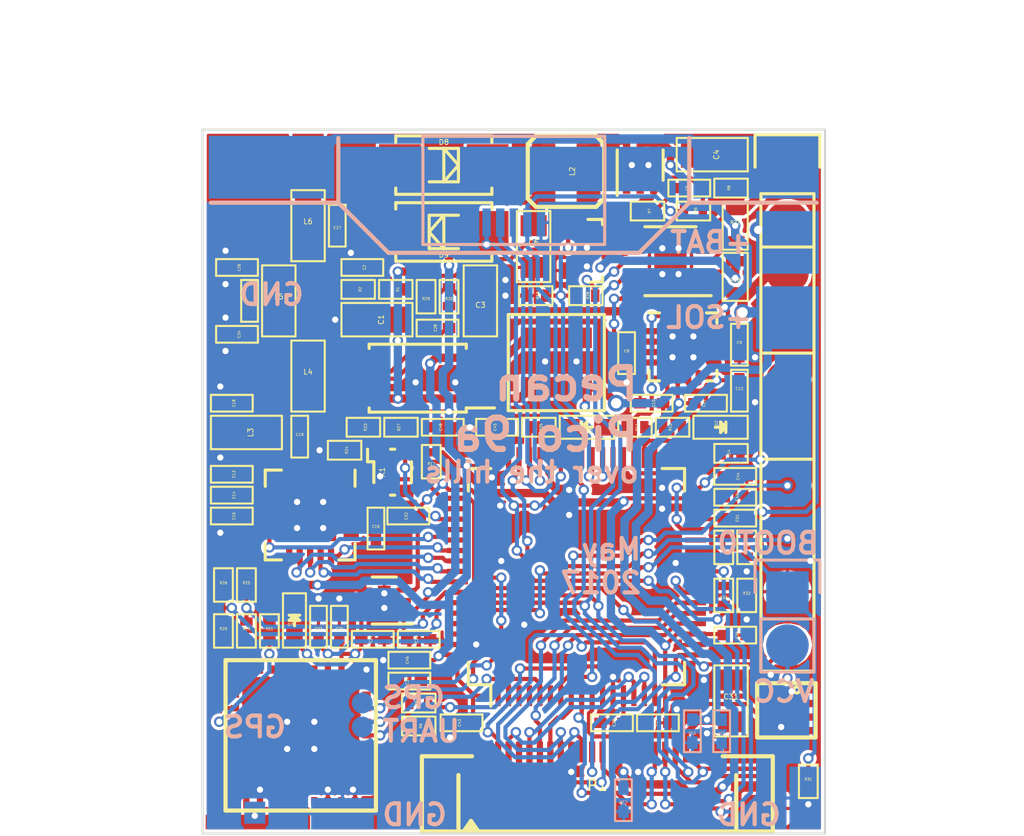
<source format=kicad_pcb>
(kicad_pcb (version 4) (host pcbnew 4.0.2+dfsg1-stable)
  (layers (0 F.Cu signal) (31 B.Cu signal) (34 B.Paste user) (35 F.Paste user) (36 B.SilkS user) (37 F.SilkS user) (38 B.Mask user) (39 F.Mask user) (44 Edge.Cuts user))
  (net 0 "")
  (net 1 +1V8)
  (net 2 GND)
  (net 3 /CLOCK_26M)
  (net 4 +SOL)
  (net 5 "Net-(C2-Pad1)")
  (net 6 "Net-(C5-Pad2)")
  (net 7 +3V3)
  (net 8 VDDA)
  (net 9 +1V35)
  (net 10 "Net-(C16-Pad2)")
  (net 11 "Net-(C19-Pad1)")
  (net 12 "Net-(C19-Pad2)")
  (net 13 "Net-(C28-Pad2)")
  (net 14 "Net-(C32-Pad2)")
  (net 15 +OSC)
  (net 16 "Net-(IC1-Pad3)")
  (net 17 /RADIO_SDN)
  (net 18 /RADIO_GPIO1)
  (net 19 /SPI_SCK)
  (net 20 /SPI_MISO)
  (net 21 /SPI_MOSI)
  (net 22 /RADIO_CS)
  (net 23 /I2C_SDA)
  (net 24 /CAM_D6)
  (net 25 /CAM_D9)
  (net 26 /CAM_D8)
  (net 27 /SWD_NRST)
  (net 28 /ADC_VSOL)
  (net 29 /ADC_VBAT)
  (net 30 /GPS_RXD)
  (net 31 /GPS_TXD)
  (net 32 /IO_TXD)
  (net 33 /I2C_SCL)
  (net 34 /SWD_SWCLK)
  (net 35 /SWD_SWDIO)
  (net 36 /CAM_XCLK)
  (net 37 /CAM_D3)
  (net 38 /CAM_D2)
  (net 39 /CAM_D4)
  (net 40 /CAM_D5)
  (net 41 /CAM_D7)
  (net 42 /SENSE_SOL-)
  (net 43 +BATT)
  (net 44 "Net-(D7-Pad1)")
  (net 45 "Net-(IC2-Pad1)")
  (net 46 /CAM_EN)
  (net 47 "Net-(IC6-Pad1)")
  (net 48 /GPS_RESET)
  (net 49 "Net-(IC6-Pad29)")
  (net 50 "Net-(IC6-Pad30)")
  (net 51 /USB_D-)
  (net 52 /USB_D+)
  (net 53 "Net-(D2-Pad2)")
  (net 54 "Net-(D3-Pad2)")
  (net 55 /SOL_SHORT_EN)
  (net 56 "Net-(C28-Pad1)")
  (net 57 "Net-(D8-Pad2)")
  (net 58 /ADC_VUSB)
  (net 59 "Net-(W6-Pad1)")
  (net 60 /BOOT0)
  (net 61 /V_BOOST)
  (net 62 /USB_VUSB)
  (net 63 /BATT_CONN)
  (net 64 "Net-(C24-Pad1)")
  (net 65 /VCC_GPS)
  (net 66 VDD)
  (net 67 "Net-(C25-Pad2)")
  (net 68 "Net-(C27-Pad2)")
  (net 69 "Net-(C51-Pad2)")
  (net 70 "Net-(R23-Pad2)")
  (net 71 "Net-(IC6-Pad31)")
  (net 72 /IO_LED2)
  (net 73 /IO_LED3)
  (net 74 /GPS_EN)
  (net 75 /CAM_RESET)
  (net 76 /CAM_HREF)
  (net 77 /CAM_VSYNC)
  (net 78 /CAM_PCLK)
  (module stm32f7:FFC1x24_0.5mm (layer F.Cu) (at 66 120.7)
    (fp_text reference P1 (at 0 1.6) (layer F.SilkS) (effects (font (size 0.5 0.5) (thickness 0.075))))
    (fp_text value CONN_01X25 hide)
    (pad 1 smd rect (at -5.75 0) (size 0.3 1) (layers F.Cu F.Paste F.Mask))
    (pad 2 smd rect (at -5.25 0) (size 0.3 1) (layers F.Cu F.Paste F.Mask))
    (pad 3 smd rect (at -4.75 0) (size 0.3 1) (layers F.Cu F.Paste F.Mask) (net 39 /CAM_D4))
    (pad 4 smd rect (at -4.25 0) (size 0.3 1) (layers F.Cu F.Paste F.Mask) (net 37 /CAM_D3))
    (pad 5 smd rect (at -3.75 0) (size 0.3 1) (layers F.Cu F.Paste F.Mask) (net 40 /CAM_D5))
    (pad 6 smd rect (at -3.25 0) (size 0.3 1) (layers F.Cu F.Paste F.Mask) (net 38 /CAM_D2))
    (pad 7 smd rect (at -2.75 0) (size 0.3 1) (layers F.Cu F.Paste F.Mask) (net 24 /CAM_D6))
    (pad 8 smd rect (at -2.25 0) (size 0.3 1) (layers F.Cu F.Paste F.Mask) (net 78 /CAM_PCLK))
    (pad 9 smd rect (at -1.75 0) (size 0.3 1) (layers F.Cu F.Paste F.Mask) (net 41 /CAM_D7))
    (pad 10 smd rect (at -1.25 0) (size 0.3 1) (layers F.Cu F.Paste F.Mask) (net 2 GND))
    (pad 11 smd rect (at -0.75 0) (size 0.3 1) (layers F.Cu F.Paste F.Mask) (net 26 /CAM_D8))
    (pad 12 smd rect (at -0.25 0) (size 0.3 1) (layers F.Cu F.Paste F.Mask) (net 36 /CAM_XCLK))
    (pad 13 smd rect (at 0.25 0) (size 0.3 1) (layers F.Cu F.Paste F.Mask) (net 25 /CAM_D9))
    (pad 14 smd rect (at 0.75 0) (size 0.3 1) (layers F.Cu F.Paste F.Mask) (net 9 +1V35))
    (pad 15 smd rect (at 1.25 0) (size 0.3 1) (layers F.Cu F.Paste F.Mask) (net 9 +1V35))
    (pad 16 smd rect (at 1.75 0) (size 0.3 1) (layers F.Cu F.Paste F.Mask) (net 76 /CAM_HREF))
    (pad 17 smd rect (at 2.25 0) (size 0.3 1) (layers F.Cu F.Paste F.Mask) (net 2 GND))
    (pad 18 smd rect (at 2.75 0) (size 0.3 1) (layers F.Cu F.Paste F.Mask) (net 77 /CAM_VSYNC))
    (pad 19 smd rect (at 3.25 0) (size 0.3 1) (layers F.Cu F.Paste F.Mask) (net 75 /CAM_RESET))
    (pad 20 smd rect (at 3.75 0) (size 0.3 1) (layers F.Cu F.Paste F.Mask) (net 33 /I2C_SCL))
    (pad 21 smd rect (at 4.25 0) (size 0.3 1) (layers F.Cu F.Paste F.Mask) (net 8 VDDA))
    (pad 22 smd rect (at 4.75 0) (size 0.3 1) (layers F.Cu F.Paste F.Mask) (net 23 /I2C_SDA))
    (pad 23 smd rect (at 5.25 0) (size 0.3 1) (layers F.Cu F.Paste F.Mask) (net 2 GND))
    (pad 24 smd rect (at 5.75 0) (size 0.3 1) (layers F.Cu F.Paste F.Mask))
    (pad 25 smd rect (at -8.05 2.7) (size 2 1.3) (layers F.Cu F.Paste F.Mask) (net 2 GND))
    (pad 25 smd rect (at 8.05 2.7) (size 2 1.3) (layers F.Cu F.Paste F.Mask) (net 2 GND))
  )
  (module stm32f7:EVA7M (layer F.Cu) (at 51.8 119.9 90)
    (fp_text reference IC6 hide)
    (fp_text value EVA-7M)
    (pad 1 smd rect (at -3.15 -2.6 90) (size 0.4 0.3) (layers F.Cu F.Paste F.Mask) (net 47 "Net-(IC6-Pad1)"))
    (pad 2 smd rect (at -3.15 -1.95 90) (size 0.4 0.3) (layers F.Cu F.Paste F.Mask) (net 2 GND))
    (pad 3 smd rect (at -3.15 -1.3 90) (size 0.4 0.3) (layers F.Cu F.Paste F.Mask))
    (pad 4 smd rect (at -3.15 -0.65 90) (size 0.4 0.3) (layers F.Cu F.Paste F.Mask))
    (pad 5 smd rect (at -3.15 0 90) (size 0.4 0.3) (layers F.Cu F.Paste F.Mask))
    (pad 6 smd rect (at -3.15 0.65 90) (size 0.4 0.3) (layers F.Cu F.Paste F.Mask))
    (pad 7 smd rect (at -3.15 1.3 90) (size 0.4 0.3) (layers F.Cu F.Paste F.Mask) (net 2 GND))
    (pad 8 smd rect (at -3.15 1.95 90) (size 0.4 0.3) (layers F.Cu F.Paste F.Mask))
    (pad 9 smd rect (at -3.15 2.6 90) (size 0.4 0.3) (layers F.Cu F.Paste F.Mask) (net 2 GND))
    (pad 11 smd rect (at -1.95 3.15 90) (size 0.3 0.4) (layers F.Cu F.Paste F.Mask))
    (pad 12 smd rect (at -1.3 3.15 90) (size 0.3 0.4) (layers F.Cu F.Paste F.Mask))
    (pad 13 smd rect (at -0.65 3.15 90) (size 0.3 0.4) (layers F.Cu F.Paste F.Mask))
    (pad 14 smd rect (at 0 3.15 90) (size 0.3 0.4) (layers F.Cu F.Paste F.Mask) (net 48 /GPS_RESET))
    (pad 15 smd rect (at 0.65 3.15 90) (size 0.3 0.4) (layers F.Cu F.Paste F.Mask) (net 31 /GPS_TXD))
    (pad 16 smd rect (at 1.3 3.15 90) (size 0.3 0.4) (layers F.Cu F.Paste F.Mask) (net 30 /GPS_RXD))
    (pad 17 smd rect (at 1.95 3.15 90) (size 0.3 0.4) (layers F.Cu F.Paste F.Mask))
    (pad 18 smd rect (at 2.6 3.15 90) (size 0.3 0.4) (layers F.Cu F.Paste F.Mask) (net 2 GND))
    (pad 19 smd rect (at 3.15 2.6 90) (size 0.4 0.3) (layers F.Cu F.Paste F.Mask) (net 65 /VCC_GPS))
    (pad 10 smd rect (at -2.6 3.15 90) (size 0.3 0.4) (layers F.Cu F.Paste F.Mask))
    (pad 20 smd rect (at 3.15 1.95 90) (size 0.4 0.3) (layers F.Cu F.Paste F.Mask) (net 65 /VCC_GPS))
    (pad 21 smd rect (at 3.15 1.3 90) (size 0.4 0.3) (layers F.Cu F.Paste F.Mask) (net 1 +1V8))
    (pad 22 smd rect (at 3.15 0.65 90) (size 0.4 0.3) (layers F.Cu F.Paste F.Mask))
    (pad 23 smd rect (at 3.15 0 90) (size 0.4 0.3) (layers F.Cu F.Paste F.Mask))
    (pad 24 smd rect (at 3.15 -0.65 90) (size 0.4 0.3) (layers F.Cu F.Paste F.Mask))
    (pad 25 smd rect (at 3.15 -1.3 90) (size 0.4 0.3) (layers F.Cu F.Paste F.Mask))
    (pad 26 smd rect (at 3.15 -1.95 90) (size 0.4 0.3) (layers F.Cu F.Paste F.Mask))
    (pad 27 smd rect (at 3.15 -2.6 90) (size 0.4 0.3) (layers F.Cu F.Paste F.Mask))
    (pad 28 smd rect (at 2.6 -3.15 90) (size 0.3 0.4) (layers F.Cu F.Paste F.Mask))
    (pad 29 smd rect (at 1.95 -3.15 90) (size 0.3 0.4) (layers F.Cu F.Paste F.Mask) (net 49 "Net-(IC6-Pad29)"))
    (pad 30 smd rect (at 1.3 -3.15 90) (size 0.3 0.4) (layers F.Cu F.Paste F.Mask) (net 50 "Net-(IC6-Pad30)"))
    (pad 31 smd rect (at 0.65 -3.15 90) (size 0.3 0.4) (layers F.Cu F.Paste F.Mask) (net 71 "Net-(IC6-Pad31)"))
    (pad 32 smd rect (at 0 -3.15 90) (size 0.3 0.4) (layers F.Cu F.Paste F.Mask))
    (pad 33 smd rect (at -0.65 -3.15 90) (size 0.3 0.4) (layers F.Cu F.Paste F.Mask))
    (pad 34 smd rect (at -1.3 -3.15 90) (size 0.3 0.4) (layers F.Cu F.Paste F.Mask))
    (pad 35 smd rect (at -1.95 -3.15 90) (size 0.3 0.4) (layers F.Cu F.Paste F.Mask))
    (pad 36 smd rect (at -2.6 -3.15 90) (size 0.3 0.4) (layers F.Cu F.Paste F.Mask))
    (pad 37 smd rect (at 0 0 90) (size 0.5 0.5) (layers F.Cu F.Paste F.Mask) (net 2 GND))
    (pad 37 smd rect (at -1.3 0 90) (size 0.5 0.5) (layers F.Cu F.Paste F.Mask) (net 2 GND))
    (pad 37 smd rect (at 0 -1.3 90) (size 0.5 0.5) (layers F.Cu F.Paste F.Mask) (net 2 GND))
    (pad 37 smd rect (at -1.3 -1.3 90) (size 0.5 0.5) (layers F.Cu F.Paste F.Mask) (net 2 GND))
    (pad 37 smd rect (at 0 1.3 90) (size 0.5 0.5) (layers F.Cu F.Paste F.Mask) (net 2 GND))
    (pad 37 smd rect (at -1.3 1.3 90) (size 0.5 0.5) (layers F.Cu F.Paste F.Mask) (net 2 GND))
    (pad 37 smd rect (at 1.3 1.3 90) (size 0.5 0.5) (layers F.Cu F.Paste F.Mask) (net 2 GND))
  )
  (module TO_SOT_Packages_SMD:SOT-23 (layer F.Cu) (at 65.6 96.7 270)
    (fp_text reference Q1 hide)
    (fp_text value FDN306P hide)
    (pad 1 smd rect (at -0.95 1.00076 270) (size 0.8001 0.8001) (layers F.Cu F.Paste F.Mask) (net 55 /SOL_SHORT_EN))
    (pad 2 smd rect (at 0.95 1.00076 270) (size 0.8001 0.8001) (layers F.Cu F.Paste F.Mask) (net 2 GND))
    (pad 3 smd rect (at 0 -0.99822 270) (size 0.8001 0.8001) (layers F.Cu F.Paste F.Mask) (net 42 /SENSE_SOL-))
  )
  (module stm32f7:C_0402 (layer F.Cu) (at 72.6 115.1 180)
    (fp_text reference C35 (at -0.1 0 270) (layer F.SilkS) (effects (font (size 0.127 0.127) (thickness 0.01875))))
    (fp_text value 100n)
    (pad 1 smd rect (at -0.55 0 180) (size 0.6 0.5) (layers F.Cu F.Paste F.Mask) (net 2 GND))
    (pad 2 smd rect (at 0.55 0 180) (size 0.6 0.5) (layers F.Cu F.Paste F.Mask) (net 1 +1V8))
  )
  (module stm32f7:R_0402 (layer F.Cu) (at 54.55 98.55 180)
    (fp_text reference R2 (at -0.1 0 270) (layer F.SilkS) (effects (font (size 0.127 0.127) (thickness 0.01875))))
    (fp_text value 100k)
    (pad 1 smd rect (at -0.45 0 180) (size 0.4 0.6) (layers F.Cu F.Paste F.Mask) (net 5 "Net-(C2-Pad1)"))
    (pad 2 smd rect (at 0.45 0 180) (size 0.4 0.6) (layers F.Cu F.Paste F.Mask) (net 2 GND))
  )
  (module stm32f7:RFN1L7S (layer F.Cu) (at 58.65 95.8 90)
    (fp_text reference D9 (at -1.1 0 180) (layer F.SilkS) (effects (font (size 0.25 0.25) (thickness 0.0375))))
    (fp_text value RFN1L7STE25)
    (pad 1 smd rect (at 0 -2.1 90) (size 2 2) (layers F.Cu F.Paste F.Mask) (net 57 "Net-(D8-Pad2)"))
    (pad 2 smd rect (at 0 2.1 90) (size 2 2) (layers F.Cu F.Paste F.Mask) (net 62 /USB_VUSB))
  )
  (module stm32f7:R_0402 (layer F.Cu) (at 63.05 98.85 180)
    (fp_text reference R13 (at -0.1 0 270) (layer F.SilkS) (effects (font (size 0.127 0.127) (thickness 0.01875))))
    (fp_text value N/A)
    (pad 1 smd rect (at -0.45 0 180) (size 0.4 0.6) (layers F.Cu F.Paste F.Mask) (net 55 /SOL_SHORT_EN))
    (pad 2 smd rect (at 0.45 0 180) (size 0.4 0.6) (layers F.Cu F.Paste F.Mask) (net 2 GND))
  )
  (module Housings_DFN_QFN:QFN-16-1EP_3x3mm_Pitch0.5mm (layer F.Cu) (at 70.1 101.3)
    (fp_text reference IC3 hide)
    (fp_text value ADP322ACPZ-115-R7 hide)
    (pad 1 smd oval (at -1.475 -0.75) (size 0.75 0.3) (layers F.Cu F.Paste F.Mask) (net 66 VDD))
    (pad 2 smd oval (at -1.475 -0.25) (size 0.75 0.3) (layers F.Cu F.Paste F.Mask) (net 66 VDD))
    (pad 3 smd oval (at -1.475 0.25) (size 0.75 0.3) (layers F.Cu F.Paste F.Mask) (net 66 VDD))
    (pad 4 smd oval (at -1.475 0.75) (size 0.75 0.3) (layers F.Cu F.Paste F.Mask))
    (pad 5 smd oval (at -0.75 1.475 90) (size 0.75 0.3) (layers F.Cu F.Paste F.Mask) (net 7 +3V3))
    (pad 6 smd oval (at -0.25 1.475 90) (size 0.75 0.3) (layers F.Cu F.Paste F.Mask) (net 8 VDDA))
    (pad 7 smd oval (at 0.25 1.475 90) (size 0.75 0.3) (layers F.Cu F.Paste F.Mask))
    (pad 8 smd oval (at 0.75 1.475 90) (size 0.75 0.3) (layers F.Cu F.Paste F.Mask) (net 9 +1V35))
    (pad 9 smd oval (at 1.475 0.75) (size 0.75 0.3) (layers F.Cu F.Paste F.Mask))
    (pad 10 smd oval (at 1.475 0.25) (size 0.75 0.3) (layers F.Cu F.Paste F.Mask) (net 66 VDD))
    (pad 11 smd oval (at 1.475 -0.25) (size 0.75 0.3) (layers F.Cu F.Paste F.Mask))
    (pad 12 smd oval (at 1.475 -0.75) (size 0.75 0.3) (layers F.Cu F.Paste F.Mask) (net 2 GND))
    (pad 13 smd oval (at 0.75 -1.475 90) (size 0.75 0.3) (layers F.Cu F.Paste F.Mask))
    (pad 14 smd oval (at 0.25 -1.475 90) (size 0.75 0.3) (layers F.Cu F.Paste F.Mask))
    (pad 15 smd oval (at -0.25 -1.475 90) (size 0.75 0.3) (layers F.Cu F.Paste F.Mask) (net 46 /CAM_EN))
    (pad 16 smd oval (at -0.75 -1.475 90) (size 0.75 0.3) (layers F.Cu F.Paste F.Mask) (net 46 /CAM_EN))
    (pad 17 smd rect (at 0.45 0.45) (size 0.9 0.9) (layers F.Cu F.Paste F.Mask) (net 2 GND))
    (pad 17 smd rect (at 0.45 -0.45) (size 0.9 0.9) (layers F.Cu F.Paste F.Mask) (net 2 GND))
    (pad 17 smd rect (at -0.45 0.45) (size 0.9 0.9) (layers F.Cu F.Paste F.Mask) (net 2 GND))
    (pad 17 smd rect (at -0.45 -0.45) (size 0.9 0.9) (layers F.Cu F.Paste F.Mask) (net 2 GND))
  )
  (module stm32f7:C_0402 (layer F.Cu) (at 67.4 101.6 270)
    (fp_text reference C8 (at -0.1 0 360) (layer F.SilkS) (effects (font (size 0.127 0.127) (thickness 0.01875))))
    (fp_text value 2u2)
    (pad 1 smd rect (at -0.55 0 270) (size 0.6 0.5) (layers F.Cu F.Paste F.Mask) (net 66 VDD))
    (pad 2 smd rect (at 0.55 0 270) (size 0.6 0.5) (layers F.Cu F.Paste F.Mask) (net 2 GND))
  )
  (module stm32f7:tcxo (layer F.Cu) (at 56.2 107.3 270)
    (fp_text reference X1 (at 0 0.5 270) (layer F.SilkS) (effects (font (size 0.25 0.25) (thickness 0.0375))))
    (fp_text value KT2016K26000BCW18ZAS)
    (pad 3 smd rect (at 0.9 -0.6 270) (size 0.6 0.8) (layers F.Cu F.Paste F.Mask) (net 3 /CLOCK_26M))
    (pad 2 smd rect (at 0.9 0.6 270) (size 0.6 0.8) (layers F.Cu F.Paste F.Mask) (net 2 GND))
    (pad 4 smd rect (at -0.9 -0.6 270) (size 0.6 0.8) (layers F.Cu F.Paste F.Mask) (net 15 +OSC))
    (pad 1 smd rect (at -0.9 0.6 270) (size 0.6 0.8) (layers F.Cu F.Paste F.Mask) (net 70 "Net-(R23-Pad2)"))
  )
  (module stm32f7:USB_Micro-B_SMD (layer B.Cu) (at 62 93.8)
    (fp_text reference P3 hide)
    (fp_text value "ZX62-B-5PA(33)" hide)
    (pad 1 smd rect (at -1.3 1.55 270) (size 1.35 0.4) (layers B.Cu B.Paste B.Mask) (net 62 /USB_VUSB))
    (pad 2 smd rect (at -0.65 1.55 270) (size 1.35 0.4) (layers B.Cu B.Paste B.Mask) (net 51 /USB_D-))
    (pad 3 smd rect (at 0 1.55 270) (size 1.35 0.4) (layers B.Cu B.Paste B.Mask) (net 52 /USB_D+))
    (pad 4 smd rect (at 0.65 1.55 270) (size 1.35 0.4) (layers B.Cu B.Paste B.Mask) (net 61 /V_BOOST))
    (pad 5 smd rect (at 1.3 1.55 270) (size 1.35 0.4) (layers B.Cu B.Paste B.Mask) (net 2 GND))
    (pad 6 smd rect (at 3.1 1.425) (size 2.1 1.6) (layers B.Cu B.Paste B.Mask) (net 2 GND))
    (pad 6 smd rect (at -3.1 1.425) (size 2.1 1.6) (layers B.Cu B.Paste B.Mask) (net 2 GND))
    (pad 6 smd rect (at -1.2 -1.125) (size 1.9 1.9) (layers B.Cu B.Paste B.Mask) (net 2 GND))
    (pad 6 smd rect (at 1.2 -1.125) (size 1.9 1.9) (layers B.Cu B.Paste B.Mask) (net 2 GND))
    (pad 6 smd rect (at -4 -1.125) (size 1.8 1.9) (layers B.Cu B.Paste B.Mask) (net 2 GND))
    (pad 6 smd rect (at 4 -1.125) (size 1.8 1.9) (layers B.Cu B.Paste B.Mask) (net 2 GND))
  )
  (module stm32f7:C_0805 (layer F.Cu) (at 72.4 118.25 270)
    (fp_text reference C31 (at -0.2 0 360) (layer F.SilkS) (effects (font (size 0.25 0.25) (thickness 0.0375))))
    (fp_text value 22u)
    (pad 1 smd rect (at -1 0 270) (size 1 1.25) (layers F.Cu F.Paste F.Mask) (net 2 GND))
    (pad 2 smd rect (at 1 0 270) (size 1 1.25) (layers F.Cu F.Paste F.Mask) (net 8 VDDA))
  )
  (module stm32f7:R_0402 (layer F.Cu) (at 57.8 98.9 90)
    (fp_text reference R29 (at -0.1 0 180) (layer F.SilkS) (effects (font (size 0.127 0.127) (thickness 0.01875))))
    (fp_text value 1k)
    (pad 1 smd rect (at -0.45 0 90) (size 0.4 0.6) (layers F.Cu F.Paste F.Mask) (net 56 "Net-(C28-Pad1)"))
    (pad 2 smd rect (at 0.45 0 90) (size 0.4 0.6) (layers F.Cu F.Paste F.Mask) (net 43 +BATT))
  )
  (module Housings_DFN_QFN:QFN-20-1EP_4x4mm_Pitch0.5mm (layer F.Cu) (at 52.25 109.35 270)
    (fp_text reference IC4 hide)
    (fp_text value Si4063-B1B-FM hide)
    (pad 1 smd rect (at -1.965 -1 270) (size 0.73 0.3) (layers F.Cu F.Paste F.Mask) (net 17 /RADIO_SDN))
    (pad 2 smd rect (at -1.965 -0.5 270) (size 0.73 0.3) (layers F.Cu F.Paste F.Mask))
    (pad 3 smd rect (at -1.965 0 270) (size 0.73 0.3) (layers F.Cu F.Paste F.Mask))
    (pad 4 smd rect (at -1.965 0.5 270) (size 0.73 0.3) (layers F.Cu F.Paste F.Mask) (net 12 "Net-(C19-Pad2)"))
    (pad 5 smd rect (at -1.965 1 270) (size 0.73 0.3) (layers F.Cu F.Paste F.Mask))
    (pad 6 smd rect (at -1 1.965) (size 0.73 0.3) (layers F.Cu F.Paste F.Mask) (net 1 +1V8))
    (pad 7 smd rect (at -0.5 1.965) (size 0.73 0.3) (layers F.Cu F.Paste F.Mask))
    (pad 8 smd rect (at 0 1.965) (size 0.73 0.3) (layers F.Cu F.Paste F.Mask) (net 1 +1V8))
    (pad 9 smd rect (at 0.5 1.965) (size 0.73 0.3) (layers F.Cu F.Paste F.Mask))
    (pad 10 smd rect (at 1 1.965) (size 0.73 0.3) (layers F.Cu F.Paste F.Mask) (net 18 /RADIO_GPIO1))
    (pad 11 smd rect (at 1.965 1 270) (size 0.73 0.3) (layers F.Cu F.Paste F.Mask))
    (pad 12 smd rect (at 1.965 0.5 270) (size 0.73 0.3) (layers F.Cu F.Paste F.Mask) (net 19 /SPI_SCK))
    (pad 13 smd rect (at 1.965 0 270) (size 0.73 0.3) (layers F.Cu F.Paste F.Mask) (net 20 /SPI_MISO))
    (pad 14 smd rect (at 1.965 -0.5 270) (size 0.73 0.3) (layers F.Cu F.Paste F.Mask) (net 21 /SPI_MOSI))
    (pad 15 smd rect (at 1.965 -1 270) (size 0.73 0.3) (layers F.Cu F.Paste F.Mask) (net 22 /RADIO_CS))
    (pad 16 smd rect (at 1 -1.965) (size 0.73 0.3) (layers F.Cu F.Paste F.Mask))
    (pad 17 smd rect (at 0.5 -1.965) (size 0.73 0.3) (layers F.Cu F.Paste F.Mask) (net 10 "Net-(C16-Pad2)"))
    (pad 18 smd rect (at 0 -1.965) (size 0.73 0.3) (layers F.Cu F.Paste F.Mask) (net 2 GND))
    (pad 19 smd rect (at -0.5 -1.965) (size 0.73 0.3) (layers F.Cu F.Paste F.Mask))
    (pad 20 smd rect (at -1 -1.965) (size 0.73 0.3) (layers F.Cu F.Paste F.Mask))
    (pad 21 smd rect (at 0.625 0.625 270) (size 1.25 1.25) (layers F.Cu F.Paste F.Mask) (net 2 GND))
    (pad 21 smd rect (at 0.625 -0.625 270) (size 1.25 1.25) (layers F.Cu F.Paste F.Mask) (net 2 GND))
    (pad 21 smd rect (at -0.625 0.625 270) (size 1.25 1.25) (layers F.Cu F.Paste F.Mask) (net 2 GND))
    (pad 21 smd rect (at -0.625 -0.625 270) (size 1.25 1.25) (layers F.Cu F.Paste F.Mask) (net 2 GND))
  )
  (module stm32f7:C_0402 (layer F.Cu) (at 52.65 114.7 90)
    (fp_text reference C23 (at -0.1 0 180) (layer F.SilkS) (effects (font (size 0.127 0.127) (thickness 0.01875))))
    (fp_text value 100n)
    (pad 1 smd rect (at -0.55 0 90) (size 0.6 0.5) (layers F.Cu F.Paste F.Mask) (net 1 +1V8))
    (pad 2 smd rect (at 0.55 0 90) (size 0.6 0.5) (layers F.Cu F.Paste F.Mask) (net 2 GND))
  )
  (module stm32f7:R_0402 (layer F.Cu) (at 53.9 106.25 180)
    (fp_text reference R24 (at -0.1 0 270) (layer F.SilkS) (effects (font (size 0.127 0.127) (thickness 0.01875))))
    (fp_text value 100k)
    (pad 1 smd rect (at -0.45 0 180) (size 0.4 0.6) (layers F.Cu F.Paste F.Mask) (net 70 "Net-(R23-Pad2)"))
    (pad 2 smd rect (at 0.45 0 180) (size 0.4 0.6) (layers F.Cu F.Paste F.Mask) (net 2 GND))
  )
  (module stm32f7:R_0603 (layer F.Cu) (at 72.6 95.5 270)
    (fp_text reference R22 (at -0.15 0 540) (layer F.SilkS) (effects (font (size 0.166 0.166) (thickness 0.025))))
    (fp_text value 0R1)
    (pad 1 smd rect (at -0.75 0 270) (size 0.5 0.9) (layers F.Cu F.Paste F.Mask) (net 43 +BATT))
    (pad 2 smd rect (at 0.75 0 270) (size 0.5 0.9) (layers F.Cu F.Paste F.Mask) (net 66 VDD))
  )
  (module stm32f7:PAD_6x3 (layer B.Cu) (at 50.4 96.3)
    (fp_text reference W10 hide)
    (fp_text value Pad hide)
    (pad 1 smd rect (at 0 0) (size 6 3) (layers B.Cu B.Mask) (net 2 GND))
  )
  (module stm32f7:C_0402 (layer F.Cu) (at 57.45 115.3)
    (fp_text reference C29 (at -0.1 0 90) (layer F.SilkS) (effects (font (size 0.127 0.127) (thickness 0.01875))))
    (fp_text value 100n)
    (pad 1 smd rect (at -0.55 0) (size 0.6 0.5) (layers F.Cu F.Paste F.Mask) (net 66 VDD))
    (pad 2 smd rect (at 0.55 0) (size 0.6 0.5) (layers F.Cu F.Paste F.Mask) (net 2 GND))
  )
  (module Housings_SSOP:TSSOP-8_4.4x3mm_Pitch0.65mm (layer F.Cu) (at 57.4 102.8 180)
    (fp_text reference IC1 hide)
    (fp_text value SPV1040T hide)
    (pad 1 smd rect (at -2.95 -0.975 180) (size 1.45 0.45) (layers F.Cu F.Paste F.Mask) (net 4 +SOL))
    (pad 2 smd rect (at -2.95 -0.325 180) (size 1.45 0.45) (layers F.Cu F.Paste F.Mask) (net 2 GND))
    (pad 3 smd rect (at -2.95 0.325 180) (size 1.45 0.45) (layers F.Cu F.Paste F.Mask) (net 16 "Net-(IC1-Pad3)"))
    (pad 4 smd rect (at -2.95 0.975 180) (size 1.45 0.45) (layers F.Cu F.Paste F.Mask) (net 66 VDD))
    (pad 5 smd rect (at 2.95 0.975 180) (size 1.45 0.45) (layers F.Cu F.Paste F.Mask) (net 5 "Net-(C2-Pad1)"))
    (pad 6 smd rect (at 2.95 0.325 180) (size 1.45 0.45) (layers F.Cu F.Paste F.Mask) (net 56 "Net-(C28-Pad1)"))
    (pad 7 smd rect (at 2.95 -0.325 180) (size 1.45 0.45) (layers F.Cu F.Paste F.Mask) (net 13 "Net-(C28-Pad2)"))
    (pad 8 smd rect (at 2.95 -0.975 180) (size 1.45 0.45) (layers F.Cu F.Paste F.Mask) (net 4 +SOL))
  )
  (module stm32f7:C_0402 (layer F.Cu) (at 56.95 109.4)
    (fp_text reference C32 (at -0.1 0 90) (layer F.SilkS) (effects (font (size 0.127 0.127) (thickness 0.01875))))
    (fp_text value 10n)
    (pad 1 smd rect (at -0.55 0) (size 0.6 0.5) (layers F.Cu F.Paste F.Mask) (net 3 /CLOCK_26M))
    (pad 2 smd rect (at 0.55 0) (size 0.6 0.5) (layers F.Cu F.Paste F.Mask) (net 14 "Net-(C32-Pad2)"))
  )
  (module stm32f7:BME280 (layer F.Cu) (at 75.05 118.7)
    (fp_text reference IC9 hide)
    (fp_text value BME280 hide)
    (pad 8 smd rect (at -1.025 -0.975) (size 0.5 0.35) (layers F.Cu F.Paste F.Mask) (net 1 +1V8))
    (pad 7 smd rect (at -1.025 -0.325) (size 0.5 0.35) (layers F.Cu F.Paste F.Mask) (net 2 GND))
    (pad 6 smd rect (at -1.025 0.325) (size 0.5 0.35) (layers F.Cu F.Paste F.Mask) (net 1 +1V8))
    (pad 5 smd rect (at -1.025 0.975) (size 0.5 0.35) (layers F.Cu F.Paste F.Mask) (net 1 +1V8))
    (pad 1 smd rect (at 1.025 -0.975) (size 0.5 0.35) (layers F.Cu F.Paste F.Mask) (net 2 GND))
    (pad 2 smd rect (at 1.025 -0.325) (size 0.5 0.35) (layers F.Cu F.Paste F.Mask) (net 1 +1V8))
    (pad 3 smd rect (at 1.025 0.325) (size 0.5 0.35) (layers F.Cu F.Paste F.Mask) (net 23 /I2C_SDA))
    (pad 4 smd rect (at 1.025 0.975) (size 0.5 0.35) (layers F.Cu F.Paste F.Mask) (net 33 /I2C_SCL))
  )
  (module stm32f7:R_0402 (layer F.Cu) (at 58.05 106.8 90)
    (fp_text reference R17 (at -0.1 0 180) (layer F.SilkS) (effects (font (size 0.127 0.127) (thickness 0.01875))))
    (fp_text value 100k)
    (pad 1 smd rect (at -0.45 0 90) (size 0.4 0.6) (layers F.Cu F.Paste F.Mask) (net 17 /RADIO_SDN))
    (pad 2 smd rect (at 0.45 0 90) (size 0.4 0.6) (layers F.Cu F.Paste F.Mask) (net 1 +1V8))
  )
  (module stm32f7:R_0402 (layer F.Cu) (at 72.4 93.7)
    (fp_text reference R8 (at -0.1 0 90) (layer F.SilkS) (effects (font (size 0.127 0.127) (thickness 0.01875))))
    (fp_text value 249k)
    (pad 1 smd rect (at -0.45 0) (size 0.4 0.6) (layers F.Cu F.Paste F.Mask) (net 6 "Net-(C5-Pad2)"))
    (pad 2 smd rect (at 0.45 0) (size 0.4 0.6) (layers F.Cu F.Paste F.Mask) (net 2 GND))
  )
  (module stm32f7:C_0402 (layer F.Cu) (at 70.4 93.7)
    (fp_text reference C5 (at -0.1 0 90) (layer F.SilkS) (effects (font (size 0.127 0.127) (thickness 0.01875))))
    (fp_text value 22p)
    (pad 1 smd rect (at -0.55 0) (size 0.6 0.5) (layers F.Cu F.Paste F.Mask) (net 1 +1V8))
    (pad 2 smd rect (at 0.55 0) (size 0.6 0.5) (layers F.Cu F.Paste F.Mask) (net 6 "Net-(C5-Pad2)"))
  )
  (module stm32f7:PAD_6x3 (layer B.Cu) (at 73.6 92.7 180)
    (fp_text reference W6 hide)
    (fp_text value Pad hide)
    (pad 1 smd rect (at 0 0 180) (size 6 3) (layers B.Cu B.Mask) (net 59 "Net-(W6-Pad1)"))
  )
  (module stm32f7:C_0805 (layer F.Cu) (at 55.45 100 180)
    (fp_text reference C1 (at -0.2 0 270) (layer F.SilkS) (effects (font (size 0.25 0.25) (thickness 0.0375))))
    (fp_text value 22u)
    (pad 1 smd rect (at -1 0 180) (size 1 1.25) (layers F.Cu F.Paste F.Mask) (net 4 +SOL))
    (pad 2 smd rect (at 1 0 180) (size 1 1.25) (layers F.Cu F.Paste F.Mask) (net 2 GND))
  )
  (module Housings_DFN_QFN:DFN-10-1EP_3x3mm_Pitch0.5mm (layer F.Cu) (at 69.5 97.2 180)
    (fp_text reference IC7 hide)
    (fp_text value PAC1720-1-AIA-TR hide)
    (pad 1 smd rect (at -1.55 -1 180) (size 0.65 0.3) (layers F.Cu F.Paste F.Mask) (net 4 +SOL))
    (pad 2 smd rect (at -1.55 -0.5 180) (size 0.65 0.3) (layers F.Cu F.Paste F.Mask) (net 42 /SENSE_SOL-))
    (pad 3 smd rect (at -1.55 0 180) (size 0.65 0.3) (layers F.Cu F.Paste F.Mask) (net 66 VDD))
    (pad 4 smd rect (at -1.55 0.5 180) (size 0.65 0.3) (layers F.Cu F.Paste F.Mask) (net 43 +BATT))
    (pad 5 smd rect (at -1.55 1 180) (size 0.65 0.3) (layers F.Cu F.Paste F.Mask) (net 2 GND))
    (pad 6 smd rect (at 1.55 1 180) (size 0.65 0.3) (layers F.Cu F.Paste F.Mask) (net 2 GND))
    (pad 7 smd rect (at 1.55 0.5 180) (size 0.65 0.3) (layers F.Cu F.Paste F.Mask))
    (pad 8 smd rect (at 1.55 0 180) (size 0.65 0.3) (layers F.Cu F.Paste F.Mask) (net 23 /I2C_SDA))
    (pad 9 smd rect (at 1.55 -0.5 180) (size 0.65 0.3) (layers F.Cu F.Paste F.Mask) (net 33 /I2C_SCL))
    (pad 10 smd rect (at 1.55 -1 180) (size 0.65 0.3) (layers F.Cu F.Paste F.Mask) (net 7 +3V3))
    (pad 11 smd rect (at 0.3875 0.62 180) (size 0.775 1.24) (layers F.Cu F.Paste F.Mask) (net 2 GND))
    (pad 11 smd rect (at 0.3875 -0.62 180) (size 0.775 1.24) (layers F.Cu F.Paste F.Mask) (net 2 GND))
    (pad 11 smd rect (at -0.3875 0.62 180) (size 0.775 1.24) (layers F.Cu F.Paste F.Mask) (net 2 GND))
    (pad 11 smd rect (at -0.3875 -0.62 180) (size 0.775 1.24) (layers F.Cu F.Paste F.Mask) (net 2 GND))
  )
  (module stm32f7:C_0402 (layer F.Cu) (at 58.35 100.4)
    (fp_text reference C28 (at -0.1 0 90) (layer F.SilkS) (effects (font (size 0.127 0.127) (thickness 0.01875))))
    (fp_text value 1u)
    (pad 1 smd rect (at -0.55 0) (size 0.6 0.5) (layers F.Cu F.Paste F.Mask) (net 56 "Net-(C28-Pad1)"))
    (pad 2 smd rect (at 0.55 0) (size 0.6 0.5) (layers F.Cu F.Paste F.Mask) (net 13 "Net-(C28-Pad2)"))
  )
  (module stm32f7:R_0402 (layer F.Cu) (at 58.9 98.9 90)
    (fp_text reference R30 (at -0.1 0 180) (layer F.SilkS) (effects (font (size 0.127 0.127) (thickness 0.01875))))
    (fp_text value 1k)
    (pad 1 smd rect (at -0.45 0 90) (size 0.4 0.6) (layers F.Cu F.Paste F.Mask) (net 13 "Net-(C28-Pad2)"))
    (pad 2 smd rect (at 0.45 0 90) (size 0.4 0.6) (layers F.Cu F.Paste F.Mask) (net 66 VDD))
  )
  (module stm32f7:C_0402 (layer F.Cu) (at 48.5 108.4 180)
    (fp_text reference C14 (at -0.1 0 270) (layer F.SilkS) (effects (font (size 0.127 0.127) (thickness 0.01875))))
    (fp_text value 100n)
    (pad 1 smd rect (at -0.55 0 180) (size 0.6 0.5) (layers F.Cu F.Paste F.Mask) (net 1 +1V8))
    (pad 2 smd rect (at 0.55 0 180) (size 0.6 0.5) (layers F.Cu F.Paste F.Mask) (net 2 GND))
  )
  (module stm32f7:C_0402 (layer F.Cu) (at 66.7 119.3 180)
    (fp_text reference C38 (at -0.1 0 270) (layer F.SilkS) (effects (font (size 0.127 0.127) (thickness 0.01875))))
    (fp_text value 10n)
    (pad 1 smd rect (at -0.55 0 180) (size 0.6 0.5) (layers F.Cu F.Paste F.Mask) (net 1 +1V8))
    (pad 2 smd rect (at 0.55 0 180) (size 0.6 0.5) (layers F.Cu F.Paste F.Mask) (net 2 GND))
  )
  (module stm32f7:R_0402 (layer F.Cu) (at 49.2 112.7 270)
    (fp_text reference R25 (at -0.1 0 360) (layer F.SilkS) (effects (font (size 0.127 0.127) (thickness 0.01875))))
    (fp_text value 4k7)
    (pad 1 smd rect (at -0.45 0 270) (size 0.4 0.6) (layers F.Cu F.Paste F.Mask) (net 1 +1V8))
    (pad 2 smd rect (at 0.45 0 270) (size 0.4 0.6) (layers F.Cu F.Paste F.Mask) (net 33 /I2C_SCL))
  )
  (module stm32f7:R_0402 (layer F.Cu) (at 67.8 105.15 180)
    (fp_text reference R11 (at -0.1 0 270) (layer F.SilkS) (effects (font (size 0.127 0.127) (thickness 0.01875))))
    (fp_text value 1k5)
    (pad 1 smd rect (at -0.45 0 180) (size 0.4 0.6) (layers F.Cu F.Paste F.Mask) (net 7 +3V3))
    (pad 2 smd rect (at 0.45 0 180) (size 0.4 0.6) (layers F.Cu F.Paste F.Mask) (net 54 "Net-(D3-Pad2)"))
  )
  (module stm32f7:C_0402 (layer F.Cu) (at 58.6 105.15)
    (fp_text reference C48 (at -0.1 0 90) (layer F.SilkS) (effects (font (size 0.127 0.127) (thickness 0.01875))))
    (fp_text value 100n)
    (pad 1 smd rect (at -0.55 0) (size 0.6 0.5) (layers F.Cu F.Paste F.Mask) (net 15 +OSC))
    (pad 2 smd rect (at 0.55 0) (size 0.6 0.5) (layers F.Cu F.Paste F.Mask) (net 2 GND))
  )
  (module stm32f7:R_0402 (layer F.Cu) (at 48.1 114.9 270)
    (fp_text reference R20 (at -0.1 0 360) (layer F.SilkS) (effects (font (size 0.127 0.127) (thickness 0.01875))))
    (fp_text value N/A)
    (pad 1 smd rect (at -0.45 0 270) (size 0.4 0.6) (layers F.Cu F.Paste F.Mask) (net 23 /I2C_SDA))
    (pad 2 smd rect (at 0.45 0 270) (size 0.4 0.6) (layers F.Cu F.Paste F.Mask) (net 50 "Net-(IC6-Pad30)"))
  )
  (module stm32f7:R_0402 (layer F.Cu) (at 50.3 114.9 270)
    (fp_text reference R21 (at -0.1 0 360) (layer F.SilkS) (effects (font (size 0.127 0.127) (thickness 0.01875))))
    (fp_text value 1k5)
    (pad 1 smd rect (at -0.45 0 270) (size 0.4 0.6) (layers F.Cu F.Paste F.Mask) (net 44 "Net-(D7-Pad1)"))
    (pad 2 smd rect (at 0.45 0 270) (size 0.4 0.6) (layers F.Cu F.Paste F.Mask) (net 71 "Net-(IC6-Pad31)"))
  )
  (module stm32f7:R_0402 (layer F.Cu) (at 48.1 112.7 270)
    (fp_text reference R26 (at -0.1 0 360) (layer F.SilkS) (effects (font (size 0.127 0.127) (thickness 0.01875))))
    (fp_text value 4k7)
    (pad 1 smd rect (at -0.45 0 270) (size 0.4 0.6) (layers F.Cu F.Paste F.Mask) (net 1 +1V8))
    (pad 2 smd rect (at 0.45 0 270) (size 0.4 0.6) (layers F.Cu F.Paste F.Mask) (net 23 /I2C_SDA))
  )
  (module Housings_DFN_QFN:DFN-6-1EP_2x2mm_Pitch0.65mm (layer F.Cu) (at 68.05 92.6 90)
    (fp_text reference IC2 hide)
    (fp_text value TPS62260DRVR hide)
    (pad 1 smd rect (at -1.05 -0.65 90) (size 0.65 0.35) (layers F.Cu F.Paste F.Mask) (net 45 "Net-(IC2-Pad1)"))
    (pad 2 smd rect (at -1.05 0 90) (size 0.65 0.35) (layers F.Cu F.Paste F.Mask) (net 2 GND))
    (pad 3 smd rect (at -1.05 0.65 90) (size 0.65 0.35) (layers F.Cu F.Paste F.Mask) (net 6 "Net-(C5-Pad2)"))
    (pad 4 smd rect (at 1.05 0.65 90) (size 0.65 0.35) (layers F.Cu F.Paste F.Mask) (net 66 VDD))
    (pad 5 smd rect (at 1.05 0 90) (size 0.65 0.35) (layers F.Cu F.Paste F.Mask) (net 66 VDD))
    (pad 6 smd rect (at 1.05 -0.65 90) (size 0.65 0.35) (layers F.Cu F.Paste F.Mask) (net 2 GND))
    (pad 7 smd rect (at 0 0.4 90) (size 1 0.8) (layers F.Cu F.Paste F.Mask) (net 2 GND))
    (pad 7 smd rect (at 0 -0.4 90) (size 1 0.8) (layers F.Cu F.Paste F.Mask) (net 2 GND))
  )
  (module stm32f7:C_0402 (layer F.Cu) (at 54.75 97.5 180)
    (fp_text reference C2 (at -0.1 0 270) (layer F.SilkS) (effects (font (size 0.127 0.127) (thickness 0.01875))))
    (fp_text value 1n)
    (pad 1 smd rect (at -0.55 0 180) (size 0.6 0.5) (layers F.Cu F.Paste F.Mask) (net 5 "Net-(C2-Pad1)"))
    (pad 2 smd rect (at 0.55 0 180) (size 0.6 0.5) (layers F.Cu F.Paste F.Mask) (net 2 GND))
  )
  (module stm32f7:C_0805 (layer F.Cu) (at 71.5 92.1 180)
    (fp_text reference C4 (at -0.2 0 270) (layer F.SilkS) (effects (font (size 0.25 0.25) (thickness 0.0375))))
    (fp_text value 10u)
    (pad 1 smd rect (at -1 0 180) (size 1 1.25) (layers F.Cu F.Paste F.Mask) (net 2 GND))
    (pad 2 smd rect (at 1 0 180) (size 1 1.25) (layers F.Cu F.Paste F.Mask) (net 66 VDD))
  )
  (module stm32f7:C_0805 (layer F.Cu) (at 62.95 96.5 270)
    (fp_text reference C6 (at -0.2 0 360) (layer F.SilkS) (effects (font (size 0.25 0.25) (thickness 0.0375))))
    (fp_text value 10u)
    (pad 1 smd rect (at -1 0 270) (size 1 1.25) (layers F.Cu F.Paste F.Mask) (net 1 +1V8))
    (pad 2 smd rect (at 1 0 270) (size 1 1.25) (layers F.Cu F.Paste F.Mask) (net 2 GND))
  )
  (module stm32f7:C_0402 (layer F.Cu) (at 72.8 101.2 270)
    (fp_text reference C9 (at -0.1 0 360) (layer F.SilkS) (effects (font (size 0.127 0.127) (thickness 0.01875))))
    (fp_text value 2u2)
    (pad 1 smd rect (at -0.55 0 270) (size 0.6 0.5) (layers F.Cu F.Paste F.Mask) (net 66 VDD))
    (pad 2 smd rect (at 0.55 0 270) (size 0.6 0.5) (layers F.Cu F.Paste F.Mask) (net 2 GND))
  )
  (module stm32f7:C_0402 (layer F.Cu) (at 68.6 104 180)
    (fp_text reference C10 (at -0.1 0 270) (layer F.SilkS) (effects (font (size 0.127 0.127) (thickness 0.01875))))
    (fp_text value 2u2)
    (pad 1 smd rect (at -0.55 0 180) (size 0.6 0.5) (layers F.Cu F.Paste F.Mask) (net 7 +3V3))
    (pad 2 smd rect (at 0.55 0 180) (size 0.6 0.5) (layers F.Cu F.Paste F.Mask) (net 2 GND))
  )
  (module stm32f7:C_0402 (layer F.Cu) (at 71.2 104)
    (fp_text reference C11 (at -0.1 0 90) (layer F.SilkS) (effects (font (size 0.127 0.127) (thickness 0.01875))))
    (fp_text value 2u2)
    (pad 1 smd rect (at -0.55 0) (size 0.6 0.5) (layers F.Cu F.Paste F.Mask) (net 8 VDDA))
    (pad 2 smd rect (at 0.55 0) (size 0.6 0.5) (layers F.Cu F.Paste F.Mask) (net 2 GND))
  )
  (module stm32f7:C_0402 (layer F.Cu) (at 72.8 103.4 270)
    (fp_text reference C12 (at -0.1 0 360) (layer F.SilkS) (effects (font (size 0.127 0.127) (thickness 0.01875))))
    (fp_text value 2u2)
    (pad 1 smd rect (at -0.55 0 270) (size 0.6 0.5) (layers F.Cu F.Paste F.Mask) (net 9 +1V35))
    (pad 2 smd rect (at 0.55 0 270) (size 0.6 0.5) (layers F.Cu F.Paste F.Mask) (net 2 GND))
  )
  (module stm32f7:C_0402 (layer F.Cu) (at 48.5 107.4 180)
    (fp_text reference C13 (at -0.1 0 270) (layer F.SilkS) (effects (font (size 0.127 0.127) (thickness 0.01875))))
    (fp_text value 2u2)
    (pad 1 smd rect (at -0.55 0 180) (size 0.6 0.5) (layers F.Cu F.Paste F.Mask) (net 1 +1V8))
    (pad 2 smd rect (at 0.55 0 180) (size 0.6 0.5) (layers F.Cu F.Paste F.Mask) (net 2 GND))
  )
  (module stm32f7:C_0402 (layer F.Cu) (at 48.5 109.4 180)
    (fp_text reference C15 (at -0.1 0 270) (layer F.SilkS) (effects (font (size 0.127 0.127) (thickness 0.01875))))
    (fp_text value 100p)
    (pad 1 smd rect (at -0.55 0 180) (size 0.6 0.5) (layers F.Cu F.Paste F.Mask) (net 1 +1V8))
    (pad 2 smd rect (at 0.55 0 180) (size 0.6 0.5) (layers F.Cu F.Paste F.Mask) (net 2 GND))
  )
  (module stm32f7:C_0402 (layer F.Cu) (at 55.4 110 270)
    (fp_text reference C16 (at -0.1 0 360) (layer F.SilkS) (effects (font (size 0.127 0.127) (thickness 0.01875))))
    (fp_text value 100p)
    (pad 1 smd rect (at -0.55 0 270) (size 0.6 0.5) (layers F.Cu F.Paste F.Mask) (net 3 /CLOCK_26M))
    (pad 2 smd rect (at 0.55 0 270) (size 0.6 0.5) (layers F.Cu F.Paste F.Mask) (net 10 "Net-(C16-Pad2)"))
  )
  (module stm32f7:C_0402 (layer F.Cu) (at 48.5 104 180)
    (fp_text reference C18 (at -0.1 0 270) (layer F.SilkS) (effects (font (size 0.127 0.127) (thickness 0.01875))))
    (fp_text value 470p)
    (pad 1 smd rect (at -0.55 0 180) (size 0.6 0.5) (layers F.Cu F.Paste F.Mask) (net 1 +1V8))
    (pad 2 smd rect (at 0.55 0 180) (size 0.6 0.5) (layers F.Cu F.Paste F.Mask) (net 2 GND))
  )
  (module stm32f7:C_0402 (layer F.Cu) (at 51.75 105.6 270)
    (fp_text reference C19 (at -0.1 0 360) (layer F.SilkS) (effects (font (size 0.127 0.127) (thickness 0.01875))))
    (fp_text value 470p)
    (pad 1 smd rect (at -0.55 0 270) (size 0.6 0.5) (layers F.Cu F.Paste F.Mask) (net 11 "Net-(C19-Pad1)"))
    (pad 2 smd rect (at 0.55 0 270) (size 0.6 0.5) (layers F.Cu F.Paste F.Mask) (net 12 "Net-(C19-Pad2)"))
  )
  (module stm32f7:C_0402 (layer F.Cu) (at 53.65 114.7 90)
    (fp_text reference C20 (at -0.1 0 180) (layer F.SilkS) (effects (font (size 0.127 0.127) (thickness 0.01875))))
    (fp_text value 100n)
    (pad 1 smd rect (at -0.55 0 90) (size 0.6 0.5) (layers F.Cu F.Paste F.Mask) (net 65 /VCC_GPS))
    (pad 2 smd rect (at 0.55 0 90) (size 0.6 0.5) (layers F.Cu F.Paste F.Mask) (net 2 GND))
  )
  (module stm32f7:C_0402 (layer B.Cu) (at 67.25 123 90)
    (fp_text reference C30 (at -0.1 0 360) (layer B.SilkS) (effects (font (size 0.127 0.127) (thickness 0.01875)) (justify mirror)))
    (fp_text value 100n)
    (pad 1 smd rect (at -0.55 0 90) (size 0.6 0.5) (layers B.Cu B.Paste B.Mask) (net 2 GND))
    (pad 2 smd rect (at 0.55 0 90) (size 0.6 0.5) (layers B.Cu B.Paste B.Mask) (net 9 +1V35))
  )
  (module stm32f7:C_0402 (layer B.Cu) (at 70.55 119.7 90)
    (fp_text reference C33 (at -0.1 0 360) (layer B.SilkS) (effects (font (size 0.127 0.127) (thickness 0.01875)) (justify mirror)))
    (fp_text value 100n)
    (pad 1 smd rect (at -0.55 0 90) (size 0.6 0.5) (layers B.Cu B.Paste B.Mask) (net 2 GND))
    (pad 2 smd rect (at 0.55 0 90) (size 0.6 0.5) (layers B.Cu B.Paste B.Mask) (net 8 VDDA))
  )
  (module stm32f7:C_0402 (layer B.Cu) (at 71.95 119.7 90)
    (fp_text reference C34 (at -0.1 0 360) (layer B.SilkS) (effects (font (size 0.127 0.127) (thickness 0.01875)) (justify mirror)))
    (fp_text value 100p)
    (pad 1 smd rect (at -0.55 0 90) (size 0.6 0.5) (layers B.Cu B.Paste B.Mask) (net 2 GND))
    (pad 2 smd rect (at 0.55 0 90) (size 0.6 0.5) (layers B.Cu B.Paste B.Mask) (net 8 VDDA))
  )
  (module stm32f7:C_0402 (layer F.Cu) (at 68.9 119.3)
    (fp_text reference C37 (at -0.1 0 90) (layer F.SilkS) (effects (font (size 0.127 0.127) (thickness 0.01875))))
    (fp_text value 2u2)
    (pad 1 smd rect (at -0.55 0) (size 0.6 0.5) (layers F.Cu F.Paste F.Mask) (net 1 +1V8))
    (pad 2 smd rect (at 0.55 0) (size 0.6 0.5) (layers F.Cu F.Paste F.Mask) (net 2 GND))
  )
  (module stm32f7:C_0402 (layer F.Cu) (at 72.6 108.5 180)
    (fp_text reference C40 (at -0.1 0 270) (layer F.SilkS) (effects (font (size 0.127 0.127) (thickness 0.01875))))
    (fp_text value 2u2)
    (pad 1 smd rect (at -0.55 0 180) (size 0.6 0.5) (layers F.Cu F.Paste F.Mask) (net 2 GND))
    (pad 2 smd rect (at 0.55 0 180) (size 0.6 0.5) (layers F.Cu F.Paste F.Mask) (net 1 +1V8))
  )
  (module stm32f7:C_0402 (layer F.Cu) (at 59.5 119.3)
    (fp_text reference C43 (at -0.1 0 90) (layer F.SilkS) (effects (font (size 0.127 0.127) (thickness 0.01875))))
    (fp_text value 100n)
    (pad 1 smd rect (at -0.55 0) (size 0.6 0.5) (layers F.Cu F.Paste F.Mask) (net 2 GND))
    (pad 2 smd rect (at 0.55 0) (size 0.6 0.5) (layers F.Cu F.Paste F.Mask) (net 1 +1V8))
  )
  (module stm32f7:C_0402 (layer F.Cu) (at 72.6 107.5 180)
    (fp_text reference C44 (at -0.140001 0 270) (layer F.SilkS) (effects (font (size 0.127 0.127) (thickness 0.01875))))
    (fp_text value 100n)
    (pad 1 smd rect (at -0.55 0 180) (size 0.6 0.5) (layers F.Cu F.Paste F.Mask) (net 2 GND))
    (pad 2 smd rect (at 0.55 0 180) (size 0.6 0.5) (layers F.Cu F.Paste F.Mask) (net 1 +1V8))
  )
  (module stm32f7:C_0402 (layer F.Cu) (at 61.2 105.15)
    (fp_text reference C45 (at -0.1 0 90) (layer F.SilkS) (effects (font (size 0.127 0.127) (thickness 0.01875))))
    (fp_text value 100n)
    (pad 1 smd rect (at -0.55 0) (size 0.6 0.5) (layers F.Cu F.Paste F.Mask) (net 2 GND))
    (pad 2 smd rect (at 0.55 0) (size 0.6 0.5) (layers F.Cu F.Paste F.Mask) (net 1 +1V8))
  )
  (module stm32f7:C_0402 (layer F.Cu) (at 57 116.3)
    (fp_text reference C46 (at -0.1 0 90) (layer F.SilkS) (effects (font (size 0.127 0.127) (thickness 0.01875))))
    (fp_text value 100n)
    (pad 1 smd rect (at -0.55 0) (size 0.6 0.5) (layers F.Cu F.Paste F.Mask) (net 2 GND))
    (pad 2 smd rect (at 0.55 0) (size 0.6 0.5) (layers F.Cu F.Paste F.Mask) (net 1 +1V8))
  )
  (module stm32f7:LED_0603 (layer F.Cu) (at 71.9 105.15 180)
    (fp_text reference D2 (at 0.2 0.2 270) (layer F.SilkS) (effects (font (size 0.127 0.127) (thickness 0.01875))))
    (fp_text value blue)
    (pad 2 smd rect (at 0.7493 0) (size 0.79756 0.79756) (layers F.Cu F.Paste F.Mask) (net 53 "Net-(D2-Pad2)"))
    (pad 1 smd rect (at -0.7493 0) (size 0.79756 0.79756) (layers F.Cu F.Paste F.Mask) (net 72 /IO_LED2))
  )
  (module stm32f7:LED_0603 (layer F.Cu) (at 65.5 105.15)
    (fp_text reference D3 (at 0.2 0.2 90) (layer F.SilkS) (effects (font (size 0.127 0.127) (thickness 0.01875))))
    (fp_text value green)
    (pad 2 smd rect (at 0.7493 0 180) (size 0.79756 0.79756) (layers F.Cu F.Paste F.Mask) (net 54 "Net-(D3-Pad2)"))
    (pad 1 smd rect (at -0.7493 0 180) (size 0.79756 0.79756) (layers F.Cu F.Paste F.Mask) (net 73 /IO_LED3))
  )
  (module stm32f7:LED_0603 (layer F.Cu) (at 51.5 114.4 270)
    (fp_text reference D7 (at 0.2 0.2 360) (layer F.SilkS) (effects (font (size 0.127 0.127) (thickness 0.01875))))
    (fp_text value red)
    (pad 2 smd rect (at 0.7493 0 90) (size 0.79756 0.79756) (layers F.Cu F.Paste F.Mask) (net 65 /VCC_GPS))
    (pad 1 smd rect (at -0.7493 0 90) (size 0.79756 0.79756) (layers F.Cu F.Paste F.Mask) (net 44 "Net-(D7-Pad1)"))
  )
  (module stm32f7:R_0402 (layer F.Cu) (at 56.35 98.55 180)
    (fp_text reference R1 (at -0.1 0 270) (layer F.SilkS) (effects (font (size 0.127 0.127) (thickness 0.01875))))
    (fp_text value 220k)
    (pad 1 smd rect (at -0.45 0 180) (size 0.4 0.6) (layers F.Cu F.Paste F.Mask) (net 66 VDD))
    (pad 2 smd rect (at 0.45 0 180) (size 0.4 0.6) (layers F.Cu F.Paste F.Mask) (net 5 "Net-(C2-Pad1)"))
  )
  (module stm32f7:R_0402 (layer F.Cu) (at 73.15 110.9 270)
    (fp_text reference R3 (at -0.1 0 360) (layer F.SilkS) (effects (font (size 0.127 0.127) (thickness 0.01875))))
    (fp_text value 22k)
    (pad 1 smd rect (at -0.45 0 270) (size 0.4 0.6) (layers F.Cu F.Paste F.Mask) (net 4 +SOL))
    (pad 2 smd rect (at 0.45 0 270) (size 0.4 0.6) (layers F.Cu F.Paste F.Mask) (net 28 /ADC_VSOL))
  )
  (module stm32f7:R_0402 (layer F.Cu) (at 72.05 110.9 90)
    (fp_text reference R4 (at -0.1 0 180) (layer F.SilkS) (effects (font (size 0.127 0.127) (thickness 0.01875))))
    (fp_text value 10k)
    (pad 1 smd rect (at -0.45 0 90) (size 0.4 0.6) (layers F.Cu F.Paste F.Mask) (net 28 /ADC_VSOL))
    (pad 2 smd rect (at 0.45 0 90) (size 0.4 0.6) (layers F.Cu F.Paste F.Mask) (net 2 GND))
  )
  (module stm32f7:R_0402 (layer F.Cu) (at 57.45 119.45 180)
    (fp_text reference R6 (at -0.1 0 270) (layer F.SilkS) (effects (font (size 0.127 0.127) (thickness 0.01875))))
    (fp_text value 10k)
    (pad 1 smd rect (at -0.45 0 180) (size 0.4 0.6) (layers F.Cu F.Paste F.Mask) (net 29 /ADC_VBAT))
    (pad 2 smd rect (at 0.45 0 180) (size 0.4 0.6) (layers F.Cu F.Paste F.Mask) (net 2 GND))
  )
  (module stm32f7:R_0402 (layer F.Cu) (at 68.4 94.8 180)
    (fp_text reference R7 (at -0.1 0 270) (layer F.SilkS) (effects (font (size 0.127 0.127) (thickness 0.01875))))
    (fp_text value 510k)
    (pad 1 smd rect (at -0.45 0 180) (size 0.4 0.6) (layers F.Cu F.Paste F.Mask) (net 1 +1V8))
    (pad 2 smd rect (at 0.45 0 180) (size 0.4 0.6) (layers F.Cu F.Paste F.Mask) (net 6 "Net-(C5-Pad2)"))
  )
  (module stm32f7:R_0603 (layer F.Cu) (at 72.6 97.95 90)
    (fp_text reference R18 (at -0.15 0 180) (layer F.SilkS) (effects (font (size 0.166 0.166) (thickness 0.025))))
    (fp_text value 0R1)
    (pad 1 smd rect (at -0.75 0 90) (size 0.5 0.9) (layers F.Cu F.Paste F.Mask) (net 4 +SOL))
    (pad 2 smd rect (at 0.75 0 90) (size 0.5 0.9) (layers F.Cu F.Paste F.Mask) (net 42 /SENSE_SOL-))
  )
  (module stm32f7:R_0402 (layer F.Cu) (at 56.6 105.15)
    (fp_text reference R27 (at -0.1 0 90) (layer F.SilkS) (effects (font (size 0.127 0.127) (thickness 0.01875))))
    (fp_text value 0R)
    (pad 1 smd rect (at -0.45 0) (size 0.4 0.6) (layers F.Cu F.Paste F.Mask) (net 1 +1V8))
    (pad 2 smd rect (at 0.45 0) (size 0.4 0.6) (layers F.Cu F.Paste F.Mask) (net 15 +OSC))
  )
  (module stm32f7:C_0805 (layer F.Cu) (at 60.4 99.1 90)
    (fp_text reference C3 (at -0.2 0 180) (layer F.SilkS) (effects (font (size 0.25 0.25) (thickness 0.0375))))
    (fp_text value 10u)
    (pad 1 smd rect (at -1 0 90) (size 1 1.25) (layers F.Cu F.Paste F.Mask) (net 66 VDD))
    (pad 2 smd rect (at 1 0 90) (size 1 1.25) (layers F.Cu F.Paste F.Mask) (net 2 GND))
  )
  (module stm32f7:R_0402 (layer F.Cu) (at 65.45 98.85 180)
    (fp_text reference R28 (at -0.1 0 270) (layer F.SilkS) (effects (font (size 0.127 0.127) (thickness 0.01875))))
    (fp_text value 100k)
    (pad 1 smd rect (at -0.45 0 180) (size 0.4 0.6) (layers F.Cu F.Paste F.Mask) (net 4 +SOL))
    (pad 2 smd rect (at 0.45 0 180) (size 0.4 0.6) (layers F.Cu F.Paste F.Mask) (net 55 /SOL_SHORT_EN))
  )
  (module stm32f7:R_0402 (layer F.Cu) (at 54.8 105.15 180)
    (fp_text reference R23 (at -0.1 0 270) (layer F.SilkS) (effects (font (size 0.127 0.127) (thickness 0.01875))))
    (fp_text value 100k)
    (pad 1 smd rect (at -0.45 0 180) (size 0.4 0.6) (layers F.Cu F.Paste F.Mask) (net 1 +1V8))
    (pad 2 smd rect (at 0.45 0 180) (size 0.4 0.6) (layers F.Cu F.Paste F.Mask) (net 70 "Net-(R23-Pad2)"))
  )
  (module stm32f7:LPS3015 (layer F.Cu) (at 64.5 92.9 180)
    (fp_text reference L2 (at -0.3 0 270) (layer F.SilkS) (effects (font (size 0.25 0.25) (thickness 0.0375))))
    (fp_text value LPS3015-222)
    (pad 1 smd rect (at -1.27 0 180) (size 0.762 2.54) (layers F.Cu F.Paste F.Mask) (net 45 "Net-(IC2-Pad1)"))
    (pad 2 smd rect (at 1.27 0 180) (size 0.762 2.54) (layers F.Cu F.Paste F.Mask) (net 1 +1V8))
    (pad 1 smd rect (at -0.9525 -1.397 180) (size 0.889 0.254) (layers F.Cu F.Paste F.Mask) (net 45 "Net-(IC2-Pad1)"))
    (pad 1 smd rect (at -0.9525 1.397 180) (size 0.889 0.254) (layers F.Cu F.Paste F.Mask) (net 45 "Net-(IC2-Pad1)"))
    (pad 2 smd rect (at 0.9525 -1.397 180) (size 0.889 0.254) (layers F.Cu F.Paste F.Mask) (net 1 +1V8))
    (pad 2 smd rect (at 0.9525 1.397 180) (size 0.889 0.254) (layers F.Cu F.Paste F.Mask) (net 1 +1V8))
    (pad 1 smd rect (at -0.6985 1.04775 180) (size 0.381 0.4445) (layers F.Cu F.Paste F.Mask) (net 45 "Net-(IC2-Pad1)"))
    (pad 2 smd rect (at 0.6985 1.04775 180) (size 0.381 0.4445) (layers F.Cu F.Paste F.Mask) (net 1 +1V8))
    (pad 2 smd rect (at 0.6985 -1.04775 180) (size 0.381 0.4445) (layers F.Cu F.Paste F.Mask) (net 1 +1V8))
    (pad 1 smd rect (at -0.6985 -1.04775 180) (size 0.381 0.4445) (layers F.Cu F.Paste F.Mask) (net 45 "Net-(IC2-Pad1)"))
    (pad 1 smd rect (at -1.397 1.27 225) (size 0.359156 0.359156) (layers F.Cu F.Paste F.Mask) (net 45 "Net-(IC2-Pad1)"))
    (pad 1 smd rect (at -1.397 -1.27 225) (size 0.359156 0.359156) (layers F.Cu F.Paste F.Mask) (net 45 "Net-(IC2-Pad1)"))
    (pad 2 smd rect (at 1.397 -1.27 225) (size 0.359156 0.359156) (layers F.Cu F.Paste F.Mask) (net 1 +1V8))
    (pad 2 smd rect (at 1.397 1.27 225) (size 0.359156 0.359156) (layers F.Cu F.Paste F.Mask) (net 1 +1V8))
    (pad 1 smd rect (at -0.889 0.8255 225) (size 0.538481 0.538481) (layers F.Cu F.Paste F.Mask) (net 45 "Net-(IC2-Pad1)"))
    (pad 1 smd rect (at -0.889 -0.8255 225) (size 0.538481 0.538481) (layers F.Cu F.Paste F.Mask) (net 45 "Net-(IC2-Pad1)"))
    (pad 2 smd rect (at 0.889 -0.8255 225) (size 0.538481 0.538481) (layers F.Cu F.Paste F.Mask) (net 1 +1V8))
    (pad 2 smd rect (at 0.889 0.8255 225) (size 0.538481 0.538481) (layers F.Cu F.Paste F.Mask) (net 1 +1V8))
  )
  (module stm32f7:R_0402 (layer F.Cu) (at 73.15 113.2 270)
    (fp_text reference R32 (at -0.1 0 360) (layer F.SilkS) (effects (font (size 0.127 0.127) (thickness 0.01875))))
    (fp_text value 10k)
    (pad 1 smd rect (at -0.45 0 270) (size 0.4 0.6) (layers F.Cu F.Paste F.Mask) (net 58 /ADC_VUSB))
    (pad 2 smd rect (at 0.45 0 270) (size 0.4 0.6) (layers F.Cu F.Paste F.Mask) (net 2 GND))
  )
  (module stm32f7:R_0402 (layer F.Cu) (at 72.05 113.2 90)
    (fp_text reference R33 (at -0.1 0 180) (layer F.SilkS) (effects (font (size 0.127 0.127) (thickness 0.01875))))
    (fp_text value 22k)
    (pad 1 smd rect (at -0.45 0 90) (size 0.4 0.6) (layers F.Cu F.Paste F.Mask) (net 62 /USB_VUSB))
    (pad 2 smd rect (at 0.45 0 90) (size 0.4 0.6) (layers F.Cu F.Paste F.Mask) (net 58 /ADC_VUSB))
  )
  (module stm32f7:PAD_6x3 (layer B.Cu) (at 50.4 92.7)
    (fp_text reference W8 hide)
    (fp_text value Pad hide)
    (pad 1 smd rect (at 0 0) (size 6 3) (layers B.Cu B.Mask) (net 59 "Net-(W6-Pad1)"))
  )
  (module stm32f7:PAD_3x3 (layer B.Cu) (at 75.1 99.9 180)
    (fp_text reference W7 hide)
    (fp_text value Pad hide)
    (pad 1 smd rect (at 0 0 180) (size 3 3) (layers B.Cu B.Mask) (net 4 +SOL))
  )
  (module stm32f7:R_0402 (layer F.Cu) (at 57.45 118.35)
    (fp_text reference R5 (at -0.1 0 90) (layer F.SilkS) (effects (font (size 0.127 0.127) (thickness 0.01875))))
    (fp_text value 22k)
    (pad 1 smd rect (at -0.45 0) (size 0.4 0.6) (layers F.Cu F.Paste F.Mask) (net 66 VDD))
    (pad 2 smd rect (at 0.45 0) (size 0.4 0.6) (layers F.Cu F.Paste F.Mask) (net 29 /ADC_VBAT))
  )
  (module stm32f7:Pin_Header_Straight_1x02_SMD (layer B.Cu) (at 75.1 113.06 180)
    (fp_text reference P5 hide)
    (fp_text value CONN_01X02 hide)
    (pad 1 smd rect (at 0 0 180) (size 2.032 2.032) (layers B.Cu B.Mask) (net 60 /BOOT0))
    (pad 2 smd oval (at 0 -2.54 180) (size 2.032 2.032) (layers B.Cu B.Mask) (net 1 +1V8))
  )
  (module Oddities:Dummy_Empty (layer F.Cu) (at 44.6 92.7)
    (fp_text reference REF** hide)
    (fp_text value Solar)
  )
  (module Oddities:Dummy_Empty (layer F.Cu) (at 39.6 92.7)
    (fp_text reference REF** hide)
    (fp_text value Solar)
  )
  (module Oddities:Dummy_Empty (layer F.Cu) (at 79.1 92.7)
    (fp_text reference REF** hide)
    (fp_text value Solar)
  )
  (module Oddities:Dummy_Empty (layer F.Cu) (at 84.1 92.7)
    (fp_text reference REF** hide)
    (fp_text value Solar)
  )
  (module stm32f7:R_0402 (layer F.Cu) (at 69.6 105.15)
    (fp_text reference R10 (at -0.1 0 90) (layer F.SilkS) (effects (font (size 0.127 0.127) (thickness 0.01875))))
    (fp_text value 1k5)
    (pad 1 smd rect (at -0.45 0) (size 0.4 0.6) (layers F.Cu F.Paste F.Mask) (net 7 +3V3))
    (pad 2 smd rect (at 0.45 0) (size 0.4 0.6) (layers F.Cu F.Paste F.Mask) (net 53 "Net-(D2-Pad2)"))
  )
  (module stm32f7:R_0402 (layer F.Cu) (at 63.2 105.15 180)
    (fp_text reference R35 (at -0.1 0 270) (layer F.SilkS) (effects (font (size 0.127 0.127) (thickness 0.01875))))
    (fp_text value 1k5)
    (pad 1 smd rect (at -0.45 0 180) (size 0.4 0.6) (layers F.Cu F.Paste F.Mask) (net 1 +1V8))
    (pad 2 smd rect (at 0.45 0 180) (size 0.4 0.6) (layers F.Cu F.Paste F.Mask) (net 52 /USB_D+))
  )
  (module stm32f7:R_0402 (layer F.Cu) (at 70.6 94.8 180)
    (fp_text reference R36 (at -0.1 0 270) (layer F.SilkS) (effects (font (size 0.127 0.127) (thickness 0.01875))))
    (fp_text value 249k)
    (pad 1 smd rect (at -0.45 0 180) (size 0.4 0.6) (layers F.Cu F.Paste F.Mask) (net 6 "Net-(C5-Pad2)"))
    (pad 2 smd rect (at 0.45 0 180) (size 0.4 0.6) (layers F.Cu F.Paste F.Mask) (net 61 /V_BOOST))
  )
  (module stm32f7:R_0402 (layer F.Cu) (at 49.2 114.9 270)
    (fp_text reference R19 (at -0.1 0 360) (layer F.SilkS) (effects (font (size 0.127 0.127) (thickness 0.01875))))
    (fp_text value N/A)
    (pad 1 smd rect (at -0.45 0 270) (size 0.4 0.6) (layers F.Cu F.Paste F.Mask) (net 33 /I2C_SCL))
    (pad 2 smd rect (at 0.45 0 270) (size 0.4 0.6) (layers F.Cu F.Paste F.Mask) (net 49 "Net-(IC6-Pad29)"))
  )
  (module stm32f7:R_0402 (layer F.Cu) (at 76.1 122.1 270)
    (fp_text reference R31 (at -0.1 0 360) (layer F.SilkS) (effects (font (size 0.127 0.127) (thickness 0.01875))))
    (fp_text value 100k)
    (pad 1 smd rect (at -0.45 0 270) (size 0.4 0.6) (layers F.Cu F.Paste F.Mask) (net 60 /BOOT0))
    (pad 2 smd rect (at 0.45 0 270) (size 0.4 0.6) (layers F.Cu F.Paste F.Mask) (net 2 GND))
  )
  (module stm32f7:C_0402 (layer F.Cu) (at 49.35 99.1 90)
    (fp_text reference C25 (at -0.1 0 180) (layer F.SilkS) (effects (font (size 0.127 0.127) (thickness 0.01875))))
    (fp_text value 470p)
    (pad 1 smd rect (at -0.55 0 90) (size 0.6 0.5) (layers F.Cu F.Paste F.Mask) (net 64 "Net-(C24-Pad1)"))
    (pad 2 smd rect (at 0.55 0 90) (size 0.6 0.5) (layers F.Cu F.Paste F.Mask) (net 67 "Net-(C25-Pad2)"))
  )
  (module stm32f7:C_0402 (layer F.Cu) (at 48.75 97.5 180)
    (fp_text reference C26 (at -0.1 0 270) (layer F.SilkS) (effects (font (size 0.127 0.127) (thickness 0.01875))))
    (fp_text value 22p)
    (pad 1 smd rect (at -0.55 0 180) (size 0.6 0.5) (layers F.Cu F.Paste F.Mask) (net 67 "Net-(C25-Pad2)"))
    (pad 2 smd rect (at 0.55 0 180) (size 0.6 0.5) (layers F.Cu F.Paste F.Mask) (net 2 GND))
  )
  (module stm32f7:C_0402 (layer F.Cu) (at 53.55 95.5 90)
    (fp_text reference C27 (at -0.1 0 180) (layer F.SilkS) (effects (font (size 0.127 0.127) (thickness 0.01875))))
    (fp_text value 470p)
    (pad 1 smd rect (at -0.55 0 90) (size 0.6 0.5) (layers F.Cu F.Paste F.Mask) (net 67 "Net-(C25-Pad2)"))
    (pad 2 smd rect (at 0.55 0 90) (size 0.6 0.5) (layers F.Cu F.Paste F.Mask) (net 68 "Net-(C27-Pad2)"))
  )
  (module stm32f7:C_0805 (layer F.Cu) (at 49.2 105.4 180)
    (fp_text reference L3 (at -0.2 0 270) (layer F.SilkS) (effects (font (size 0.25 0.25) (thickness 0.0375))))
    (fp_text value 470n)
    (pad 1 smd rect (at -1 0 180) (size 1 1.25) (layers F.Cu F.Paste F.Mask) (net 12 "Net-(C19-Pad2)"))
    (pad 2 smd rect (at 1 0 180) (size 1 1.25) (layers F.Cu F.Paste F.Mask) (net 1 +1V8))
  )
  (module stm32f7:C_0805 (layer F.Cu) (at 52.15 102.7 270)
    (fp_text reference L4 (at -0.2 0 360) (layer F.SilkS) (effects (font (size 0.25 0.25) (thickness 0.0375))))
    (fp_text value 56n)
    (pad 1 smd rect (at -1 0 270) (size 1 1.25) (layers F.Cu F.Paste F.Mask) (net 64 "Net-(C24-Pad1)"))
    (pad 2 smd rect (at 1 0 270) (size 1 1.25) (layers F.Cu F.Paste F.Mask) (net 11 "Net-(C19-Pad1)"))
  )
  (module stm32f7:C_0805 (layer F.Cu) (at 50.75 99.1 270)
    (fp_text reference L5 (at -0.2 0 360) (layer F.SilkS) (effects (font (size 0.25 0.25) (thickness 0.0375))))
    (fp_text value 82n)
    (pad 1 smd rect (at -1 0 270) (size 1 1.25) (layers F.Cu F.Paste F.Mask) (net 67 "Net-(C25-Pad2)"))
    (pad 2 smd rect (at 1 0 270) (size 1 1.25) (layers F.Cu F.Paste F.Mask) (net 64 "Net-(C24-Pad1)"))
  )
  (module stm32f7:C_0805 (layer F.Cu) (at 52.15 95.5 270)
    (fp_text reference L6 (at -0.2 0 360) (layer F.SilkS) (effects (font (size 0.25 0.25) (thickness 0.0375))))
    (fp_text value 56n)
    (pad 1 smd rect (at -1 0 270) (size 1 1.25) (layers F.Cu F.Paste F.Mask) (net 68 "Net-(C27-Pad2)"))
    (pad 2 smd rect (at 1 0 270) (size 1 1.25) (layers F.Cu F.Paste F.Mask) (net 67 "Net-(C25-Pad2)"))
  )
  (module stm32f7:C_0402 (layer F.Cu) (at 48.75 100.7 180)
    (fp_text reference C24 (at -0.1 0 270) (layer F.SilkS) (effects (font (size 0.127 0.127) (thickness 0.01875))))
    (fp_text value 22p)
    (pad 1 smd rect (at -0.55 0 180) (size 0.6 0.5) (layers F.Cu F.Paste F.Mask) (net 64 "Net-(C24-Pad1)"))
    (pad 2 smd rect (at 0.55 0 180) (size 0.6 0.5) (layers F.Cu F.Paste F.Mask) (net 2 GND))
  )
  (module stm32f7:PAD_3x1.5 (layer F.Cu) (at 52.15 92.35 90)
    (fp_text reference W1 hide)
    (fp_text value Testpad)
    (pad 1 smd rect (at 0 0 90) (size 2.5 1.5) (layers F.Cu F.Mask) (net 68 "Net-(C27-Pad2)"))
  )
  (module Housings_DFN_QFN:DFN-6-1EP_2x2mm_Pitch0.5mm (layer F.Cu) (at 55.8 113.445 180)
    (fp_text reference IC8 hide)
    (fp_text value LDLN015PU33R hide)
    (pad 1 smd rect (at -0.925 -0.5 180) (size 0.7 0.25) (layers F.Cu F.Paste F.Mask) (net 66 VDD))
    (pad 2 smd rect (at -0.925 0 180) (size 0.7 0.25) (layers F.Cu F.Paste F.Mask))
    (pad 3 smd rect (at -0.925 0.5 180) (size 0.7 0.25) (layers F.Cu F.Paste F.Mask) (net 74 /GPS_EN))
    (pad 4 smd rect (at 0.925 0.5 180) (size 0.7 0.25) (layers F.Cu F.Paste F.Mask) (net 2 GND))
    (pad 5 smd rect (at 0.925 0 180) (size 0.7 0.25) (layers F.Cu F.Paste F.Mask))
    (pad 6 smd rect (at 0.925 -0.5 180) (size 0.7 0.25) (layers F.Cu F.Paste F.Mask) (net 65 /VCC_GPS))
    (pad 7 smd rect (at 0 0.355 180) (size 0.61 0.71) (layers F.Cu F.Paste F.Mask) (net 2 GND))
    (pad 7 smd rect (at 0 -0.355 180) (size 0.61 0.71) (layers F.Cu F.Paste F.Mask) (net 2 GND))
  )
  (module stm32f7:IPX_2mm (layer B.Cu) (at 49.6 122.075 270)
    (fp_text reference P6 hide)
    (fp_text value "IPX 2mm" hide)
    (pad 2 smd rect (at 0 1.475 270) (size 2.2 1.05) (layers B.Cu B.Paste B.Mask) (net 2 GND))
    (pad 2 smd rect (at 0 -1.475 270) (size 2.2 1.05) (layers B.Cu B.Paste B.Mask) (net 2 GND))
    (pad 1 smd rect (at 1.525 0 270) (size 1.05 1) (layers B.Cu B.Paste B.Mask) (net 47 "Net-(IC6-Pad1)"))
  )
  (module stm32f7:IPX_2mm (layer F.Cu) (at 49 93.4)
    (fp_text reference P4 hide)
    (fp_text value "IPX 2mm")
    (pad 2 smd rect (at 0 -1.475) (size 2.2 1.05) (layers F.Cu F.Paste F.Mask) (net 2 GND))
    (pad 2 smd rect (at 0 1.475) (size 2.2 1.05) (layers F.Cu F.Paste F.Mask) (net 2 GND))
    (pad 1 smd rect (at 1.525 0) (size 1.05 1) (layers F.Cu F.Paste F.Mask) (net 68 "Net-(C27-Pad2)"))
  )
  (module stm32f7:XAL4040 (layer F.Cu) (at 64.03647 102.054206 270)
    (fp_text reference L1 hide)
    (fp_text value XAL4040-103)
    (pad 1 smd rect (at -1.185 0 270) (size 0.98 3.4) (layers F.Cu F.Paste F.Mask) (net 16 "Net-(IC1-Pad3)"))
    (pad 2 smd rect (at 1.185 0 270) (size 0.98 3.4) (layers F.Cu F.Paste F.Mask) (net 4 +SOL))
  )
  (module stm32f7:C_0402 (layer F.Cu) (at 72.6 109.5 180)
    (fp_text reference C51 (at -0.1 0 270) (layer F.SilkS) (effects (font (size 0.127 0.127) (thickness 0.01875))))
    (fp_text value 2u2)
    (pad 1 smd rect (at -0.55 0 180) (size 0.6 0.5) (layers F.Cu F.Paste F.Mask) (net 2 GND))
    (pad 2 smd rect (at 0.55 0 180) (size 0.6 0.5) (layers F.Cu F.Paste F.Mask) (net 69 "Net-(C51-Pad2)"))
  )
  (module stm32f7:C_0402 (layer F.Cu) (at 57 117.3)
    (fp_text reference C39 (at -0.1 0 90) (layer F.SilkS) (effects (font (size 0.127 0.127) (thickness 0.01875))))
    (fp_text value 2u2)
    (pad 1 smd rect (at -0.55 0) (size 0.6 0.5) (layers F.Cu F.Paste F.Mask) (net 2 GND))
    (pad 2 smd rect (at 0.55 0) (size 0.6 0.5) (layers F.Cu F.Paste F.Mask) (net 1 +1V8))
  )
  (module stm32f7:C_0402 (layer F.Cu) (at 55.25 115.3)
    (fp_text reference C22 (at -0.1 0 90) (layer F.SilkS) (effects (font (size 0.127 0.127) (thickness 0.01875))))
    (fp_text value 2u2)
    (pad 1 smd rect (at -0.55 0) (size 0.6 0.5) (layers F.Cu F.Paste F.Mask) (net 65 /VCC_GPS))
    (pad 2 smd rect (at 0.55 0) (size 0.6 0.5) (layers F.Cu F.Paste F.Mask) (net 2 GND))
  )
  (module stm32f7:PAD_3x3 (layer B.Cu) (at 75.1 96.3)
    (fp_text reference W11 hide)
    (fp_text value Pad hide)
    (pad 1 smd rect (at 0 0) (size 3 3) (layers B.Cu B.Mask) (net 63 /BATT_CONN))
  )
  (module stm32f7:RFN1L7S (layer F.Cu) (at 58.65 92.6 270)
    (fp_text reference D8 (at -1.1 0 360) (layer F.SilkS) (effects (font (size 0.25 0.25) (thickness 0.0375))))
    (fp_text value RFN1L7STE25)
    (pad 1 smd rect (at 0 -2.1 270) (size 2 2) (layers F.Cu F.Paste F.Mask) (net 4 +SOL))
    (pad 2 smd rect (at 0 2.1 270) (size 2 2) (layers F.Cu F.Paste F.Mask) (net 57 "Net-(D8-Pad2)"))
  )
  (module stm32f7:R_0402 (layer F.Cu) (at 72.4 106.4)
    (fp_text reference R14 (at -0.1 0 90) (layer F.SilkS) (effects (font (size 0.127 0.127) (thickness 0.01875))))
    (fp_text value 100k)
    (pad 1 smd rect (at -0.45 0) (size 0.4 0.6) (layers F.Cu F.Paste F.Mask) (net 46 /CAM_EN))
    (pad 2 smd rect (at 0.45 0) (size 0.4 0.6) (layers F.Cu F.Paste F.Mask) (net 2 GND))
  )
  (module Housings_QFP:LQFP-64_10x10mm_Pitch0.5mm (layer F.Cu) (at 65 112.3 90)
    (fp_text reference IC5 hide)
    (fp_text value STM32F413xG hide)
    (pad 1 smd rect (at -5.7 -3.75 90) (size 1 0.25) (layers F.Cu F.Paste F.Mask) (net 1 +1V8))
    (pad 2 smd rect (at -5.7 -3.25 90) (size 1 0.25) (layers F.Cu F.Paste F.Mask) (net 48 /GPS_RESET))
    (pad 3 smd rect (at -5.7 -2.75 90) (size 1 0.25) (layers F.Cu F.Paste F.Mask))
    (pad 4 smd rect (at -5.7 -2.25 90) (size 1 0.25) (layers F.Cu F.Paste F.Mask))
    (pad 5 smd rect (at -5.7 -1.75 90) (size 1 0.25) (layers F.Cu F.Paste F.Mask) (net 14 "Net-(C32-Pad2)"))
    (pad 6 smd rect (at -5.7 -1.25 90) (size 1 0.25) (layers F.Cu F.Paste F.Mask))
    (pad 7 smd rect (at -5.7 -0.75 90) (size 1 0.25) (layers F.Cu F.Paste F.Mask) (net 27 /SWD_NRST))
    (pad 8 smd rect (at -5.7 -0.25 90) (size 1 0.25) (layers F.Cu F.Paste F.Mask) (net 78 /CAM_PCLK))
    (pad 9 smd rect (at -5.7 0.25 90) (size 1 0.25) (layers F.Cu F.Paste F.Mask) (net 77 /CAM_VSYNC))
    (pad 10 smd rect (at -5.7 0.75 90) (size 1 0.25) (layers F.Cu F.Paste F.Mask) (net 76 /CAM_HREF))
    (pad 11 smd rect (at -5.7 1.25 90) (size 1 0.25) (layers F.Cu F.Paste F.Mask) (net 29 /ADC_VBAT))
    (pad 12 smd rect (at -5.7 1.75 90) (size 1 0.25) (layers F.Cu F.Paste F.Mask) (net 2 GND))
    (pad 13 smd rect (at -5.7 2.25 90) (size 1 0.25) (layers F.Cu F.Paste F.Mask) (net 1 +1V8))
    (pad 14 smd rect (at -5.7 2.75 90) (size 1 0.25) (layers F.Cu F.Paste F.Mask) (net 38 /CAM_D2))
    (pad 15 smd rect (at -5.7 3.25 90) (size 1 0.25) (layers F.Cu F.Paste F.Mask) (net 37 /CAM_D3))
    (pad 16 smd rect (at -5.7 3.75 90) (size 1 0.25) (layers F.Cu F.Paste F.Mask) (net 39 /CAM_D4))
    (pad 17 smd rect (at -3.75 5.7 180) (size 1 0.25) (layers F.Cu F.Paste F.Mask) (net 40 /CAM_D5))
    (pad 18 smd rect (at -3.25 5.7 180) (size 1 0.25) (layers F.Cu F.Paste F.Mask) (net 2 GND))
    (pad 19 smd rect (at -2.75 5.7 180) (size 1 0.25) (layers F.Cu F.Paste F.Mask) (net 1 +1V8))
    (pad 20 smd rect (at -2.25 5.7 180) (size 1 0.25) (layers F.Cu F.Paste F.Mask) (net 24 /CAM_D6))
    (pad 21 smd rect (at -1.75 5.7 180) (size 1 0.25) (layers F.Cu F.Paste F.Mask) (net 41 /CAM_D7))
    (pad 22 smd rect (at -1.25 5.7 180) (size 1 0.25) (layers F.Cu F.Paste F.Mask) (net 26 /CAM_D8))
    (pad 23 smd rect (at -0.75 5.7 180) (size 1 0.25) (layers F.Cu F.Paste F.Mask) (net 25 /CAM_D9))
    (pad 24 smd rect (at -0.25 5.7 180) (size 1 0.25) (layers F.Cu F.Paste F.Mask) (net 58 /ADC_VUSB))
    (pad 25 smd rect (at 0.25 5.7 180) (size 1 0.25) (layers F.Cu F.Paste F.Mask) (net 75 /CAM_RESET))
    (pad 26 smd rect (at 0.75 5.7 180) (size 1 0.25) (layers F.Cu F.Paste F.Mask))
    (pad 27 smd rect (at 1.25 5.7 180) (size 1 0.25) (layers F.Cu F.Paste F.Mask) (net 28 /ADC_VSOL))
    (pad 28 smd rect (at 1.75 5.7 180) (size 1 0.25) (layers F.Cu F.Paste F.Mask))
    (pad 29 smd rect (at 2.25 5.7 180) (size 1 0.25) (layers F.Cu F.Paste F.Mask) (net 32 /IO_TXD))
    (pad 30 smd rect (at 2.75 5.7 180) (size 1 0.25) (layers F.Cu F.Paste F.Mask) (net 69 "Net-(C51-Pad2)"))
    (pad 31 smd rect (at 3.25 5.7 180) (size 1 0.25) (layers F.Cu F.Paste F.Mask) (net 2 GND))
    (pad 32 smd rect (at 3.75 5.7 180) (size 1 0.25) (layers F.Cu F.Paste F.Mask) (net 1 +1V8))
    (pad 33 smd rect (at 5.7 3.75 90) (size 1 0.25) (layers F.Cu F.Paste F.Mask))
    (pad 34 smd rect (at 5.7 3.25 90) (size 1 0.25) (layers F.Cu F.Paste F.Mask) (net 72 /IO_LED2))
    (pad 35 smd rect (at 5.7 2.75 90) (size 1 0.25) (layers F.Cu F.Paste F.Mask) (net 46 /CAM_EN))
    (pad 36 smd rect (at 5.7 2.25 90) (size 1 0.25) (layers F.Cu F.Paste F.Mask))
    (pad 37 smd rect (at 5.7 1.75 90) (size 1 0.25) (layers F.Cu F.Paste F.Mask))
    (pad 38 smd rect (at 5.7 1.25 90) (size 1 0.25) (layers F.Cu F.Paste F.Mask) (net 55 /SOL_SHORT_EN))
    (pad 39 smd rect (at 5.7 0.75 90) (size 1 0.25) (layers F.Cu F.Paste F.Mask) (net 61 /V_BOOST))
    (pad 40 smd rect (at 5.7 0.25 90) (size 1 0.25) (layers F.Cu F.Paste F.Mask) (net 73 /IO_LED3))
    (pad 41 smd rect (at 5.7 -0.25 90) (size 1 0.25) (layers F.Cu F.Paste F.Mask) (net 36 /CAM_XCLK))
    (pad 42 smd rect (at 5.7 -0.75 90) (size 1 0.25) (layers F.Cu F.Paste F.Mask) (net 62 /USB_VUSB))
    (pad 43 smd rect (at 5.7 -1.25 90) (size 1 0.25) (layers F.Cu F.Paste F.Mask) (net 2 GND))
    (pad 44 smd rect (at 5.7 -1.75 90) (size 1 0.25) (layers F.Cu F.Paste F.Mask) (net 51 /USB_D-))
    (pad 45 smd rect (at 5.7 -2.25 90) (size 1 0.25) (layers F.Cu F.Paste F.Mask) (net 52 /USB_D+))
    (pad 46 smd rect (at 5.7 -2.75 90) (size 1 0.25) (layers F.Cu F.Paste F.Mask) (net 35 /SWD_SWDIO))
    (pad 47 smd rect (at 5.7 -3.25 90) (size 1 0.25) (layers F.Cu F.Paste F.Mask) (net 2 GND))
    (pad 48 smd rect (at 5.7 -3.75 90) (size 1 0.25) (layers F.Cu F.Paste F.Mask) (net 1 +1V8))
    (pad 49 smd rect (at 3.75 -5.7 180) (size 1 0.25) (layers F.Cu F.Paste F.Mask) (net 34 /SWD_SWCLK))
    (pad 50 smd rect (at 3.25 -5.7 180) (size 1 0.25) (layers F.Cu F.Paste F.Mask) (net 17 /RADIO_SDN))
    (pad 51 smd rect (at 2.75 -5.7 180) (size 1 0.25) (layers F.Cu F.Paste F.Mask) (net 15 +OSC))
    (pad 52 smd rect (at 2.25 -5.7 180) (size 1 0.25) (layers F.Cu F.Paste F.Mask) (net 74 /GPS_EN))
    (pad 53 smd rect (at 1.75 -5.7 180) (size 1 0.25) (layers F.Cu F.Paste F.Mask) (net 18 /RADIO_GPIO1))
    (pad 54 smd rect (at 1.25 -5.7 180) (size 1 0.25) (layers F.Cu F.Paste F.Mask) (net 22 /RADIO_CS))
    (pad 55 smd rect (at 0.75 -5.7 180) (size 1 0.25) (layers F.Cu F.Paste F.Mask) (net 19 /SPI_SCK))
    (pad 56 smd rect (at 0.25 -5.7 180) (size 1 0.25) (layers F.Cu F.Paste F.Mask) (net 20 /SPI_MISO))
    (pad 57 smd rect (at -0.25 -5.7 180) (size 1 0.25) (layers F.Cu F.Paste F.Mask) (net 21 /SPI_MOSI))
    (pad 58 smd rect (at -0.75 -5.7 180) (size 1 0.25) (layers F.Cu F.Paste F.Mask) (net 33 /I2C_SCL))
    (pad 59 smd rect (at -1.25 -5.7 180) (size 1 0.25) (layers F.Cu F.Paste F.Mask) (net 23 /I2C_SDA))
    (pad 60 smd rect (at -1.75 -5.7 180) (size 1 0.25) (layers F.Cu F.Paste F.Mask) (net 60 /BOOT0))
    (pad 61 smd rect (at -2.25 -5.7 180) (size 1 0.25) (layers F.Cu F.Paste F.Mask) (net 30 /GPS_RXD))
    (pad 62 smd rect (at -2.75 -5.7 180) (size 1 0.25) (layers F.Cu F.Paste F.Mask) (net 31 /GPS_TXD))
    (pad 63 smd rect (at -3.25 -5.7 180) (size 1 0.25) (layers F.Cu F.Paste F.Mask) (net 2 GND))
    (pad 64 smd rect (at -3.75 -5.7 180) (size 1 0.25) (layers F.Cu F.Paste F.Mask) (net 1 +1V8))
  )
  (module stm32f7:Pin_Header_Straight_1x10 (layer F.Cu) (at 75.1 92.7)
    (fp_text reference P2 hide)
    (fp_text value CONN_01X10 hide)
    (pad 1 smd rect (at 0 0) (size 2.032 1.7272) (layers F.Cu F.Mask) (net 43 +BATT))
    (pad 2 smd oval (at 0 2.54) (size 2.032 1.7272) (layers F.Cu F.Mask) (net 63 /BATT_CONN))
    (pad 3 smd oval (at 0 5.08) (size 2.032 1.7272) (layers F.Cu F.Mask) (net 4 +SOL))
    (pad 4 smd oval (at 0 7.62) (size 2.032 1.7272) (layers F.Cu F.Mask) (net 2 GND))
    (pad 5 smd oval (at 0 10.16) (size 2.032 1.7272) (layers F.Cu F.Mask) (net 32 /IO_TXD))
    (pad 6 smd oval (at 0 12.7) (size 2.032 1.7272) (layers F.Cu F.Mask) (net 2 GND))
    (pad 7 smd oval (at 0 15.24) (size 2.032 1.7272) (layers F.Cu F.Mask) (net 27 /SWD_NRST))
    (pad 8 smd oval (at 0 17.78) (size 2.032 1.7272) (layers F.Cu F.Mask) (net 35 /SWD_SWDIO))
    (pad 9 smd oval (at 0 20.32) (size 2.032 1.7272) (layers F.Cu F.Mask) (net 2 GND))
    (pad 10 smd oval (at 0 22.86) (size 2.032 1.7272) (layers F.Cu F.Mask) (net 34 /SWD_SWCLK))
  )
  (module stm32f7:PAD_3x1.5 (layer B.Cu) (at 75.95 122.9 90)
    (fp_text reference W2 hide)
    (fp_text value Testpad hide)
    (pad 1 smd rect (at 0 0 90) (size 3 1.5) (layers B.Cu B.Mask) (net 2 GND))
  )
  (module stm32f7:PAD_3x1.5 (layer B.Cu) (at 53.8 123.65)
    (fp_text reference W3 hide)
    (fp_text value Testpad hide)
    (pad 1 smd rect (at 0 0) (size 3 1.5) (layers B.Cu B.Mask) (net 2 GND))
  )
  (module stm32f7:Testpad (layer B.Cu) (at 54.75 118.35)
    (fp_text reference W4 hide)
    (fp_text value Testpad hide)
    (pad 1 smd circle (at 0 0) (size 1 1) (layers B.Cu B.Mask) (net 30 /GPS_RXD))
  )
  (module stm32f7:Testpad (layer B.Cu) (at 54.75 119.5)
    (fp_text reference W5 hide)
    (fp_text value Testpad hide)
    (pad 1 smd circle (at 0 0) (size 1 1) (layers B.Cu B.Mask) (net 31 /GPS_TXD))
  )
  (module stm32f7:PAD_3x1.5 (layer F.Cu) (at 49.75 124.05)
    (fp_text reference W9 hide)
    (fp_text value Testpad hide)
    (pad 1 smd rect (at 0 0) (size 5 0.7) (layers F.Cu F.Mask) (net 47 "Net-(IC6-Pad1)"))
  )
  (gr_text GND (at 74.9 123.7) (layer B.SilkS) (effects (font (size 1 1) (thickness 0.2)) (justify left mirror)))
  (gr_text GND (at 55.6 123.7) (layer B.SilkS) (effects (font (size 1 1) (thickness 0.2)) (justify right mirror)))
  (gr_text "GPS\nUART" (at 55.6 118.9) (layer B.SilkS) (effects (font (size 1 1) (thickness 0.2)) (justify right mirror)))
  (gr_text GPS (at 49.6 119.5) (layer B.SilkS) (effects (font (size 1 1) (thickness 0.2)) (justify mirror)))
  (gr_text "May\n2017" (at 68.2 111.8) (layer B.SilkS) (effects (font (size 1 1) (thickness 0.2)) (justify left mirror)))
  (gr_text VCC (at 76.5 117.8) (layer B.SilkS) (effects (font (size 1 1) (thickness 0.2)) (justify left mirror)))
  (gr_line (start 76.9 90.9) (end 47.1 90.9) (layer Edge.Cuts) (width 0.1))
  (gr_line (start 47.1 124.6) (end 76.9 124.6) (layer Edge.Cuts) (width 0.1))
  (gr_text "Pecan\nPico 9a" (at 68.1 104.3) (layer B.SilkS) (effects (font (size 1.5 1.5) (thickness 0.3)) (justify left mirror)))
  (gr_line (start 53.6 94.4) (end 56 96.8) (layer B.SilkS) (width 0.2))
  (gr_line (start 70.4 94.4) (end 68 96.8) (layer B.SilkS) (width 0.2))
  (gr_line (start 56 96.8) (end 68 96.8) (layer B.SilkS) (width 0.2))
  (gr_line (start 47.1 124.6) (end 47.1 90.9) (layer Edge.Cuts) (width 0.1))
  (gr_line (start 76.327 106.68) (end 73.8505 106.68) (layer F.SilkS) (width 0.15))
  (gr_line (start 76.327 101.6) (end 73.8505 101.6) (layer F.SilkS) (width 0.15))
  (gr_line (start 76.327 96.52) (end 73.8505 96.52) (layer F.SilkS) (width 0.15))
  (gr_text GND (at 50.4 98.8) (layer B.SilkS) (effects (font (size 1 1) (thickness 0.2)) (justify mirror)))
  (gr_line (start 76.9 90.9) (end 76.9 124.6) (layer Edge.Cuts) (width 0.1))
  (gr_text "over the hills" (at 68.1 107.3) (layer B.SilkS) (effects (font (size 1 1) (thickness 0.2)) (justify left mirror)))
  (gr_line (start 70.4 94.4) (end 70.4 91.3) (layer B.SilkS) (width 0.2))
  (gr_line (start 70.4 94.4) (end 76.5 94.4) (layer B.SilkS) (width 0.2))
  (gr_line (start 53.6 94.4) (end 53.6 91.3) (layer B.SilkS) (width 0.2))
  (gr_line (start 53.6 94.4) (end 47.5 94.4) (layer B.SilkS) (width 0.2))
  (gr_text +SOL (at 73.5 99.9) (layer B.SilkS) (effects (font (size 1 1) (thickness 0.2)) (justify left mirror)))
  (gr_text +BAT (at 73.5 96.3) (layer B.SilkS) (effects (font (size 1 1) (thickness 0.2)) (justify left mirror)))
  (gr_text BOOT0 (at 76.7 110.7) (layer B.SilkS) (effects (font (size 1 1) (thickness 0.2)) (justify left mirror)))
  (segment (start 59.75 107) (end 60.4 107) (width 0.2) (layer F.Cu) (net 1))
  (segment (start 61.25 106.6) (end 60.8 106.6) (width 0.2) (layer F.Cu) (net 1))
  (segment (start 60.8 106.6) (end 60.4 107) (width 0.2) (layer F.Cu) (net 1))
  (segment (start 61.75 105.15) (end 61.75 104.75) (width 0.2) (layer F.Cu) (net 1))
  (segment (start 61.899001 104.600999) (end 63.500999 104.600999) (width 0.2) (layer F.Cu) (net 1))
  (segment (start 61.75 104.75) (end 61.899001 104.600999) (width 0.2) (layer F.Cu) (net 1))
  (segment (start 63.500999 104.600999) (end 63.65 104.75) (width 0.2) (layer F.Cu) (net 1))
  (segment (start 63.65 104.75) (end 63.65 105.15) (width 0.2) (layer F.Cu) (net 1))
  (segment (start 61.25 105.85) (end 61.75 105.35) (width 0.2) (layer F.Cu) (net 1))
  (segment (start 61.75 105.35) (end 61.75 105.15) (width 0.2) (layer F.Cu) (net 1))
  (segment (start 61.25 106.6) (end 61.25 105.85) (width 0.2) (layer F.Cu) (net 1))
  (segment (start 59.75 107) (end 59.75 107.296428) (width 0.4) (layer F.Cu) (net 1))
  (segment (start 59.75 107.296428) (end 60.754571 108.300999) (width 0.4) (layer F.Cu) (net 1))
  (segment (start 63.450999 108.300999) (end 63.9 108.75) (width 0.4) (layer F.Cu) (net 1))
  (segment (start 60.754571 108.300999) (end 63.450999 108.300999) (width 0.4) (layer F.Cu) (net 1))
  (segment (start 63.9 108.75) (end 67.2 108.75) (width 0.4) (layer F.Cu) (net 1))
  (segment (start 67.2 108.75) (end 67.25 108.7) (width 0.4) (layer F.Cu) (net 1))
  (segment (start 69.25 115.6) (end 68.55 114.9) (width 0.4) (layer B.Cu) (net 1))
  (segment (start 68.55 114.9) (end 67.363478 114.9) (width 0.4) (layer B.Cu) (net 1))
  (segment (start 67.363478 114.9) (end 66.65 114.186522) (width 0.4) (layer B.Cu) (net 1))
  (segment (start 66.65 114.186522) (end 66.65 109.3) (width 0.4) (layer B.Cu) (net 1))
  (segment (start 66.65 109.3) (end 67.25 108.7) (width 0.4) (layer B.Cu) (net 1))
  (segment (start 70.7 115.05) (end 69.8 115.05) (width 0.2) (layer F.Cu) (net 1))
  (segment (start 69.8 115.05) (end 69.25 115.6) (width 0.2) (layer F.Cu) (net 1))
  (segment (start 69.24901 118.2) (end 69.24901 115.60099) (width 0.2) (layer F.Cu) (net 1))
  (segment (start 69.24901 115.60099) (end 69.25 115.6) (width 0.2) (layer F.Cu) (net 1))
  (segment (start 58.899001 115.4) (end 58.899001 115.600999) (width 0.4) (layer B.Cu) (net 1))
  (segment (start 58.899001 115.600999) (end 58.4 116.1) (width 0.4) (layer B.Cu) (net 1))
  (segment (start 57.55 117.3) (end 57.55 116.3) (width 0.2) (layer F.Cu) (net 1))
  (segment (start 57.55 116.3) (end 58.2 116.3) (width 0.2) (layer F.Cu) (net 1))
  (segment (start 58.2 116.3) (end 58.4 116.1) (width 0.2) (layer F.Cu) (net 1))
  (via (at 58.4 116.1) (size 0.5) (drill 0.3) (layers F.Cu B.Cu) (net 1))
  (segment (start 59.6 117.488522) (end 60.111478 118) (width 0.2) (layer F.Cu) (net 1))
  (segment (start 59.3 116.05) (end 59.3 117.188522) (width 0.2) (layer F.Cu) (net 1))
  (segment (start 59.3 117.188522) (end 59.6 117.488522) (width 0.2) (layer F.Cu) (net 1))
  (segment (start 59.3 116.05) (end 58.45 116.05) (width 0.2) (layer F.Cu) (net 1))
  (segment (start 58.45 116.05) (end 58.4 116.1) (width 0.2) (layer F.Cu) (net 1))
  (segment (start 58.899001 115.4) (end 58.899001 113.651) (width 0.4) (layer B.Cu) (net 1))
  (segment (start 56.249979 115.400021) (end 56.25 115.4) (width 0.2) (layer B.Cu) (net 1))
  (segment (start 54.233977 115.400021) (end 56.249979 115.400021) (width 0.2) (layer B.Cu) (net 1))
  (segment (start 56.25 115.4) (end 58.899001 115.4) (width 0.2) (layer B.Cu) (net 1))
  (segment (start 58.900009 104.4) (end 58.900009 106.15) (width 0.4) (layer B.Cu) (net 1))
  (segment (start 58.900009 106.15) (end 59.750011 107.000002) (width 0.4) (layer B.Cu) (net 1))
  (segment (start 59.750011 107.000002) (end 59.750011 112.276406) (width 0.4) (layer B.Cu) (net 1))
  (segment (start 58.9 113.126417) (end 58.9 113.650001) (width 0.4) (layer B.Cu) (net 1))
  (segment (start 59.750011 112.276406) (end 58.9 113.126417) (width 0.4) (layer B.Cu) (net 1))
  (segment (start 58.9 113.650001) (end 58.50001 113.650001) (width 0.4) (layer B.Cu) (net 1))
  (segment (start 58.899001 113.651) (end 58.9 113.650001) (width 0.4) (layer B.Cu) (net 1))
  (segment (start 73.176798 118.4) (end 73.801798 119.025) (width 0.2) (layer F.Cu) (net 1))
  (segment (start 69.298011 118.150999) (end 70.1 118.150999) (width 0.2) (layer F.Cu) (net 1))
  (segment (start 73.176798 118.4) (end 70.349001 118.4) (width 0.2) (layer F.Cu) (net 1))
  (segment (start 70.349001 118.4) (end 70.1 118.150999) (width 0.2) (layer F.Cu) (net 1))
  (segment (start 69.24901 118.2) (end 69.298011 118.150999) (width 0.2) (layer F.Cu) (net 1))
  (segment (start 73.801798 119.025) (end 74.025 119.025) (width 0.2) (layer F.Cu) (net 1))
  (segment (start 69.24901 118.574192) (end 69.24901 118.2) (width 0.2) (layer F.Cu) (net 1))
  (segment (start 75.1 117.15) (end 75.1 115.6) (width 0.2) (layer B.Cu) (net 1))
  (segment (start 74.025 117.725) (end 74.525 117.725) (width 0.2) (layer F.Cu) (net 1))
  (segment (start 74.525 117.725) (end 74.6 117.65) (width 0.2) (layer F.Cu) (net 1))
  (segment (start 74.6 118.8) (end 74.6 118.4) (width 0.2) (layer F.Cu) (net 1))
  (segment (start 74.6 118.4) (end 74.6 117.65) (width 0.2) (layer F.Cu) (net 1))
  (segment (start 76.075 118.375) (end 74.625 118.375) (width 0.2) (layer F.Cu) (net 1))
  (segment (start 74.625 118.375) (end 74.6 118.4) (width 0.2) (layer F.Cu) (net 1))
  (segment (start 74.6 117.65) (end 75.1 117.15) (width 0.2) (layer F.Cu) (net 1))
  (via (at 75.1 117.15) (size 0.5) (drill 0.3) (layers F.Cu B.Cu) (net 1))
  (segment (start 68.35 119.3) (end 68.849001 118.800999) (width 0.2) (layer F.Cu) (net 1))
  (segment (start 68.849001 118.800999) (end 69.022203 118.800999) (width 0.2) (layer F.Cu) (net 1))
  (segment (start 69.022203 118.800999) (end 69.24901 118.574192) (width 0.2) (layer F.Cu) (net 1))
  (segment (start 67.25 119.3) (end 68.35 119.3) (width 0.2) (layer F.Cu) (net 1))
  (segment (start 67.25 118) (end 67.25 119.3) (width 0.2) (layer F.Cu) (net 1))
  (segment (start 74.375 119.025) (end 74.6 118.8) (width 0.2) (layer F.Cu) (net 1))
  (segment (start 74.025 119.025) (end 74.375 119.025) (width 0.2) (layer F.Cu) (net 1))
  (segment (start 74.025 119.675) (end 74.025 119.025) (width 0.2) (layer F.Cu) (net 1))
  (segment (start 60.05 119.3) (end 60.05 118.061478) (width 0.2) (layer F.Cu) (net 1))
  (segment (start 60.05 118.061478) (end 60.111478 118) (width 0.2) (layer F.Cu) (net 1))
  (segment (start 61.25 118) (end 60.111478 118) (width 0.2) (layer F.Cu) (net 1))
  (segment (start 58.900009 104.4) (end 58.900009 103.688011) (width 0.4) (layer B.Cu) (net 1))
  (segment (start 58.900009 103.688011) (end 58.599999 103.388001) (width 0.4) (layer B.Cu) (net 1))
  (segment (start 58.599999 103.388001) (end 58.599999 102.500001) (width 0.4) (layer B.Cu) (net 1))
  (segment (start 58.599999 102.500001) (end 58.9 102.2) (width 0.4) (layer B.Cu) (net 1))
  (segment (start 58.9 102.2) (end 58.9 97.4) (width 0.4) (layer B.Cu) (net 1))
  (via (at 69.25 115.6) (size 0.5) (drill 0.3) (layers F.Cu B.Cu) (net 1))
  (segment (start 58.50001 113.650001) (end 57.611997 113.649999) (width 0.4) (layer B.Cu) (net 1))
  (segment (start 57.611997 113.649999) (end 56.462039 112.500041) (width 0.4) (layer B.Cu) (net 1))
  (segment (start 56.462039 112.500041) (end 54.836227 112.500041) (width 0.4) (layer B.Cu) (net 1))
  (segment (start 54.836227 112.500041) (end 54.636268 112.7) (width 0.4) (layer B.Cu) (net 1))
  (segment (start 54.636268 112.7) (end 54.566388 112.7) (width 0.4) (layer B.Cu) (net 1))
  (segment (start 54.566388 112.7) (end 52.6 112.7) (width 0.4) (layer B.Cu) (net 1))
  (segment (start 69.85 93.7) (end 68.85 94.7) (width 0.2) (layer F.Cu) (net 1))
  (segment (start 68.85 94.7) (end 68.85 94.8) (width 0.2) (layer F.Cu) (net 1))
  (segment (start 68.85 94.8) (end 68.299999 95.350001) (width 0.2) (layer F.Cu) (net 1))
  (segment (start 68.299999 95.350001) (end 67.450001 95.350001) (width 0.2) (layer F.Cu) (net 1))
  (segment (start 67.450001 95.350001) (end 66.84999 94.74999) (width 0.2) (layer F.Cu) (net 1))
  (segment (start 66.84999 94.74999) (end 66.54999 94.74999) (width 0.2) (layer F.Cu) (net 1))
  (segment (start 66.54999 94.74999) (end 66.549939 94.749939) (width 0.2) (layer F.Cu) (net 1))
  (segment (start 66.549939 94.749939) (end 64.249939 94.749939) (width 0.2) (layer F.Cu) (net 1))
  (segment (start 64.249939 94.749939) (end 63.8015 94.3015) (width 0.2) (layer F.Cu) (net 1))
  (segment (start 63.8015 94.3015) (end 63.8015 93.94775) (width 0.2) (layer F.Cu) (net 1))
  (segment (start 49.05 109.4) (end 49.05 112.1) (width 0.4) (layer F.Cu) (net 1))
  (segment (start 49.05 112.1) (end 49.2 112.25) (width 0.4) (layer F.Cu) (net 1))
  (segment (start 48.1 112.25) (end 49.2 112.25) (width 0.4) (layer F.Cu) (net 1))
  (segment (start 52.6 112.7) (end 50.95 112.7) (width 0.4) (layer F.Cu) (net 1))
  (segment (start 50.95 112.7) (end 50.5 112.25) (width 0.4) (layer F.Cu) (net 1))
  (segment (start 50.5 112.25) (end 49.2 112.25) (width 0.4) (layer F.Cu) (net 1))
  (segment (start 58.75 116.05) (end 59.3 116.05) (width 0.2) (layer F.Cu) (net 1))
  (segment (start 59.75 107) (end 59.4 107) (width 0.2) (layer F.Cu) (net 1))
  (segment (start 58.6 106.35) (end 59.25 107) (width 0.2) (layer F.Cu) (net 1))
  (segment (start 59.25 107) (end 59.4 107) (width 0.2) (layer F.Cu) (net 1))
  (segment (start 58.05 106.35) (end 58.6 106.35) (width 0.2) (layer F.Cu) (net 1))
  (segment (start 58.9 97.4) (end 58.9 95.1) (width 0.4) (layer F.Cu) (net 1))
  (segment (start 58.9 95.1) (end 59.7 94.3) (width 0.4) (layer F.Cu) (net 1))
  (segment (start 59.7 94.3) (end 62.973 94.3) (width 0.4) (layer F.Cu) (net 1))
  (segment (start 62.973 94.3) (end 63.103 94.17) (width 0.4) (layer F.Cu) (net 1))
  (segment (start 70.7 108.55) (end 67.4 108.55) (width 0.2) (layer F.Cu) (net 1))
  (segment (start 67.4 108.55) (end 67.25 108.7) (width 0.2) (layer F.Cu) (net 1))
  (via (at 52.6 112.7) (size 0.5) (drill 0.3) (layers F.Cu B.Cu) (net 1))
  (segment (start 52.65 115.25) (end 52.65 115.55) (width 0.2) (layer F.Cu) (net 1))
  (segment (start 52.65 115.55) (end 53.1 116) (width 0.2) (layer F.Cu) (net 1))
  (segment (start 53.1 116.75) (end 53.1 116) (width 0.2) (layer F.Cu) (net 1))
  (segment (start 53.1 116) (end 53.633998 116) (width 0.2) (layer B.Cu) (net 1))
  (segment (start 53.633998 116) (end 54.233977 115.400021) (width 0.2) (layer B.Cu) (net 1))
  (segment (start 70.7 115.05) (end 72 115.05) (width 0.2) (layer F.Cu) (net 1))
  (segment (start 72 115.05) (end 72.05 115.1) (width 0.2) (layer F.Cu) (net 1))
  (segment (start 70.7 108.55) (end 72 108.55) (width 0.2) (layer F.Cu) (net 1))
  (segment (start 72 108.55) (end 72.05 108.5) (width 0.2) (layer F.Cu) (net 1))
  (segment (start 72.05 107.5) (end 72.05 108.5) (width 0.2) (layer F.Cu) (net 1))
  (segment (start 58.900009 104.4) (end 56.8 104.4) (width 0.2) (layer F.Cu) (net 1))
  (segment (start 56.8 104.4) (end 56.15 105.05) (width 0.2) (layer F.Cu) (net 1))
  (segment (start 56.15 105.05) (end 56.15 105.15) (width 0.2) (layer F.Cu) (net 1))
  (segment (start 56.15 105.15) (end 56.15 105.099998) (width 0.2) (layer F.Cu) (net 1))
  (via (at 58.900009 104.4) (size 0.5) (drill 0.3) (layers F.Cu B.Cu) (net 1))
  (segment (start 62.95 95.5) (end 62.95 94.323) (width 0.4) (layer F.Cu) (net 1))
  (segment (start 62.95 94.323) (end 63.103 94.17) (width 0.4) (layer F.Cu) (net 1))
  (via (at 58.9 97.4) (size 0.5) (drill 0.3) (layers F.Cu B.Cu) (net 1))
  (via (at 59.75 107) (size 0.5) (drill 0.3) (layers F.Cu B.Cu) (net 1))
  (segment (start 56.15 105.15) (end 55.25 105.15) (width 0.2) (layer F.Cu) (net 1))
  (segment (start 63.65 105.296862) (end 63.65 105.15) (width 0.2) (layer F.Cu) (net 1))
  (segment (start 58.9 116.05) (end 59.3 116.05) (width 0.2) (layer F.Cu) (net 1))
  (via (at 67.25 108.7) (size 0.5) (drill 0.3) (layers F.Cu B.Cu) (net 1))
  (segment (start 49.05 104.45) (end 48.2 105.3) (width 0.2) (layer F.Cu) (net 1))
  (segment (start 48.2 105.3) (end 48.2 105.4) (width 0.2) (layer F.Cu) (net 1))
  (segment (start 49.05 104) (end 49.05 104.45) (width 0.2) (layer F.Cu) (net 1))
  (segment (start 49.05 106.45) (end 48.2 105.6) (width 0.4) (layer F.Cu) (net 1))
  (segment (start 48.2 105.6) (end 48.2 105.4) (width 0.4) (layer F.Cu) (net 1))
  (segment (start 49.05 107.2) (end 49.05 106.45) (width 0.4) (layer F.Cu) (net 1))
  (via (at 53.1 116) (size 0.5) (drill 0.3) (layers F.Cu B.Cu) (net 1))
  (segment (start 49.05 108.2) (end 49.05 107.2) (width 0.4) (layer F.Cu) (net 1))
  (segment (start 49.05 108.2) (end 49.05 109.2) (width 0.4) (layer F.Cu) (net 1))
  (segment (start 50.285 108.35) (end 49.2 108.35) (width 0.2) (layer F.Cu) (net 1))
  (segment (start 49.2 108.35) (end 49.05 108.2) (width 0.2) (layer F.Cu) (net 1))
  (segment (start 50.285 109.35) (end 49.2 109.35) (width 0.2) (layer F.Cu) (net 1))
  (segment (start 49.2 109.35) (end 49.05 109.2) (width 0.2) (layer F.Cu) (net 1))
  (segment (start 60.65 105.15) (end 59.9 105.15) (width 0.2) (layer F.Cu) (net 2))
  (segment (start 61.75 106.6) (end 61.75 107.173202) (width 0.2) (layer F.Cu) (net 2))
  (via (at 60.95 107.55) (size 0.5) (drill 0.3) (layers F.Cu B.Cu) (net 2))
  (segment (start 61.75 107.173202) (end 61.373202 107.55) (width 0.2) (layer F.Cu) (net 2))
  (segment (start 61.373202 107.55) (end 60.95 107.55) (width 0.2) (layer F.Cu) (net 2))
  (segment (start 64.161478 108.15) (end 64.65 108.15) (width 0.2) (layer F.Cu) (net 2))
  (segment (start 64.161478 108.15) (end 63.75 107.738522) (width 0.2) (layer F.Cu) (net 2))
  (segment (start 63.75 107.738522) (end 63.75 106.6) (width 0.2) (layer F.Cu) (net 2))
  (segment (start 64.65 109.35) (end 64.65 108.15) (width 0.2) (layer B.Cu) (net 2))
  (segment (start 76.2 111.55) (end 76.2 111.92) (width 0.2) (layer F.Cu) (net 2))
  (segment (start 76.2 111.92) (end 75.1 113.02) (width 0.2) (layer F.Cu) (net 2))
  (via (at 76.2 111.55) (size 0.5) (drill 0.3) (layers F.Cu B.Cu) (net 2))
  (via (at 64.65 109.35) (size 0.5) (drill 0.3) (layers F.Cu B.Cu) (net 2))
  (via (at 64.65 108.15) (size 0.5) (drill 0.3) (layers F.Cu B.Cu) (net 2))
  (segment (start 61.35 108.9) (end 61.35 111.5) (width 0.2) (layer B.Cu) (net 2))
  (via (at 61.4 111.55) (size 0.5) (drill 0.3) (layers F.Cu B.Cu) (net 2))
  (segment (start 61.35 111.5) (end 61.4 111.55) (width 0.2) (layer B.Cu) (net 2))
  (segment (start 59.9 105.15) (end 60.249001 105.499001) (width 0.2) (layer B.Cu) (net 2))
  (segment (start 60.249001 107.799001) (end 61.35 108.9) (width 0.2) (layer B.Cu) (net 2))
  (via (at 61.35 108.9) (size 0.5) (drill 0.3) (layers F.Cu B.Cu) (net 2))
  (segment (start 60.249001 105.499001) (end 60.249001 107.799001) (width 0.2) (layer B.Cu) (net 2))
  (segment (start 69.1 109.05) (end 69.1 111) (width 0.2) (layer F.Cu) (net 2))
  (segment (start 69.1 111) (end 69.75 111.65) (width 0.2) (layer F.Cu) (net 2))
  (via (at 69.75 111.65) (size 0.5) (drill 0.3) (layers F.Cu B.Cu) (net 2))
  (segment (start 69.1 109.05) (end 69.1 108.05099) (width 0.2) (layer B.Cu) (net 2))
  (segment (start 70.7 109.05) (end 69.1 109.05) (width 0.2) (layer F.Cu) (net 2))
  (via (at 69.1 108.05099) (size 0.5) (drill 0.3) (layers F.Cu B.Cu) (net 2))
  (segment (start 60.2 115.54901) (end 60.250991 115.600001) (width 0.2) (layer B.Cu) (net 2))
  (segment (start 60.250991 115.600001) (end 62.040001 115.600001) (width 0.2) (layer B.Cu) (net 2))
  (segment (start 62.040001 115.600001) (end 62.5 115.140002) (width 0.2) (layer B.Cu) (net 2))
  (segment (start 62.5 115.140002) (end 62.5 114.6) (width 0.2) (layer B.Cu) (net 2))
  (via (at 62.5 114.6) (size 0.5) (drill 0.3) (layers F.Cu B.Cu) (net 2))
  (via (at 73.15 114.35) (size 0.5) (drill 0.3) (layers F.Cu B.Cu) (net 2))
  (segment (start 64.75 120.7) (end 64.75 121.65) (width 0.2) (layer F.Cu) (net 2))
  (via (at 64.75 121.65) (size 0.5) (drill 0.3) (layers F.Cu B.Cu) (net 2))
  (segment (start 72.4 117.25) (end 71.1 117.25) (width 0.2) (layer F.Cu) (net 2))
  (via (at 71.1 117.25) (size 0.5) (drill 0.3) (layers F.Cu B.Cu) (net 2))
  (segment (start 72.8 101.75) (end 73.5 101.75) (width 0.2) (layer F.Cu) (net 2))
  (segment (start 73.5 101.75) (end 73.55 101.8) (width 0.2) (layer F.Cu) (net 2))
  (segment (start 54.2 97.5) (end 54.2 96.8) (width 0.2) (layer F.Cu) (net 2))
  (via (at 54.2 96.8) (size 0.5) (drill 0.3) (layers F.Cu B.Cu) (net 2))
  (segment (start 54.45 100) (end 53.45 100) (width 0.2) (layer F.Cu) (net 2))
  (via (at 53.45 100) (size 0.5) (drill 0.3) (layers F.Cu B.Cu) (net 2))
  (segment (start 61.2 98.1) (end 61.6 98.1) (width 0.2) (layer F.Cu) (net 2))
  (segment (start 62.6 98.85) (end 61.6 98.85) (width 0.2) (layer F.Cu) (net 2))
  (via (at 61.6 98.85) (size 0.5) (drill 0.3) (layers F.Cu B.Cu) (net 2))
  (segment (start 65.5 97.45) (end 65.5 96.55) (width 0.2) (layer F.Cu) (net 2))
  (via (at 65.5 96.55) (size 0.5) (drill 0.3) (layers F.Cu B.Cu) (net 2))
  (segment (start 64.59924 97.65) (end 65.211478 97.65) (width 0.2) (layer F.Cu) (net 2))
  (segment (start 65.211478 97.65) (end 65.260479 97.600999) (width 0.2) (layer F.Cu) (net 2))
  (segment (start 65.260479 97.600999) (end 65.349001 97.600999) (width 0.2) (layer F.Cu) (net 2))
  (segment (start 65.349001 97.600999) (end 65.5 97.45) (width 0.2) (layer F.Cu) (net 2))
  (via (at 65.5 97.45) (size 0.5) (drill 0.3) (layers F.Cu B.Cu) (net 2))
  (segment (start 63.5 102) (end 65 102) (width 0.4) (layer F.Cu) (net 2))
  (via (at 65 102) (size 0.5) (drill 0.3) (layers F.Cu B.Cu) (net 2))
  (segment (start 60.35 103.125) (end 61.4302 103.125) (width 0.4) (layer F.Cu) (net 2))
  (segment (start 61.4302 103.125) (end 62.5552 102) (width 0.4) (layer F.Cu) (net 2))
  (segment (start 62.5552 102) (end 63.5 102) (width 0.4) (layer F.Cu) (net 2))
  (via (at 63.5 102) (size 0.5) (drill 0.3) (layers F.Cu B.Cu) (net 2))
  (segment (start 67.4 102.15) (end 67.4 103) (width 0.2) (layer F.Cu) (net 2))
  (via (at 67.4 103) (size 0.5) (drill 0.3) (layers F.Cu B.Cu) (net 2))
  (segment (start 58.95 119.3) (end 58.95 120) (width 0.2) (layer F.Cu) (net 2))
  (via (at 58.95 120) (size 0.5) (drill 0.3) (layers F.Cu B.Cu) (net 2))
  (segment (start 56.45 116.3) (end 55.75 116.3) (width 0.2) (layer F.Cu) (net 2))
  (via (at 55.75 116.3) (size 0.5) (drill 0.3) (layers F.Cu B.Cu) (net 2))
  (segment (start 59.3 115.55) (end 60.19901 115.55) (width 0.2) (layer F.Cu) (net 2))
  (segment (start 60.19901 115.55) (end 60.2 115.54901) (width 0.2) (layer F.Cu) (net 2))
  (via (at 60.2 115.54901) (size 0.5) (drill 0.3) (layers F.Cu B.Cu) (net 2))
  (segment (start 73.645372 118.375) (end 72.520372 117.25) (width 0.2) (layer F.Cu) (net 2))
  (segment (start 72.520372 117.25) (end 72.4 117.25) (width 0.2) (layer F.Cu) (net 2))
  (segment (start 74.025 118.375) (end 73.645372 118.375) (width 0.2) (layer F.Cu) (net 2))
  (segment (start 75.3 117.8) (end 75.3 119) (width 0.2) (layer B.Cu) (net 2))
  (segment (start 75.3 119) (end 74.8 119.5) (width 0.2) (layer B.Cu) (net 2))
  (via (at 74.8 119.5) (size 0.5) (drill 0.3) (layers F.Cu B.Cu) (net 2))
  (segment (start 76.1 122.55) (end 76.1 123.2) (width 0.2) (layer F.Cu) (net 2))
  (via (at 76.1 123.2) (size 0.5) (drill 0.3) (layers F.Cu B.Cu) (net 2))
  (segment (start 72.4 117.25) (end 74.05 117.25) (width 0.2) (layer F.Cu) (net 2))
  (segment (start 74.05 117.25) (end 74.3 117) (width 0.2) (layer F.Cu) (net 2))
  (via (at 74.3 117) (size 0.5) (drill 0.3) (layers F.Cu B.Cu) (net 2))
  (segment (start 76.075 117.725) (end 75.375 117.725) (width 0.2) (layer F.Cu) (net 2))
  (via (at 75.3 117.8) (size 0.5) (drill 0.3) (layers F.Cu B.Cu) (net 2))
  (segment (start 75.375 117.725) (end 75.3 117.8) (width 0.2) (layer F.Cu) (net 2))
  (segment (start 69.45 119.3) (end 69.45 119) (width 0.2) (layer F.Cu) (net 2))
  (segment (start 69.45 119) (end 69.8 118.65) (width 0.2) (layer F.Cu) (net 2))
  (via (at 69.8 118.65) (size 0.5) (drill 0.3) (layers F.Cu B.Cu) (net 2))
  (segment (start 68.25 120.7) (end 68.25 121.261478) (width 0.2) (layer F.Cu) (net 2))
  (segment (start 68.25 121.261478) (end 67.95 121.561478) (width 0.2) (layer F.Cu) (net 2))
  (segment (start 67.95 121.561478) (end 67.95 121.65) (width 0.2) (layer F.Cu) (net 2))
  (segment (start 66.75 118) (end 66.75 117.1) (width 0.2) (layer F.Cu) (net 2))
  (via (at 66.75 117.1) (size 0.5) (drill 0.3) (layers F.Cu B.Cu) (net 2))
  (via (at 67.95 121.65) (size 0.5) (drill 0.3) (layers F.Cu B.Cu) (net 2))
  (segment (start 71.25 120.7) (end 71.25 119.80001) (width 0.2) (layer F.Cu) (net 2))
  (via (at 71.25 119.80001) (size 0.5) (drill 0.3) (layers F.Cu B.Cu) (net 2))
  (segment (start 75.1 113.02) (end 74.13 112.05) (width 0.2) (layer F.Cu) (net 2))
  (segment (start 74.13 112.05) (end 73.15 112.05) (width 0.2) (layer F.Cu) (net 2))
  (via (at 73.15 112.05) (size 0.5) (drill 0.3) (layers F.Cu B.Cu) (net 2))
  (segment (start 59.2 103) (end 57.3 103) (width 0.4) (layer F.Cu) (net 2))
  (via (at 57.3 103) (size 0.5) (drill 0.3) (layers F.Cu B.Cu) (net 2))
  (segment (start 60.35 103.125) (end 59.325 103.125) (width 0.4) (layer F.Cu) (net 2))
  (segment (start 59.325 103.125) (end 59.2 103) (width 0.4) (layer F.Cu) (net 2))
  (via (at 59.2 103) (size 0.5) (drill 0.3) (layers F.Cu B.Cu) (net 2))
  (segment (start 67.35 91.55) (end 67.35 92.35) (width 0.2) (layer F.Cu) (net 2))
  (segment (start 67.35 92.35) (end 67.6 92.6) (width 0.2) (layer F.Cu) (net 2))
  (segment (start 68.05 93.65) (end 68.05 93) (width 0.2) (layer F.Cu) (net 2))
  (segment (start 68.05 93) (end 68.45 92.6) (width 0.2) (layer F.Cu) (net 2))
  (via (at 67.65 92.6) (size 0.5) (drill 0.3) (layers F.Cu B.Cu) (net 2))
  (via (at 68.45 92.6) (size 0.5) (drill 0.3) (layers F.Cu B.Cu) (net 2))
  (segment (start 73.15 115.1) (end 73.15 114.35) (width 0.2) (layer F.Cu) (net 2))
  (via (at 69.1 109.05) (size 0.5) (drill 0.3) (layers F.Cu B.Cu) (net 2))
  (segment (start 60.4 98.1) (end 61.2 98.1) (width 0.2) (layer F.Cu) (net 2))
  (via (at 61.6 98.1) (size 0.5) (drill 0.3) (layers F.Cu B.Cu) (net 2))
  (segment (start 59.15 105.15) (end 59.9 105.15) (width 0.2) (layer F.Cu) (net 2))
  (via (at 59.9 105.15) (size 0.5) (drill 0.3) (layers F.Cu B.Cu) (net 2))
  (segment (start 48.2 98.3) (end 48.2 97.5) (width 0.2) (layer F.Cu) (net 2))
  (segment (start 48.2 96.7) (end 48.2 97.5) (width 0.2) (layer F.Cu) (net 2))
  (segment (start 48.2 99.9) (end 48.2 100.7) (width 0.2) (layer F.Cu) (net 2))
  (segment (start 48.2 101.5) (end 48.2 100.7) (width 0.2) (layer F.Cu) (net 2))
  (segment (start 53.45 106.25) (end 52.7 106.25) (width 0.2) (layer F.Cu) (net 2))
  (via (at 52.7 106.25) (size 0.5) (drill 0.3) (layers F.Cu B.Cu) (net 2))
  (segment (start 55.6 108.2) (end 55.6 107.5) (width 0.2) (layer F.Cu) (net 2))
  (via (at 55.6 107.5) (size 0.5) (drill 0.3) (layers F.Cu B.Cu) (net 2))
  (segment (start 54.4 123.05) (end 54.4 122.6) (width 0.2) (layer F.Cu) (net 2))
  (segment (start 54.4 122.6) (end 54.3 122.5) (width 0.2) (layer F.Cu) (net 2))
  (via (at 54.3 122.5) (size 0.5) (drill 0.3) (layers F.Cu B.Cu) (net 2))
  (segment (start 53.1 123.05) (end 53.1 122.5) (width 0.2) (layer F.Cu) (net 2))
  (via (at 53.1 122.5) (size 0.5) (drill 0.3) (layers F.Cu B.Cu) (net 2))
  (segment (start 53.65 114.15) (end 53.65 113.35) (width 0.2) (layer F.Cu) (net 2))
  (via (at 53.65 113.35) (size 0.5) (drill 0.3) (layers F.Cu B.Cu) (net 2))
  (segment (start 52.65 114.15) (end 52.65 113.351736) (width 0.2) (layer F.Cu) (net 2))
  (segment (start 52.65 113.351736) (end 52.653979 113.347757) (width 0.2) (layer F.Cu) (net 2))
  (via (at 52.653979 113.347757) (size 0.5) (drill 0.3) (layers F.Cu B.Cu) (net 2))
  (via (at 55.8 113.8) (size 0.5) (drill 0.3) (layers F.Cu B.Cu) (net 2))
  (segment (start 55.8 113.09) (end 55.8 113.100051) (width 0.4) (layer F.Cu) (net 2))
  (via (at 55.8 113.100051) (size 0.5) (drill 0.3) (layers F.Cu B.Cu) (net 2))
  (via (at 52.875 108.725) (size 0.5) (drill 0.3) (layers F.Cu B.Cu) (net 2))
  (via (at 51.625 108.725) (size 0.5) (drill 0.3) (layers F.Cu B.Cu) (net 2))
  (via (at 51.625 109.975) (size 0.5) (drill 0.3) (layers F.Cu B.Cu) (net 2))
  (via (at 52.875 109.975) (size 0.5) (drill 0.3) (layers F.Cu B.Cu) (net 2))
  (via (at 69.8875 96.58) (size 0.5) (drill 0.3) (layers F.Cu B.Cu) (net 2))
  (via (at 69.8875 97.82) (size 0.5) (drill 0.3) (layers F.Cu B.Cu) (net 2))
  (via (at 69.1125 97.82) (size 0.5) (drill 0.3) (layers F.Cu B.Cu) (net 2))
  (via (at 69.1125 96.58) (size 0.5) (drill 0.3) (layers F.Cu B.Cu) (net 2))
  (via (at 70.6 101.8) (size 0.5) (drill 0.3) (layers F.Cu B.Cu) (net 2))
  (via (at 70.6 100.8) (size 0.5) (drill 0.3) (layers F.Cu B.Cu) (net 2))
  (via (at 69.6 100.8) (size 0.5) (drill 0.3) (layers F.Cu B.Cu) (net 2))
  (via (at 69.6 101.8) (size 0.5) (drill 0.3) (layers F.Cu B.Cu) (net 2))
  (via (at 73.55 101.8) (size 0.5) (drill 0.3) (layers F.Cu B.Cu) (net 2))
  (segment (start 72.8 103.95) (end 73.55 103.95) (width 0.2) (layer F.Cu) (net 2))
  (via (at 73.55 103.95) (size 0.5) (drill 0.3) (layers F.Cu B.Cu) (net 2))
  (segment (start 54.95 117.3) (end 54.95 116.75) (width 0.2) (layer F.Cu) (net 2))
  (via (at 54.95 116.75) (size 0.5) (drill 0.3) (layers F.Cu B.Cu) (net 2))
  (segment (start 47.95 104) (end 47.95 103.2) (width 0.2) (layer F.Cu) (net 2))
  (segment (start 47.95 109.4) (end 47.95 110.2) (width 0.2) (layer F.Cu) (net 2))
  (segment (start 47.95 106.6) (end 47.95 107.4) (width 0.2) (layer F.Cu) (net 2))
  (segment (start 66 92.6) (end 66 92.375) (width 0.2) (layer B.Cu) (net 2))
  (via (at 48.2 96.7) (size 0.5) (drill 0.3) (layers F.Cu B.Cu) (net 2))
  (via (at 48.2 99.9) (size 0.5) (drill 0.3) (layers F.Cu B.Cu) (net 2))
  (via (at 48.2 98.3) (size 0.5) (drill 0.3) (layers F.Cu B.Cu) (net 2))
  (via (at 48.2 101.5) (size 0.5) (drill 0.3) (layers F.Cu B.Cu) (net 2))
  (segment (start 49.85 123.05) (end 49.85 122.5) (width 0.2) (layer F.Cu) (net 2))
  (via (at 49.85 122.5) (size 0.5) (drill 0.3) (layers F.Cu B.Cu) (net 2))
  (via (at 47.95 103.2) (size 0.5) (drill 0.3) (layers F.Cu B.Cu) (net 2))
  (via (at 47.95 110.2) (size 0.5) (drill 0.3) (layers F.Cu B.Cu) (net 2))
  (via (at 47.95 106.6) (size 0.5) (drill 0.3) (layers F.Cu B.Cu) (net 2))
  (via (at 51.15 119.25) (size 0.5) (drill 0.3) (layers F.Cu B.Cu) (net 2))
  (via (at 52.45 119.25) (size 0.5) (drill 0.3) (layers F.Cu B.Cu) (net 2))
  (via (at 52.45 120.55) (size 0.5) (drill 0.3) (layers F.Cu B.Cu) (net 2))
  (via (at 51.15 120.55) (size 0.5) (drill 0.3) (layers F.Cu B.Cu) (net 2))
  (segment (start 71.575 100.55) (end 70.85 100.55) (width 0.2) (layer F.Cu) (net 2))
  (segment (start 70.85 100.55) (end 70.55 100.85) (width 0.2) (layer F.Cu) (net 2))
  (segment (start 54.215 109.35) (end 53.5 109.35) (width 0.2) (layer F.Cu) (net 2))
  (segment (start 53.5 109.35) (end 52.875 109.975) (width 0.2) (layer F.Cu) (net 2))
  (segment (start 50.5 119.9) (end 50.5 120.55) (width 0.2) (layer F.Cu) (net 2))
  (segment (start 50.5 120.55) (end 51.15 120.55) (width 0.2) (layer F.Cu) (net 2))
  (segment (start 52.45 119.25) (end 51.15 119.25) (width 0.2) (layer F.Cu) (net 2))
  (segment (start 52.45 120.55) (end 52.45 119.25) (width 0.2) (layer F.Cu) (net 2))
  (segment (start 51.15 120.55) (end 52.45 120.55) (width 0.2) (layer F.Cu) (net 2))
  (segment (start 51.625 108.725) (end 52.875 108.725) (width 0.2) (layer F.Cu) (net 2))
  (segment (start 51.625 109.975) (end 51.625 108.725) (width 0.2) (layer F.Cu) (net 2))
  (segment (start 52.875 109.975) (end 51.625 109.975) (width 0.2) (layer F.Cu) (net 2))
  (segment (start 50.4 97.1) (end 52.53755 97.1) (width 1) (layer B.Cu) (net 2))
  (segment (start 64.65076 97.5) (end 64.65 97.50076) (width 0.2) (layer F.Cu) (net 2))
  (segment (start 75.1 100.32) (end 75.1 100.9) (width 0.2) (layer F.Cu) (net 2))
  (segment (start 56.4 109.4) (end 56.4 108.6) (width 0.2) (layer F.Cu) (net 3))
  (segment (start 56.4 108.6) (end 56.8 108.2) (width 0.2) (layer F.Cu) (net 3))
  (segment (start 56.4 109.4) (end 55.45 109.4) (width 0.2) (layer F.Cu) (net 3))
  (segment (start 55.45 109.4) (end 55.4 109.45) (width 0.2) (layer F.Cu) (net 3))
  (segment (start 56.75 108.25) (end 56.8 108.2) (width 0.2) (layer F.Cu) (net 3))
  (segment (start 65.4 104.15) (end 65.55 104) (width 0.2) (layer B.Cu) (net 4))
  (segment (start 65.55 104) (end 65.55 98.15) (width 0.2) (layer B.Cu) (net 4))
  (segment (start 65.55 98.15) (end 65.5 98.1) (width 0.2) (layer B.Cu) (net 4))
  (segment (start 66.9 104) (end 69.013478 104) (width 0.4) (layer B.Cu) (net 4))
  (segment (start 73.164477 102.300999) (end 73.262479 102.399001) (width 0.4) (layer B.Cu) (net 4))
  (segment (start 69.013478 104) (end 69.613479 103.399999) (width 0.4) (layer B.Cu) (net 4))
  (segment (start 69.613479 103.399999) (end 70.313479 103.399999) (width 0.4) (layer B.Cu) (net 4))
  (segment (start 70.313479 103.399999) (end 71.412479 102.300999) (width 0.4) (layer B.Cu) (net 4))
  (segment (start 73.262479 102.399001) (end 73.837521 102.399001) (width 0.4) (layer B.Cu) (net 4))
  (segment (start 71.412479 102.300999) (end 73.164477 102.300999) (width 0.4) (layer B.Cu) (net 4))
  (segment (start 73.837521 102.399001) (end 74.149001 102.087521) (width 0.4) (layer B.Cu) (net 4))
  (segment (start 74.149001 102.087521) (end 74.149001 100.850999) (width 0.4) (layer B.Cu) (net 4))
  (segment (start 74.149001 100.850999) (end 75.1 99.9) (width 0.4) (layer B.Cu) (net 4))
  (segment (start 64.03647 103.239206) (end 65.75 103.239206) (width 0.4) (layer F.Cu) (net 4))
  (segment (start 65.75 103.239206) (end 66.139206 103.239206) (width 0.4) (layer F.Cu) (net 4))
  (segment (start 65.4 104.15) (end 65.4 103.589206) (width 0.2) (layer F.Cu) (net 4))
  (segment (start 65.4 103.589206) (end 65.75 103.239206) (width 0.2) (layer F.Cu) (net 4))
  (segment (start 62.275 103.775) (end 62.810794 103.239206) (width 0.4) (layer F.Cu) (net 4))
  (segment (start 62.810794 103.239206) (end 64.03647 103.239206) (width 0.4) (layer F.Cu) (net 4))
  (segment (start 60.35 103.775) (end 62.275 103.775) (width 0.4) (layer F.Cu) (net 4))
  (segment (start 66.139206 103.239206) (end 66.9 104) (width 0.4) (layer F.Cu) (net 4))
  (segment (start 65.260752 103.239206) (end 64.03647 103.239206) (width 0.2) (layer F.Cu) (net 4))
  (segment (start 65.5 98.1) (end 65.399979 98.200021) (width 0.2) (layer B.Cu) (net 4))
  (via (at 65.4 104.15) (size 0.5) (drill 0.3) (layers F.Cu B.Cu) (net 4))
  (segment (start 65.9 98.85) (end 65.9 98.5) (width 0.2) (layer F.Cu) (net 4))
  (segment (start 65.9 98.5) (end 65.5 98.1) (width 0.2) (layer F.Cu) (net 4))
  (via (at 65.5 98.1) (size 0.5) (drill 0.3) (layers F.Cu B.Cu) (net 4))
  (segment (start 71.6 98.2) (end 71.05 98.2) (width 0.2) (layer F.Cu) (net 4))
  (segment (start 72.3 98.7) (end 71.8 98.2) (width 0.2) (layer F.Cu) (net 4))
  (segment (start 71.8 98.2) (end 71.6 98.2) (width 0.2) (layer F.Cu) (net 4))
  (segment (start 72.6 98.7) (end 72.3 98.7) (width 0.2) (layer F.Cu) (net 4))
  (via (at 66.9 104) (size 0.8) (drill 0.5) (layers F.Cu B.Cu) (net 4))
  (segment (start 72.95 99.65) (end 74.85 99.65) (width 0.5) (layer B.Cu) (net 4))
  (segment (start 74.85 99.65) (end 75.1 99.9) (width 0.5) (layer B.Cu) (net 4))
  (segment (start 72.6 98.7) (end 73.3 98.7) (width 0.5) (layer F.Cu) (net 4))
  (segment (start 72.6 98.7) (end 72.95 99.05) (width 0.5) (layer F.Cu) (net 4))
  (segment (start 56.45 97.7) (end 57.278202 97.7) (width 0.4) (layer F.Cu) (net 4))
  (segment (start 57.278202 97.7) (end 58.34999 96.628212) (width 0.4) (layer F.Cu) (net 4))
  (segment (start 58.34999 96.628212) (end 58.34999 94.872179) (width 0.4) (layer F.Cu) (net 4))
  (segment (start 58.34999 94.872179) (end 60.622169 92.6) (width 0.4) (layer F.Cu) (net 4))
  (segment (start 60.622169 92.6) (end 60.75 92.6) (width 0.4) (layer F.Cu) (net 4))
  (segment (start 54.45 103.775) (end 56.45 103.775) (width 0.4) (layer F.Cu) (net 4))
  (segment (start 56.45 103.775) (end 60.35 103.775) (width 0.4) (layer F.Cu) (net 4))
  (segment (start 56.45 101) (end 56.45 103.775) (width 0.4) (layer B.Cu) (net 4))
  (via (at 56.45 103.775) (size 0.5) (drill 0.3) (layers F.Cu B.Cu) (net 4))
  (segment (start 56.45 101) (end 56.45 100) (width 0.4) (layer F.Cu) (net 4))
  (segment (start 56.45 97.7) (end 56.45 101) (width 0.4) (layer B.Cu) (net 4))
  (via (at 56.45 101) (size 0.5) (drill 0.3) (layers F.Cu B.Cu) (net 4))
  (via (at 56.45 97.7) (size 0.5) (drill 0.3) (layers F.Cu B.Cu) (net 4))
  (segment (start 73.9 109.2) (end 76 109.2) (width 0.2) (layer B.Cu) (net 4))
  (segment (start 75.85 99.9) (end 75.1 99.9) (width 0.2) (layer B.Cu) (net 4))
  (segment (start 76 109.2) (end 76.5 108.7) (width 0.2) (layer B.Cu) (net 4))
  (segment (start 76.5 100.55) (end 75.85 99.9) (width 0.2) (layer B.Cu) (net 4))
  (segment (start 76.5 108.7) (end 76.5 100.55) (width 0.2) (layer B.Cu) (net 4))
  (segment (start 73.75 109.95) (end 73.75 109.35) (width 0.2) (layer F.Cu) (net 4))
  (segment (start 73.75 109.35) (end 73.9 109.2) (width 0.2) (layer F.Cu) (net 4))
  (segment (start 73.75 109.95) (end 73.25 110.45) (width 0.2) (layer F.Cu) (net 4))
  (segment (start 73.25 110.45) (end 73.15 110.45) (width 0.2) (layer F.Cu) (net 4))
  (via (at 73.9 109.2) (size 0.5) (drill 0.3) (layers F.Cu B.Cu) (net 4))
  (segment (start 73.7 98.9) (end 73.9 98.9) (width 0.2) (layer B.Cu) (net 4))
  (segment (start 73.9 98.9) (end 75.1 100.1) (width 0.2) (layer B.Cu) (net 4))
  (segment (start 75.1 100.5) (end 74.9 100.5) (width 0.8) (layer B.Cu) (net 4))
  (segment (start 74.22 97.78) (end 73.4 98.6) (width 0.5) (layer F.Cu) (net 4))
  (segment (start 73.4 98.6) (end 72.95 99.05) (width 0.5) (layer F.Cu) (net 4))
  (segment (start 73.3 98.7) (end 73.4 98.6) (width 0.5) (layer F.Cu) (net 4))
  (segment (start 75.1 97.78) (end 74.22 97.78) (width 0.5) (layer F.Cu) (net 4))
  (segment (start 72.95 99.05) (end 72.95 99.65) (width 0.5) (layer F.Cu) (net 4))
  (via (at 72.95 99.65) (size 0.8) (drill 0.5) (layers F.Cu B.Cu) (net 4))
  (segment (start 55 98.55) (end 55.3 98.55) (width 0.2) (layer F.Cu) (net 5))
  (segment (start 55.3 98.55) (end 55.45 98.55) (width 0.2) (layer F.Cu) (net 5))
  (segment (start 55.3 97.5) (end 55.3 98.55) (width 0.2) (layer F.Cu) (net 5))
  (segment (start 55.45 98.55) (end 55.45 101.65) (width 0.2) (layer F.Cu) (net 5))
  (segment (start 55.45 101.65) (end 55.275 101.825) (width 0.2) (layer F.Cu) (net 5))
  (segment (start 55.275 101.825) (end 54.45 101.825) (width 0.2) (layer F.Cu) (net 5))
  (segment (start 55.45 98.55) (end 55.9 98.55) (width 0.2) (layer F.Cu) (net 5))
  (segment (start 70.95 93.7) (end 70.449999 93.199999) (width 0.2) (layer F.Cu) (net 6))
  (segment (start 70.449999 93.199999) (end 69.351799 93.199999) (width 0.2) (layer F.Cu) (net 6))
  (segment (start 69.351799 93.199999) (end 68.901798 93.65) (width 0.2) (layer F.Cu) (net 6))
  (segment (start 68.901798 93.65) (end 68.7 93.65) (width 0.2) (layer F.Cu) (net 6))
  (segment (start 68.7 93.65) (end 68.7 94.1) (width 0.2) (layer F.Cu) (net 6))
  (segment (start 68.7 94.1) (end 68.5 94.3) (width 0.2) (layer F.Cu) (net 6))
  (segment (start 70.95 93.7) (end 71.95 93.7) (width 0.2) (layer F.Cu) (net 6))
  (segment (start 71.05 94.8) (end 71.05 93.8) (width 0.2) (layer F.Cu) (net 6))
  (segment (start 71.05 93.8) (end 70.95 93.7) (width 0.2) (layer F.Cu) (net 6))
  (segment (start 67.95 94.8) (end 67.95 94.45) (width 0.2) (layer F.Cu) (net 6))
  (segment (start 67.95 94.45) (end 68.1 94.3) (width 0.2) (layer F.Cu) (net 6))
  (segment (start 68.1 94.3) (end 68.5 94.3) (width 0.2) (layer F.Cu) (net 6))
  (segment (start 66.8 99) (end 67.15 99) (width 0.2) (layer F.Cu) (net 7))
  (segment (start 67.15 99) (end 67.95 98.2) (width 0.2) (layer F.Cu) (net 7))
  (segment (start 66.8 100.20001) (end 66.8 99) (width 0.2) (layer B.Cu) (net 7))
  (segment (start 66.8 100.20001) (end 66.8 101.450002) (width 0.2) (layer F.Cu) (net 7))
  (segment (start 67.8 101.6) (end 68 101.8) (width 0.2) (layer F.Cu) (net 7))
  (segment (start 66.8 101.450002) (end 66.949998 101.6) (width 0.2) (layer F.Cu) (net 7))
  (segment (start 68.384998 102.775) (end 69.35 102.775) (width 0.2) (layer F.Cu) (net 7))
  (segment (start 66.949998 101.6) (end 67.8 101.6) (width 0.2) (layer F.Cu) (net 7))
  (segment (start 68 101.8) (end 68 102.390002) (width 0.2) (layer F.Cu) (net 7))
  (segment (start 68 102.390002) (end 68.384998 102.775) (width 0.2) (layer F.Cu) (net 7))
  (via (at 66.8 100.20001) (size 0.5) (drill 0.3) (layers F.Cu B.Cu) (net 7))
  (segment (start 69.15 105.15) (end 69.15 104) (width 0.2) (layer F.Cu) (net 7))
  (segment (start 69.15 104) (end 69.15 103.65) (width 0.2) (layer F.Cu) (net 7))
  (via (at 66.8 99) (size 0.5) (drill 0.3) (layers F.Cu B.Cu) (net 7))
  (segment (start 69.15 103.65) (end 69.15 103.85) (width 0.2) (layer F.Cu) (net 7))
  (segment (start 69.15 103.65) (end 69.35 103.45) (width 0.2) (layer F.Cu) (net 7))
  (segment (start 69.35 103.45) (end 69.35 102.775) (width 0.2) (layer F.Cu) (net 7))
  (segment (start 68.25 105.15) (end 69.15 105.15) (width 0.2) (layer F.Cu) (net 7))
  (segment (start 71.25 119.15) (end 71.699001 118.700999) (width 0.4) (layer B.Cu) (net 8))
  (segment (start 71.699001 118.700999) (end 71.699001 116.312479) (width 0.4) (layer B.Cu) (net 8))
  (segment (start 69.023517 113.999999) (end 68.284166 113.999999) (width 0.4) (layer B.Cu) (net 8))
  (segment (start 71.699001 116.312479) (end 71.386522 116) (width 0.4) (layer B.Cu) (net 8))
  (segment (start 71.386522 116) (end 71.023518 116) (width 0.4) (layer B.Cu) (net 8))
  (segment (start 71.023518 116) (end 69.023517 113.999999) (width 0.4) (layer B.Cu) (net 8))
  (segment (start 68.284166 113.999999) (end 67.300011 113.015844) (width 0.4) (layer B.Cu) (net 8))
  (segment (start 67.300011 109.587991) (end 67.9 108.988002) (width 0.4) (layer B.Cu) (net 8))
  (segment (start 67.300011 113.015844) (end 67.300011 109.587991) (width 0.4) (layer B.Cu) (net 8))
  (segment (start 67.9 108.988002) (end 67.9 106) (width 0.4) (layer B.Cu) (net 8))
  (segment (start 67.9 106) (end 69.9 104) (width 0.4) (layer B.Cu) (net 8))
  (segment (start 71.25 119.15) (end 70.55 119.15) (width 0.4) (layer B.Cu) (net 8))
  (segment (start 71.95 119.15) (end 71.25 119.15) (width 0.4) (layer B.Cu) (net 8))
  (segment (start 70.8 119.25) (end 71.15 119.25) (width 0.3) (layer F.Cu) (net 8))
  (segment (start 71.15 119.25) (end 71.25 119.15) (width 0.2) (layer F.Cu) (net 8))
  (segment (start 72.4 119.25) (end 71.35 119.25) (width 0.3) (layer F.Cu) (net 8))
  (segment (start 71.35 119.25) (end 71.25 119.15) (width 0.2) (layer F.Cu) (net 8))
  (segment (start 70.25 120.7) (end 70.25 119.8) (width 0.3) (layer F.Cu) (net 8))
  (segment (start 70.8 119.25) (end 70.25 119.8) (width 0.3) (layer F.Cu) (net 8))
  (via (at 71.25 119.15) (size 0.5) (drill 0.3) (layers F.Cu B.Cu) (net 8))
  (segment (start 69.9 104) (end 70.65 104) (width 0.2) (layer F.Cu) (net 8))
  (segment (start 69.85 102.775) (end 69.85 103.95) (width 0.2) (layer F.Cu) (net 8))
  (segment (start 69.85 103.95) (end 69.9 104) (width 0.2) (layer F.Cu) (net 8))
  (via (at 69.9 104) (size 0.5) (drill 0.3) (layers F.Cu B.Cu) (net 8))
  (segment (start 71.1 103.5) (end 71.7 102.9) (width 0.4) (layer B.Cu) (net 9))
  (segment (start 68.45 106.3) (end 70.6 104.15) (width 0.4) (layer B.Cu) (net 9))
  (segment (start 70.6 104.15) (end 70.6 104) (width 0.4) (layer B.Cu) (net 9))
  (segment (start 70.6 104) (end 71.1 103.5) (width 0.4) (layer B.Cu) (net 9))
  (segment (start 67.850021 112.788023) (end 67.850021 109.815811) (width 0.4) (layer B.Cu) (net 9))
  (segment (start 67.850021 109.815811) (end 68.45001 109.215822) (width 0.4) (layer B.Cu) (net 9))
  (segment (start 68.45001 109.215822) (end 68.45001 108.05001) (width 0.4) (layer B.Cu) (net 9))
  (segment (start 68.45001 108.05001) (end 68.45 108.05) (width 0.4) (layer B.Cu) (net 9))
  (segment (start 68.45 108.05) (end 68.45 106.3) (width 0.4) (layer B.Cu) (net 9))
  (segment (start 72.549001 118.7) (end 72.549001 120.1) (width 0.4) (layer B.Cu) (net 9))
  (segment (start 72.549001 120.1) (end 72.549001 121.800999) (width 0.4) (layer B.Cu) (net 9))
  (segment (start 72.549001 121.800999) (end 72 122.35) (width 0.4) (layer B.Cu) (net 9))
  (segment (start 67.850021 112.788023) (end 68.511987 113.449989) (width 0.4) (layer B.Cu) (net 9))
  (segment (start 68.511987 113.449989) (end 69.249923 113.449989) (width 0.4) (layer B.Cu) (net 9))
  (segment (start 72.248011 116.085072) (end 72.248011 118.39901) (width 0.4) (layer B.Cu) (net 9))
  (segment (start 69.249923 113.449989) (end 71.250924 115.45099) (width 0.4) (layer B.Cu) (net 9))
  (segment (start 71.250924 115.45099) (end 71.613929 115.45099) (width 0.4) (layer B.Cu) (net 9))
  (segment (start 71.613929 115.45099) (end 72.248011 116.085072) (width 0.4) (layer B.Cu) (net 9))
  (segment (start 72.248011 118.39901) (end 72.549001 118.7) (width 0.4) (layer B.Cu) (net 9))
  (segment (start 67.363478 121.95) (end 67.662479 122.249001) (width 0.4) (layer F.Cu) (net 9))
  (segment (start 67.662479 122.249001) (end 68.899001 122.249001) (width 0.4) (layer F.Cu) (net 9))
  (segment (start 68.899001 122.249001) (end 68.9 122.25) (width 0.4) (layer F.Cu) (net 9))
  (segment (start 68.9 122.25) (end 69.95 122.25) (width 0.4) (layer F.Cu) (net 9))
  (segment (start 69.95 122.25) (end 70.3 122.6) (width 0.4) (layer F.Cu) (net 9))
  (segment (start 70.3 122.6) (end 71.75 122.6) (width 0.4) (layer F.Cu) (net 9))
  (segment (start 71.75 122.6) (end 72 122.35) (width 0.4) (layer F.Cu) (net 9))
  (segment (start 67.25 122.45) (end 67.25 121.65) (width 0.4) (layer B.Cu) (net 9))
  (segment (start 67 121.586522) (end 67.363478 121.95) (width 0.4) (layer F.Cu) (net 9))
  (segment (start 67.25 121.65) (end 67.25 121.836522) (width 0.2) (layer F.Cu) (net 9))
  (segment (start 67.25 121.836522) (end 67.363478 121.95) (width 0.2) (layer F.Cu) (net 9))
  (segment (start 67.15 121.65) (end 67.063478 121.65) (width 0.2) (layer F.Cu) (net 9))
  (segment (start 67.063478 121.65) (end 67 121.586522) (width 0.2) (layer F.Cu) (net 9))
  (via (at 67.25 121.65) (size 0.5) (drill 0.3) (layers F.Cu B.Cu) (net 9))
  (segment (start 67 120.7) (end 67 121.586522) (width 0.4) (layer F.Cu) (net 9))
  (via (at 72 122.35) (size 0.5) (drill 0.3) (layers F.Cu B.Cu) (net 9))
  (segment (start 66.75 120.7) (end 67 120.7) (width 0.3) (layer F.Cu) (net 9))
  (segment (start 67 120.7) (end 67.25 120.7) (width 0.3) (layer F.Cu) (net 9))
  (segment (start 67.850021 112.788023) (end 67.850021 112.738023) (width 0.4) (layer B.Cu) (net 9))
  (segment (start 71.7 102.9) (end 72.75 102.9) (width 0.2) (layer F.Cu) (net 9))
  (segment (start 72.75 102.9) (end 72.8 102.85) (width 0.2) (layer F.Cu) (net 9))
  (via (at 71.7 102.9) (size 0.5) (drill 0.3) (layers F.Cu B.Cu) (net 9))
  (segment (start 70.85 102.775) (end 71.575 102.775) (width 0.2) (layer F.Cu) (net 9))
  (segment (start 71.575 102.775) (end 71.7 102.9) (width 0.2) (layer F.Cu) (net 9))
  (segment (start 54.215 109.85) (end 54.7 109.85) (width 0.2) (layer F.Cu) (net 10))
  (segment (start 54.7 109.85) (end 55.4 110.55) (width 0.2) (layer F.Cu) (net 10))
  (segment (start 51.75 105.05) (end 51.75 104.1) (width 0.3) (layer F.Cu) (net 11))
  (segment (start 51.75 104.1) (end 52.15 103.7) (width 0.3) (layer F.Cu) (net 11))
  (segment (start 51.75 106.15) (end 50.95 106.15) (width 0.3) (layer F.Cu) (net 12))
  (segment (start 50.95 106.15) (end 50.2 105.4) (width 0.3) (layer F.Cu) (net 12))
  (segment (start 51.75 107.385) (end 51.75 106.15) (width 0.3) (layer F.Cu) (net 12))
  (segment (start 55.6 102.82501) (end 56.37499 102.82501) (width 0.2) (layer F.Cu) (net 13))
  (segment (start 55.30001 103.125) (end 55.6 102.82501) (width 0.2) (layer F.Cu) (net 13))
  (segment (start 54.45 103.125) (end 55.30001 103.125) (width 0.2) (layer F.Cu) (net 13))
  (segment (start 56.37499 102.82501) (end 58.8 100.4) (width 0.2) (layer F.Cu) (net 13))
  (segment (start 58.8 100.4) (end 58.9 100.4) (width 0.2) (layer F.Cu) (net 13))
  (segment (start 58.9 100.4) (end 58.9 99.35) (width 0.2) (layer F.Cu) (net 13))
  (segment (start 61.397021 115.020361) (end 61.397021 116.580245) (width 0.2) (layer F.Cu) (net 14))
  (segment (start 61.397021 116.580245) (end 61.8 116.983224) (width 0.2) (layer F.Cu) (net 14))
  (segment (start 61.4 114.4) (end 61.39702 114.40298) (width 0.2) (layer F.Cu) (net 14))
  (segment (start 61.39702 114.40298) (end 61.397021 115.020361) (width 0.2) (layer F.Cu) (net 14))
  (segment (start 60.75 112.35) (end 61.4 112.35) (width 0.2) (layer F.Cu) (net 14))
  (segment (start 61.4 114.4) (end 61.4 112.35) (width 0.2) (layer B.Cu) (net 14))
  (segment (start 59.968576 108.15) (end 58.9 108.15) (width 0.2) (layer F.Cu) (net 14))
  (segment (start 60.75 112.35) (end 60.44901 112.04901) (width 0.2) (layer F.Cu) (net 14))
  (segment (start 60.44901 112.04901) (end 60.44901 108.630434) (width 0.2) (layer F.Cu) (net 14))
  (segment (start 60.44901 108.630434) (end 59.968576 108.15) (width 0.2) (layer F.Cu) (net 14))
  (segment (start 58.9 108.15) (end 58.6 107.85) (width 0.2) (layer F.Cu) (net 14))
  (segment (start 63.25 118) (end 63.25 117.426798) (width 0.2) (layer F.Cu) (net 14))
  (segment (start 63.023202 117.2) (end 62.016776 117.2) (width 0.2) (layer F.Cu) (net 14))
  (segment (start 63.25 117.426798) (end 63.023202 117.2) (width 0.2) (layer F.Cu) (net 14))
  (segment (start 62.016776 117.2) (end 61.8 116.983224) (width 0.2) (layer F.Cu) (net 14))
  (segment (start 57.5 109.4) (end 57.5 108.95) (width 0.2) (layer F.Cu) (net 14))
  (segment (start 57.5 108.95) (end 57.85 108.6) (width 0.2) (layer F.Cu) (net 14))
  (via (at 61.4 112.35) (size 0.5) (drill 0.3) (layers F.Cu B.Cu) (net 14))
  (segment (start 57.85 108.6) (end 58.6 107.85) (width 0.2) (layer B.Cu) (net 14))
  (via (at 58.6 107.85) (size 0.5) (drill 0.3) (layers F.Cu B.Cu) (net 14))
  (via (at 61.4 114.4) (size 0.5) (drill 0.3) (layers F.Cu B.Cu) (net 14))
  (via (at 57.85 108.6) (size 0.5) (drill 0.3) (layers F.Cu B.Cu) (net 14))
  (segment (start 58.25 109.4) (end 57.911478 109.4) (width 0.2) (layer B.Cu) (net 15))
  (segment (start 57.911478 109.4) (end 56.8 108.288522) (width 0.2) (layer B.Cu) (net 15))
  (segment (start 59.3 109.55) (end 58.4 109.55) (width 0.2) (layer F.Cu) (net 15))
  (segment (start 58.4 109.55) (end 58.25 109.4) (width 0.2) (layer F.Cu) (net 15))
  (via (at 58.25 109.4) (size 0.5) (drill 0.3) (layers F.Cu B.Cu) (net 15))
  (segment (start 57.05 105.15) (end 58.05 105.15) (width 0.2) (layer F.Cu) (net 15))
  (segment (start 57.05 105.15) (end 57.05 106.15) (width 0.2) (layer F.Cu) (net 15))
  (segment (start 57.05 106.15) (end 56.8 106.4) (width 0.2) (layer F.Cu) (net 15))
  (segment (start 56.8 108.288522) (end 56.8 107.1) (width 0.2) (layer B.Cu) (net 15))
  (segment (start 56.8 106.4) (end 56.8 107.1) (width 0.2) (layer F.Cu) (net 15))
  (via (at 56.8 107.1) (size 0.5) (drill 0.3) (layers F.Cu B.Cu) (net 15))
  (via (at 58.25 109.4) (size 0.5) (drill 0.3) (layers F.Cu B.Cu) (net 15))
  (segment (start 61.5 101.9) (end 62.530794 100.869206) (width 0.4) (layer F.Cu) (net 16))
  (segment (start 62.530794 100.869206) (end 64.03647 100.869206) (width 0.4) (layer F.Cu) (net 16))
  (segment (start 61.5 102.253202) (end 61.5 101.9) (width 0.4) (layer F.Cu) (net 16))
  (segment (start 61.278202 102.475) (end 61.5 102.253202) (width 0.4) (layer F.Cu) (net 16))
  (segment (start 61.278202 102.475) (end 60.35 102.475) (width 0.4) (layer F.Cu) (net 16))
  (segment (start 57.8 107.790002) (end 57.65 107.640002) (width 0.2) (layer F.Cu) (net 17))
  (segment (start 57.65 107.640002) (end 56.490002 107.640002) (width 0.2) (layer F.Cu) (net 17))
  (segment (start 53.7 107.4) (end 53.265 107.4) (width 0.2) (layer F.Cu) (net 17))
  (segment (start 56.490002 107.640002) (end 55.85 107) (width 0.2) (layer F.Cu) (net 17))
  (segment (start 55.85 107) (end 54.1 107) (width 0.2) (layer F.Cu) (net 17))
  (segment (start 54.1 107) (end 53.7 107.4) (width 0.2) (layer F.Cu) (net 17))
  (segment (start 53.265 107.4) (end 53.25 107.385) (width 0.2) (layer F.Cu) (net 17))
  (segment (start 58.05 107.540002) (end 58.05 107.25) (width 0.2) (layer F.Cu) (net 17))
  (segment (start 58.5 108.490002) (end 57.8 107.790002) (width 0.2) (layer F.Cu) (net 17))
  (segment (start 58.05 107.540002) (end 57.8 107.790002) (width 0.2) (layer F.Cu) (net 17))
  (segment (start 59.3 109.05) (end 58.724998 109.05) (width 0.2) (layer F.Cu) (net 17))
  (segment (start 58.724998 109.05) (end 58.5 108.825002) (width 0.2) (layer F.Cu) (net 17))
  (segment (start 58.5 108.825002) (end 58.5 108.490002) (width 0.2) (layer F.Cu) (net 17))
  (segment (start 50.3 110.9) (end 53.261478 110.9) (width 0.2) (layer B.Cu) (net 18))
  (segment (start 53.261478 110.9) (end 53.661478 110.5) (width 0.2) (layer B.Cu) (net 18))
  (segment (start 53.95 110.5) (end 57.8 110.5) (width 0.2) (layer B.Cu) (net 18))
  (segment (start 53.661478 110.5) (end 53.95 110.5) (width 0.2) (layer B.Cu) (net 18))
  (segment (start 57.8 110.5) (end 57.9 110.4) (width 0.2) (layer B.Cu) (net 18))
  (segment (start 58.590001 110.399999) (end 57.900001 110.399999) (width 0.2) (layer F.Cu) (net 18))
  (segment (start 57.900001 110.399999) (end 57.9 110.4) (width 0.2) (layer F.Cu) (net 18))
  (segment (start 50.3 110.9) (end 50.3 110.365) (width 0.2) (layer F.Cu) (net 18))
  (segment (start 50.3 110.365) (end 50.285 110.35) (width 0.2) (layer F.Cu) (net 18))
  (segment (start 59.3 110.55) (end 58.740002 110.55) (width 0.2) (layer F.Cu) (net 18))
  (segment (start 58.740002 110.55) (end 58.590001 110.399999) (width 0.2) (layer F.Cu) (net 18))
  (via (at 57.9 110.4) (size 0.5) (drill 0.3) (layers F.Cu B.Cu) (net 18))
  (via (at 50.3 110.9) (size 0.5) (drill 0.3) (layers F.Cu B.Cu) (net 18))
  (segment (start 57.9 111.4) (end 58.589854 111.4) (width 0.2) (layer F.Cu) (net 19))
  (segment (start 58.739854 111.55) (end 59.3 111.55) (width 0.2) (layer F.Cu) (net 19))
  (segment (start 58.589854 111.4) (end 58.739854 111.55) (width 0.2) (layer F.Cu) (net 19))
  (segment (start 51.599997 112.1) (end 51.599997 112.010001) (width 0.2) (layer B.Cu) (net 19))
  (segment (start 53.284979 111.249989) (end 53.534991 111.500001) (width 0.2) (layer B.Cu) (net 19))
  (segment (start 51.599997 112.010001) (end 52.360009 111.249989) (width 0.2) (layer B.Cu) (net 19))
  (segment (start 52.360009 111.249989) (end 53.284979 111.249989) (width 0.2) (layer B.Cu) (net 19))
  (segment (start 53.534991 111.500001) (end 54.140001 111.500001) (width 0.2) (layer B.Cu) (net 19))
  (segment (start 54.140001 111.500001) (end 54.289991 111.350011) (width 0.2) (layer B.Cu) (net 19))
  (segment (start 54.289991 111.350011) (end 57.850011 111.350011) (width 0.2) (layer B.Cu) (net 19))
  (segment (start 57.850011 111.350011) (end 57.9 111.4) (width 0.2) (layer B.Cu) (net 19))
  (via (at 57.9 111.4) (size 0.5) (drill 0.3) (layers F.Cu B.Cu) (net 19))
  (segment (start 51.75 111.315) (end 51.75 111.949997) (width 0.2) (layer F.Cu) (net 19))
  (segment (start 51.75 111.949997) (end 51.599997 112.1) (width 0.2) (layer F.Cu) (net 19))
  (via (at 51.599997 112.1) (size 0.5) (drill 0.3) (layers F.Cu B.Cu) (net 19))
  (segment (start 52.25 112.1) (end 52.25 112.009998) (width 0.2) (layer B.Cu) (net 20))
  (segment (start 57.35 111.7) (end 57.55 111.9) (width 0.2) (layer B.Cu) (net 20))
  (segment (start 52.25 112.009998) (end 52.659999 111.599999) (width 0.2) (layer B.Cu) (net 20))
  (segment (start 52.659999 111.599999) (end 53.140001 111.599999) (width 0.2) (layer B.Cu) (net 20))
  (segment (start 53.390013 111.850011) (end 54.349989 111.850011) (width 0.2) (layer B.Cu) (net 20))
  (segment (start 57.55 111.9) (end 58.35 111.9) (width 0.2) (layer B.Cu) (net 20))
  (segment (start 53.140001 111.599999) (end 53.390013 111.850011) (width 0.2) (layer B.Cu) (net 20))
  (segment (start 54.349989 111.850011) (end 54.5 111.7) (width 0.2) (layer B.Cu) (net 20))
  (segment (start 54.5 111.7) (end 57.35 111.7) (width 0.2) (layer B.Cu) (net 20))
  (segment (start 59.3 112.05) (end 58.5 112.05) (width 0.2) (layer F.Cu) (net 20))
  (segment (start 58.5 112.05) (end 58.35 111.9) (width 0.2) (layer F.Cu) (net 20))
  (via (at 58.35 111.9) (size 0.5) (drill 0.3) (layers F.Cu B.Cu) (net 20))
  (segment (start 52.25 111.315) (end 52.25 112.1) (width 0.2) (layer F.Cu) (net 20))
  (via (at 52.25 112.1) (size 0.5) (drill 0.3) (layers F.Cu B.Cu) (net 20))
  (segment (start 52.9 112.1) (end 53.145155 112.1) (width 0.2) (layer B.Cu) (net 21))
  (segment (start 54.494847 112.2) (end 54.594847 112.1) (width 0.2) (layer B.Cu) (net 21))
  (segment (start 53.145155 112.1) (end 53.245155 112.2) (width 0.2) (layer B.Cu) (net 21))
  (segment (start 53.245155 112.2) (end 54.494847 112.2) (width 0.2) (layer B.Cu) (net 21))
  (segment (start 54.594847 112.1) (end 54.6 112.1) (width 0.2) (layer B.Cu) (net 21))
  (segment (start 54.6 112.1) (end 54.65 112.05) (width 0.2) (layer B.Cu) (net 21))
  (segment (start 54.65 112.05) (end 54.650132 112.050132) (width 0.2) (layer B.Cu) (net 21))
  (segment (start 54.650132 112.050132) (end 57.205285 112.050132) (width 0.2) (layer B.Cu) (net 21))
  (segment (start 57.205285 112.050132) (end 57.555153 112.4) (width 0.2) (layer B.Cu) (net 21))
  (segment (start 57.656426 112.4) (end 57.9 112.4) (width 0.2) (layer B.Cu) (net 21))
  (segment (start 57.555153 112.4) (end 57.656426 112.4) (width 0.2) (layer B.Cu) (net 21))
  (segment (start 59.3 112.55) (end 58.05 112.55) (width 0.2) (layer F.Cu) (net 21))
  (segment (start 58.05 112.55) (end 57.9 112.4) (width 0.2) (layer F.Cu) (net 21))
  (via (at 57.9 112.4) (size 0.5) (drill 0.3) (layers F.Cu B.Cu) (net 21))
  (segment (start 52.75 111.315) (end 52.75 111.95) (width 0.2) (layer F.Cu) (net 21))
  (via (at 52.9 112.1) (size 0.5) (drill 0.3) (layers F.Cu B.Cu) (net 21))
  (segment (start 52.75 111.95) (end 52.9 112.1) (width 0.2) (layer F.Cu) (net 21))
  (segment (start 58.35 110.9) (end 54 110.9) (width 0.2) (layer B.Cu) (net 22))
  (segment (start 54 110.9) (end 53.9 111) (width 0.2) (layer B.Cu) (net 22))
  (segment (start 53.25 111.315) (end 53.585 111.315) (width 0.2) (layer F.Cu) (net 22))
  (segment (start 53.585 111.315) (end 53.9 111) (width 0.2) (layer F.Cu) (net 22))
  (segment (start 59.3 111.05) (end 58.5 111.05) (width 0.2) (layer F.Cu) (net 22))
  (segment (start 58.5 111.05) (end 58.35 110.9) (width 0.2) (layer F.Cu) (net 22))
  (via (at 58.35 110.9) (size 0.5) (drill 0.3) (layers F.Cu B.Cu) (net 22))
  (via (at 53.9 111) (size 0.5) (drill 0.3) (layers F.Cu B.Cu) (net 22))
  (segment (start 71.05 121.65) (end 71.05 121.690002) (width 0.2) (layer B.Cu) (net 23))
  (segment (start 70.110479 122.149001) (end 69.850999 121.889521) (width 0.2) (layer B.Cu) (net 23))
  (segment (start 70.249001 117.339521) (end 70.249001 116.860479) (width 0.2) (layer B.Cu) (net 23))
  (segment (start 71.05 121.690002) (end 70.591001 122.149001) (width 0.2) (layer B.Cu) (net 23))
  (segment (start 70.591001 122.149001) (end 70.110479 122.149001) (width 0.2) (layer B.Cu) (net 23))
  (segment (start 69.850999 121.889521) (end 69.850999 121.512477) (width 0.2) (layer B.Cu) (net 23))
  (segment (start 69.850999 121.512477) (end 68.95199 120.613468) (width 0.2) (layer B.Cu) (net 23))
  (segment (start 70.249001 116.860479) (end 70.051374 116.662852) (width 0.2) (layer B.Cu) (net 23))
  (segment (start 68.95199 118.12368) (end 69.476669 117.599001) (width 0.2) (layer B.Cu) (net 23))
  (segment (start 68.95199 120.613468) (end 68.95199 118.12368) (width 0.2) (layer B.Cu) (net 23))
  (segment (start 69.476669 117.599001) (end 69.989521 117.599001) (width 0.2) (layer B.Cu) (net 23))
  (segment (start 69.849384 116.44801) (end 68.830106 116.44801) (width 0.2) (layer B.Cu) (net 23))
  (segment (start 69.989521 117.599001) (end 70.249001 117.339521) (width 0.2) (layer B.Cu) (net 23))
  (segment (start 70.051374 116.662852) (end 70.051374 116.65) (width 0.2) (layer B.Cu) (net 23))
  (segment (start 70.051374 116.65) (end 69.849384 116.44801) (width 0.2) (layer B.Cu) (net 23))
  (segment (start 68.830106 116.44801) (end 68.083095 115.700999) (width 0.2) (layer B.Cu) (net 23))
  (segment (start 68.083095 115.700999) (end 67.035907 115.700999) (width 0.2) (layer B.Cu) (net 23))
  (segment (start 67.035907 115.700999) (end 65.4 114.065092) (width 0.2) (layer B.Cu) (net 23))
  (segment (start 65.4 114.065092) (end 65.4 113.7) (width 0.2) (layer B.Cu) (net 23))
  (segment (start 70.951798 121.5) (end 70.851798 121.4) (width 0.2) (layer F.Cu) (net 23))
  (segment (start 70.851798 121.4) (end 70.75 121.298202) (width 0.2) (layer F.Cu) (net 23))
  (segment (start 71.05 121.65) (end 71.05 121.598202) (width 0.2) (layer F.Cu) (net 23))
  (segment (start 71.05 121.598202) (end 70.851798 121.4) (width 0.2) (layer F.Cu) (net 23))
  (segment (start 65.4 113.7) (end 65.4 113.6) (width 0.2) (layer B.Cu) (net 23))
  (segment (start 65.7 109.017838) (end 65.94999 108.767848) (width 0.2) (layer B.Cu) (net 23))
  (segment (start 65.4 113.6) (end 65.7 113.3) (width 0.2) (layer B.Cu) (net 23))
  (segment (start 65.7 113.3) (end 65.7 109.017838) (width 0.2) (layer B.Cu) (net 23))
  (segment (start 65.94999 108.767848) (end 65.94999 108.766434) (width 0.2) (layer B.Cu) (net 23))
  (segment (start 65.94999 108.766434) (end 66.750004 107.96642) (width 0.2) (layer B.Cu) (net 23))
  (segment (start 66.750004 107.96642) (end 66.750004 105.306994) (width 0.2) (layer B.Cu) (net 23))
  (segment (start 66.750004 105.306994) (end 65.899989 104.456979) (width 0.2) (layer B.Cu) (net 23))
  (segment (start 65.899989 104.456979) (end 65.899989 98.510009) (width 0.2) (layer B.Cu) (net 23))
  (segment (start 66.709998 97.7) (end 66.8 97.7) (width 0.2) (layer B.Cu) (net 23))
  (segment (start 65.899989 98.510009) (end 66.709998 97.7) (width 0.2) (layer B.Cu) (net 23))
  (segment (start 64.30099 113.54901) (end 65.24901 113.54901) (width 0.2) (layer F.Cu) (net 23))
  (segment (start 65.24901 113.54901) (end 65.4 113.7) (width 0.2) (layer F.Cu) (net 23))
  (segment (start 60.3 113.55) (end 60.455012 113.55) (width 0.2) (layer F.Cu) (net 23))
  (segment (start 59.3 113.55) (end 60.3 113.55) (width 0.2) (layer F.Cu) (net 23))
  (segment (start 60.3 113.55) (end 64.3 113.55) (width 0.2) (layer F.Cu) (net 23))
  (segment (start 64.3 113.55) (end 64.30099 113.54901) (width 0.2) (layer F.Cu) (net 23))
  (segment (start 58.3 114.55) (end 58.3 114.638522) (width 0.2) (layer B.Cu) (net 23))
  (segment (start 58.3 114.638522) (end 57.888511 115.050011) (width 0.2) (layer B.Cu) (net 23))
  (segment (start 57.888511 115.050011) (end 49.711489 115.050011) (width 0.2) (layer B.Cu) (net 23))
  (segment (start 49.711489 115.050011) (end 48.5 113.838522) (width 0.2) (layer B.Cu) (net 23))
  (segment (start 48.5 113.838522) (end 48.5 113.8) (width 0.2) (layer B.Cu) (net 23))
  (segment (start 48.1 113.15) (end 48.1 113.8) (width 0.2) (layer F.Cu) (net 23))
  (segment (start 48.5 113.8) (end 48.1 113.8) (width 0.2) (layer F.Cu) (net 23))
  (segment (start 48.1 113.8) (end 48.1 114.45) (width 0.2) (layer F.Cu) (net 23))
  (segment (start 75.5 119.756426) (end 75.5 119.376798) (width 0.2) (layer F.Cu) (net 23))
  (segment (start 75.5 119.376798) (end 75.851798 119.025) (width 0.2) (layer F.Cu) (net 23))
  (segment (start 75.851798 119.025) (end 76.075 119.025) (width 0.2) (layer F.Cu) (net 23))
  (segment (start 73.756426 121.5) (end 75.5 119.756426) (width 0.2) (layer F.Cu) (net 23))
  (segment (start 72.7 121.5) (end 72.9 121.5) (width 0.2) (layer F.Cu) (net 23))
  (segment (start 72.256436 121.5) (end 72.7 121.5) (width 0.2) (layer F.Cu) (net 23))
  (segment (start 72.7 121.5) (end 73.756426 121.5) (width 0.2) (layer F.Cu) (net 23))
  (segment (start 72.9 121.5) (end 71.1 121.5) (width 0.2) (layer F.Cu) (net 23))
  (segment (start 71.1 121.5) (end 70.951798 121.5) (width 0.2) (layer F.Cu) (net 23))
  (segment (start 72.9 121.5) (end 73.2 121.5) (width 0.2) (layer F.Cu) (net 23))
  (segment (start 70.75 120.7) (end 70.75 121.298202) (width 0.2) (layer F.Cu) (net 23))
  (via (at 71.05 121.65) (size 0.5) (drill 0.3) (layers F.Cu B.Cu) (net 23))
  (segment (start 58.3 114.25) (end 58.3 114.55) (width 0.2) (layer F.Cu) (net 23))
  (segment (start 65.499001 113.799001) (end 65.4 113.7) (width 0.2) (layer B.Cu) (net 23))
  (segment (start 62.749225 113.550775) (end 65.250775 113.550775) (width 0.2) (layer F.Cu) (net 23))
  (segment (start 65.250775 113.550775) (end 65.4 113.7) (width 0.2) (layer F.Cu) (net 23))
  (segment (start 60.455012 113.55) (end 62.15 113.550775) (width 0.2) (layer F.Cu) (net 23))
  (segment (start 62.15 113.550775) (end 62.749225 113.550775) (width 0.2) (layer F.Cu) (net 23))
  (segment (start 62.749225 113.550775) (end 62.75 113.55) (width 0.2) (layer F.Cu) (net 23))
  (segment (start 66.8 97.7) (end 67.3 97.2) (width 0.2) (layer F.Cu) (net 23))
  (segment (start 67.3 97.2) (end 67.95 97.2) (width 0.2) (layer F.Cu) (net 23))
  (segment (start 59.3 113.55) (end 58.724998 113.55) (width 0.2) (layer F.Cu) (net 23))
  (segment (start 58.724998 113.55) (end 58.3 113.974998) (width 0.2) (layer F.Cu) (net 23))
  (segment (start 58.3 113.974998) (end 58.3 114.25) (width 0.2) (layer F.Cu) (net 23))
  (via (at 65.4 113.7) (size 0.5) (drill 0.3) (layers F.Cu B.Cu) (net 23))
  (via (at 66.8 97.7) (size 0.5) (drill 0.3) (layers F.Cu B.Cu) (net 23))
  (via (at 58.3 114.55) (size 0.5) (drill 0.3) (layers F.Cu B.Cu) (net 23))
  (via (at 48.5 113.8) (size 0.5) (drill 0.3) (layers F.Cu B.Cu) (net 23))
  (segment (start 48.15 114.4) (end 48.125 114.425) (width 0.2) (layer F.Cu) (net 23))
  (segment (start 63.05 118.95) (end 63.05 118.556466) (width 0.2) (layer B.Cu) (net 24))
  (segment (start 64.3 117.306466) (end 64.3 116) (width 0.2) (layer B.Cu) (net 24))
  (segment (start 63.05 118.556466) (end 64.3 117.306466) (width 0.2) (layer B.Cu) (net 24))
  (segment (start 64.3 116) (end 64.6 115.7) (width 0.2) (layer B.Cu) (net 24))
  (segment (start 64.6 115.7) (end 64.6 115.6) (width 0.2) (layer B.Cu) (net 24))
  (segment (start 64.6 115.6) (end 64.6 115.511478) (width 0.2) (layer F.Cu) (net 24))
  (segment (start 64.6 115.511478) (end 65.010479 115.100999) (width 0.2) (layer F.Cu) (net 24))
  (segment (start 65.010479 115.100999) (end 69.232551 115.100999) (width 0.2) (layer F.Cu) (net 24))
  (segment (start 69.232551 115.100999) (end 69.78355 114.55) (width 0.2) (layer F.Cu) (net 24))
  (segment (start 69.78355 114.55) (end 70.7 114.55) (width 0.2) (layer F.Cu) (net 24))
  (segment (start 63.25 120.7) (end 63.25 119.4) (width 0.2) (layer F.Cu) (net 24))
  (segment (start 63.25 119.4) (end 63.05 119.2) (width 0.2) (layer F.Cu) (net 24))
  (segment (start 63.05 119.2) (end 63.05 118.95) (width 0.2) (layer F.Cu) (net 24))
  (via (at 64.6 115.6) (size 0.5) (drill 0.3) (layers F.Cu B.Cu) (net 24))
  (via (at 63.05 118.95) (size 0.5) (drill 0.3) (layers F.Cu B.Cu) (net 24))
  (segment (start 69.75 112.5) (end 69.75 112.821496) (width 0.2) (layer B.Cu) (net 25))
  (segment (start 69.75 112.821496) (end 70.779503 113.850999) (width 0.2) (layer B.Cu) (net 25))
  (segment (start 70.779503 113.850999) (end 71.989521 113.850999) (width 0.2) (layer B.Cu) (net 25))
  (segment (start 71.989521 113.850999) (end 72.25 114.111478) (width 0.2) (layer B.Cu) (net 25))
  (segment (start 72.998011 122.251989) (end 72.3 122.95) (width 0.2) (layer B.Cu) (net 25))
  (segment (start 72.25 114.111478) (end 72.25 115.452065) (width 0.2) (layer B.Cu) (net 25))
  (segment (start 72.25 115.452065) (end 72.697021 115.899086) (width 0.2) (layer B.Cu) (net 25))
  (segment (start 72.697021 115.899086) (end 72.697021 118.213024) (width 0.2) (layer B.Cu) (net 25))
  (segment (start 72.697021 118.213024) (end 72.998011 118.514014) (width 0.2) (layer B.Cu) (net 25))
  (segment (start 72.998011 118.514014) (end 72.998011 122.251989) (width 0.2) (layer B.Cu) (net 25))
  (segment (start 66.25 120.7) (end 66.25 121.471518) (width 0.2) (layer F.Cu) (net 25))
  (segment (start 66.25 121.471518) (end 67.477492 122.69901) (width 0.2) (layer F.Cu) (net 25))
  (segment (start 67.477492 122.69901) (end 69.04901 122.69901) (width 0.2) (layer F.Cu) (net 25))
  (segment (start 69.04901 122.69901) (end 69.05 122.7) (width 0.2) (layer F.Cu) (net 25))
  (segment (start 69.05 122.7) (end 69.75 122.7) (width 0.2) (layer F.Cu) (net 25))
  (segment (start 69.75 122.7) (end 70.1 123.05) (width 0.2) (layer F.Cu) (net 25))
  (segment (start 70.1 123.05) (end 72.2 123.05) (width 0.2) (layer F.Cu) (net 25))
  (segment (start 72.2 123.05) (end 72.3 122.95) (width 0.2) (layer F.Cu) (net 25))
  (via (at 72.3 122.95) (size 0.5) (drill 0.3) (layers F.Cu B.Cu) (net 25))
  (segment (start 70.15 113.05) (end 69.75 112.65) (width 0.2) (layer F.Cu) (net 25))
  (segment (start 69.75 112.65) (end 69.75 112.5) (width 0.2) (layer F.Cu) (net 25))
  (via (at 69.75 112.5) (size 0.5) (drill 0.3) (layers F.Cu B.Cu) (net 25))
  (segment (start 70.15 113.05) (end 70.7 113.05) (width 0.2) (layer F.Cu) (net 25))
  (segment (start 63.841501 120.947021) (end 64.9 119.888522) (width 0.2) (layer B.Cu) (net 26))
  (segment (start 64.9 119.888522) (end 64.9 119.75) (width 0.2) (layer B.Cu) (net 26))
  (segment (start 65.25 120.7) (end 65.25 120.1) (width 0.2) (layer F.Cu) (net 26))
  (segment (start 65.25 120.1) (end 64.9 119.75) (width 0.2) (layer F.Cu) (net 26))
  (segment (start 63.3 115.6) (end 63.3 117.317904) (width 0.2) (layer B.Cu) (net 26))
  (segment (start 63.3 117.317904) (end 61.249001 119.368903) (width 0.2) (layer B.Cu) (net 26))
  (segment (start 61.249001 119.368903) (end 61.249001 120.131097) (width 0.2) (layer B.Cu) (net 26))
  (segment (start 61.249001 120.131097) (end 62.064925 120.947021) (width 0.2) (layer B.Cu) (net 26))
  (segment (start 62.064925 120.947021) (end 63.841501 120.947021) (width 0.2) (layer B.Cu) (net 26))
  (segment (start 63.3 115.6) (end 63.3 115.511478) (width 0.2) (layer F.Cu) (net 26))
  (segment (start 63.3 115.511478) (end 64.408498 114.40298) (width 0.2) (layer F.Cu) (net 26))
  (segment (start 64.408498 114.40298) (end 68.942008 114.40298) (width 0.2) (layer F.Cu) (net 26))
  (segment (start 68.942008 114.40298) (end 69.794988 113.55) (width 0.2) (layer F.Cu) (net 26))
  (segment (start 69.794988 113.55) (end 70.7 113.55) (width 0.2) (layer F.Cu) (net 26))
  (via (at 64.9 119.75) (size 0.5) (drill 0.3) (layers F.Cu B.Cu) (net 26))
  (via (at 63.3 115.6) (size 0.5) (drill 0.3) (layers F.Cu B.Cu) (net 26))
  (segment (start 75.1 107.94) (end 73.26 107.94) (width 0.2) (layer B.Cu) (net 27))
  (segment (start 68.9 110.55) (end 68.45 110.55) (width 0.2) (layer B.Cu) (net 27))
  (segment (start 73.26 107.94) (end 71.001 110.199) (width 0.2) (layer B.Cu) (net 27))
  (segment (start 71.001 110.199) (end 70.8 110.199) (width 0.2) (layer B.Cu) (net 27))
  (segment (start 70.8 110.199) (end 69.25 110.2) (width 0.2) (layer B.Cu) (net 27))
  (segment (start 69.25 110.2) (end 68.9 110.55) (width 0.2) (layer B.Cu) (net 27))
  (segment (start 64.85 111.3) (end 64.85 113.017904) (width 0.2) (layer B.Cu) (net 27))
  (segment (start 64.85 113.017904) (end 64.45 113.417904) (width 0.2) (layer B.Cu) (net 27))
  (segment (start 64.45 114.10224) (end 65.75 115.40224) (width 0.2) (layer B.Cu) (net 27))
  (segment (start 64.45 113.417904) (end 64.45 114.10224) (width 0.2) (layer B.Cu) (net 27))
  (segment (start 65.75 115.40224) (end 65.75 117.1) (width 0.2) (layer B.Cu) (net 27))
  (segment (start 67.4 111.3) (end 64.85 111.3) (width 0.2) (layer F.Cu) (net 27))
  (segment (start 65.25 117.1) (end 65.75 117.1) (width 0.2) (layer F.Cu) (net 27))
  (segment (start 64.25 118) (end 64.25 117.426798) (width 0.2) (layer F.Cu) (net 27))
  (segment (start 64.25 117.426798) (end 64.576798 117.1) (width 0.2) (layer F.Cu) (net 27))
  (segment (start 64.576798 117.1) (end 65.25 117.1) (width 0.2) (layer F.Cu) (net 27))
  (via (at 75.1 107.94) (size 0.5) (drill 0.3) (layers F.Cu B.Cu) (net 27))
  (via (at 65.75 117.1) (size 0.5) (drill 0.3) (layers F.Cu B.Cu) (net 27))
  (via (at 64.85 111.3) (size 0.5) (drill 0.3) (layers F.Cu B.Cu) (net 27))
  (segment (start 67.4 111.3) (end 68.15 110.55) (width 0.2) (layer F.Cu) (net 27))
  (segment (start 68.15 110.55) (end 68.45 110.55) (width 0.2) (layer F.Cu) (net 27))
  (via (at 68.45 110.55) (size 0.5) (drill 0.3) (layers F.Cu B.Cu) (net 27))
  (segment (start 71.65 111.05) (end 71.95 111.35) (width 0.2) (layer F.Cu) (net 28))
  (segment (start 71.95 111.35) (end 72.05 111.35) (width 0.2) (layer F.Cu) (net 28))
  (segment (start 70.7 111.05) (end 71.65 111.05) (width 0.2) (layer F.Cu) (net 28))
  (segment (start 73.15 111.35) (end 72.05 111.35) (width 0.2) (layer F.Cu) (net 28))
  (segment (start 57.9 119.45) (end 57.9 118.65) (width 0.2) (layer F.Cu) (net 29))
  (segment (start 58.95 118.55) (end 58 118.55) (width 0.2) (layer F.Cu) (net 29))
  (segment (start 57.9 118.65) (end 57.9 118.35) (width 0.2) (layer F.Cu) (net 29))
  (segment (start 58 118.55) (end 57.9 118.65) (width 0.2) (layer F.Cu) (net 29))
  (segment (start 58.95 118.55) (end 61.080756 118.55) (width 0.2) (layer B.Cu) (net 29))
  (segment (start 61.080756 118.55) (end 62.3 117.330756) (width 0.2) (layer B.Cu) (net 29))
  (segment (start 62.3 117.330756) (end 62.3 116.7) (width 0.2) (layer B.Cu) (net 29))
  (segment (start 62.3 116.7) (end 65.4 116.7) (width 0.2) (layer F.Cu) (net 29))
  (segment (start 65.4 116.7) (end 65.5 116.6) (width 0.2) (layer F.Cu) (net 29))
  (segment (start 66.25 118) (end 66.25 116.861478) (width 0.2) (layer F.Cu) (net 29))
  (segment (start 66.25 116.861478) (end 65.988522 116.6) (width 0.2) (layer F.Cu) (net 29))
  (segment (start 65.988522 116.6) (end 65.5 116.6) (width 0.2) (layer F.Cu) (net 29))
  (via (at 58.95 118.55) (size 0.5) (drill 0.3) (layers F.Cu B.Cu) (net 29))
  (via (at 62.3 116.7) (size 0.5) (drill 0.3) (layers F.Cu B.Cu) (net 29))
  (segment (start 66.25 118) (end 66.249999 117.999999) (width 0.2) (layer F.Cu) (net 29))
  (segment (start 55.6 118.6) (end 55 118.6) (width 0.2) (layer B.Cu) (net 30))
  (segment (start 55 118.6) (end 54.75 118.35) (width 0.2) (layer B.Cu) (net 30))
  (segment (start 60.7 116.55) (end 59.972998 116.55) (width 0.2) (layer B.Cu) (net 30))
  (segment (start 59.972998 116.55) (end 59.172998 117.35) (width 0.2) (layer B.Cu) (net 30))
  (segment (start 59.172998 117.35) (end 56.885669 117.35) (width 0.2) (layer B.Cu) (net 30))
  (segment (start 56.885669 117.35) (end 55.635669 118.6) (width 0.2) (layer B.Cu) (net 30))
  (segment (start 55.635669 118.6) (end 55.6 118.6) (width 0.2) (layer B.Cu) (net 30))
  (segment (start 59.3 114.55) (end 60.433086 114.55) (width 0.2) (layer F.Cu) (net 30))
  (segment (start 60.433086 114.55) (end 61.048011 115.164925) (width 0.2) (layer F.Cu) (net 30))
  (segment (start 61.048011 115.164925) (end 61.048011 116.201989) (width 0.2) (layer F.Cu) (net 30))
  (segment (start 61.048011 116.201989) (end 60.7 116.55) (width 0.2) (layer F.Cu) (net 30))
  (segment (start 55.6 118.6) (end 55.350001 118.6) (width 0.2) (layer F.Cu) (net 30))
  (via (at 55.6 118.6) (size 0.5) (drill 0.3) (layers F.Cu B.Cu) (net 30))
  (segment (start 54.95 118.6) (end 55.350001 118.6) (width 0.2) (layer F.Cu) (net 30))
  (via (at 60.7 116.55) (size 0.5) (drill 0.3) (layers F.Cu B.Cu) (net 30))
  (segment (start 54.95 118.6) (end 55.033998 118.6) (width 0.2) (layer F.Cu) (net 30))
  (segment (start 55.6 119.25) (end 55 119.25) (width 0.2) (layer B.Cu) (net 31))
  (segment (start 55 119.25) (end 54.75 119.5) (width 0.2) (layer B.Cu) (net 31))
  (segment (start 60.05 117.2) (end 59.55 117.7) (width 0.2) (layer B.Cu) (net 31))
  (segment (start 59.55 117.7) (end 57.238522 117.7) (width 0.2) (layer B.Cu) (net 31))
  (segment (start 57.238522 117.7) (end 55.688522 119.25) (width 0.2) (layer B.Cu) (net 31))
  (segment (start 55.688522 119.25) (end 55.6 119.25) (width 0.2) (layer B.Cu) (net 31))
  (segment (start 60.05 117.2) (end 60.05 116.437532) (width 0.2) (layer F.Cu) (net 31))
  (segment (start 60.05 116.437532) (end 60.699001 115.788531) (width 0.2) (layer F.Cu) (net 31))
  (segment (start 60.699001 115.788531) (end 60.699001 115.309489) (width 0.2) (layer F.Cu) (net 31))
  (segment (start 60.699001 115.309489) (end 60.439512 115.05) (width 0.2) (layer F.Cu) (net 31))
  (segment (start 60.439512 115.05) (end 60.2 115.05) (width 0.2) (layer F.Cu) (net 31))
  (segment (start 60.2 115.05) (end 59.3 115.05) (width 0.2) (layer F.Cu) (net 31))
  (segment (start 55.25 119.25) (end 55.6 119.25) (width 0.2) (layer F.Cu) (net 31))
  (via (at 55.6 119.25) (size 0.5) (drill 0.3) (layers F.Cu B.Cu) (net 31))
  (via (at 60.05 117.2) (size 0.5) (drill 0.3) (layers F.Cu B.Cu) (net 31))
  (segment (start 55.25 119.25) (end 54.95 119.25) (width 0.2) (layer F.Cu) (net 31))
  (via (at 69.8 108.04999) (size 0.5) (drill 0.3) (layers F.Cu B.Cu) (net 32))
  (segment (start 73.8 106.7) (end 73.8 104.7) (width 0.2) (layer F.Cu) (net 32))
  (segment (start 73.8 104.7) (end 74.1 104.4) (width 0.2) (layer F.Cu) (net 32))
  (segment (start 74.1 104.4) (end 74.1 103.86) (width 0.2) (layer F.Cu) (net 32))
  (segment (start 74.1 103.86) (end 75.1 102.86) (width 0.2) (layer F.Cu) (net 32))
  (segment (start 71.15 107.8) (end 72.25 106.7) (width 0.2) (layer B.Cu) (net 32))
  (segment (start 72.25 106.7) (end 73.8 106.7) (width 0.2) (layer B.Cu) (net 32))
  (via (at 73.8 106.7) (size 0.5) (drill 0.3) (layers F.Cu B.Cu) (net 32))
  (segment (start 69.8 108.04999) (end 70.90001 108.04999) (width 0.2) (layer F.Cu) (net 32))
  (segment (start 70.90001 108.04999) (end 71.15 107.8) (width 0.2) (layer F.Cu) (net 32))
  (via (at 71.15 107.8) (size 0.5) (drill 0.3) (layers F.Cu B.Cu) (net 32))
  (segment (start 75.1 102.86) (end 75.1 102.9) (width 0.2) (layer F.Cu) (net 32))
  (segment (start 69.8 109.05001) (end 69.8 109.55) (width 0.2) (layer B.Cu) (net 32))
  (segment (start 69.8 109.8) (end 69.8 109.55) (width 0.2) (layer F.Cu) (net 32))
  (segment (start 69.8 108.04999) (end 69.8 109.05001) (width 0.2) (layer B.Cu) (net 32))
  (via (at 69.8 109.55) (size 0.5) (drill 0.3) (layers F.Cu B.Cu) (net 32))
  (segment (start 70.7 110.05) (end 70.05 110.05) (width 0.2) (layer F.Cu) (net 32))
  (segment (start 69.8 109.8) (end 70.05 110.05) (width 0.2) (layer F.Cu) (net 32))
  (segment (start 66.45 108.761412) (end 67.100014 108.111398) (width 0.2) (layer B.Cu) (net 33))
  (segment (start 67.100014 108.111398) (end 67.100014 105.162016) (width 0.2) (layer B.Cu) (net 33))
  (segment (start 67.100014 105.162016) (end 66.249999 104.312001) (width 0.2) (layer B.Cu) (net 33))
  (segment (start 66.249999 104.312001) (end 66.249999 98.809999) (width 0.2) (layer B.Cu) (net 33))
  (segment (start 66.249999 98.809999) (end 66.709998 98.35) (width 0.2) (layer B.Cu) (net 33))
  (segment (start 66.709998 98.35) (end 66.8 98.35) (width 0.2) (layer B.Cu) (net 33))
  (segment (start 66.05 113.7) (end 66.05 114.221518) (width 0.2) (layer B.Cu) (net 33))
  (segment (start 66.05 114.221518) (end 67.180471 115.351989) (width 0.2) (layer B.Cu) (net 33))
  (segment (start 67.180471 115.351989) (end 68.227659 115.351989) (width 0.2) (layer B.Cu) (net 33))
  (segment (start 70.134085 117.948011) (end 69.651989 117.948011) (width 0.2) (layer B.Cu) (net 33))
  (segment (start 68.227659 115.351989) (end 68.974671 116.099001) (width 0.2) (layer B.Cu) (net 33))
  (segment (start 69.65 117.95) (end 69.619244 117.95) (width 0.2) (layer B.Cu) (net 33))
  (segment (start 68.974671 116.099001) (end 69.993949 116.099001) (width 0.2) (layer B.Cu) (net 33))
  (segment (start 69.993949 116.099001) (end 70.598011 116.703063) (width 0.2) (layer B.Cu) (net 33))
  (segment (start 70.59801 117.484086) (end 70.134085 117.948011) (width 0.2) (layer B.Cu) (net 33))
  (segment (start 70.598011 116.703063) (end 70.59801 117.484086) (width 0.2) (layer B.Cu) (net 33))
  (segment (start 69.651989 117.948011) (end 69.65 117.95) (width 0.2) (layer B.Cu) (net 33))
  (segment (start 69.619244 117.95) (end 69.300999 118.268245) (width 0.2) (layer B.Cu) (net 33))
  (segment (start 69.300999 118.268245) (end 69.300999 120.468903) (width 0.2) (layer B.Cu) (net 33))
  (segment (start 69.300999 120.468903) (end 70.35 121.517904) (width 0.2) (layer B.Cu) (net 33))
  (segment (start 70.35 121.517904) (end 70.35 121.65) (width 0.2) (layer B.Cu) (net 33))
  (segment (start 70.15 121.8) (end 70.499001 122.149001) (width 0.2) (layer F.Cu) (net 33))
  (segment (start 70.499001 122.149001) (end 71.489521 122.149001) (width 0.2) (layer F.Cu) (net 33))
  (segment (start 71.489521 122.149001) (end 71.788512 121.85001) (width 0.2) (layer F.Cu) (net 33))
  (segment (start 73.89999 121.85001) (end 76.075 119.675) (width 0.2) (layer F.Cu) (net 33))
  (segment (start 71.788512 121.85001) (end 73.89999 121.85001) (width 0.2) (layer F.Cu) (net 33))
  (segment (start 70 121.65) (end 70.15 121.8) (width 0.2) (layer F.Cu) (net 33))
  (segment (start 70.35 121.65) (end 70.3 121.65) (width 0.2) (layer F.Cu) (net 33))
  (segment (start 70.3 121.65) (end 70.15 121.8) (width 0.2) (layer F.Cu) (net 33))
  (segment (start 69.75 120.7) (end 69.75 121.4) (width 0.2) (layer F.Cu) (net 33))
  (segment (start 69.75 121.4) (end 70 121.65) (width 0.2) (layer F.Cu) (net 33))
  (segment (start 69.749999 120.700001) (end 69.75 120.7) (width 0.2) (layer F.Cu) (net 33))
  (via (at 70.35 121.65) (size 0.5) (drill 0.3) (layers F.Cu B.Cu) (net 33))
  (segment (start 57.65 114.25) (end 57.65 114.55) (width 0.2) (layer F.Cu) (net 33))
  (segment (start 49.2 113.8) (end 50.100001 114.700001) (width 0.2) (layer B.Cu) (net 33))
  (segment (start 50.100001 114.700001) (end 57.499999 114.700001) (width 0.2) (layer B.Cu) (net 33))
  (segment (start 57.499999 114.700001) (end 57.65 114.55) (width 0.2) (layer B.Cu) (net 33))
  (segment (start 66.45 108.761412) (end 66.3 108.911412) (width 0.2) (layer B.Cu) (net 33))
  (segment (start 66.05 113.7) (end 66.05 109.161412) (width 0.2) (layer B.Cu) (net 33))
  (segment (start 66.05 109.161412) (end 66.45 108.761412) (width 0.2) (layer B.Cu) (net 33))
  (segment (start 59.3 113.05) (end 60 113.05) (width 0.2) (layer F.Cu) (net 33))
  (segment (start 60 113.05) (end 60.15 113.2) (width 0.2) (layer F.Cu) (net 33))
  (segment (start 60.15 113.2) (end 65.638522 113.2) (width 0.2) (layer F.Cu) (net 33))
  (segment (start 65.638522 113.2) (end 66.05 113.611478) (width 0.2) (layer F.Cu) (net 33))
  (segment (start 66.05 113.611478) (end 66.05 113.7) (width 0.2) (layer F.Cu) (net 33))
  (segment (start 67.95 97.7) (end 67.540002 97.7) (width 0.2) (layer F.Cu) (net 33))
  (segment (start 67.540002 97.7) (end 66.890002 98.35) (width 0.2) (layer F.Cu) (net 33))
  (segment (start 66.890002 98.35) (end 66.8 98.35) (width 0.2) (layer F.Cu) (net 33))
  (segment (start 49.2 113.8) (end 49.2 113.15) (width 0.2) (layer F.Cu) (net 33))
  (segment (start 49.2 114.45) (end 49.2 113.8) (width 0.2) (layer F.Cu) (net 33))
  (segment (start 57.65 114.25) (end 57.65 114.124998) (width 0.2) (layer F.Cu) (net 33))
  (segment (start 57.65 114.124998) (end 58.724998 113.05) (width 0.2) (layer F.Cu) (net 33))
  (segment (start 58.724998 113.05) (end 59.3 113.05) (width 0.2) (layer F.Cu) (net 33))
  (via (at 66.05 113.7) (size 0.5) (drill 0.3) (layers F.Cu B.Cu) (net 33))
  (segment (start 66.099999 113.699999) (end 66.1 113.7) (width 0.2) (layer F.Cu) (net 33))
  (via (at 66.8 98.35) (size 0.5) (drill 0.3) (layers F.Cu B.Cu) (net 33))
  (via (at 57.65 114.55) (size 0.5) (drill 0.3) (layers F.Cu B.Cu) (net 33))
  (via (at 49.2 113.8) (size 0.5) (drill 0.3) (layers F.Cu B.Cu) (net 33))
  (segment (start 71.1 116.6) (end 71.199001 116.500999) (width 0.2) (layer F.Cu) (net 34))
  (segment (start 71.199001 116.500999) (end 74.159001 116.500999) (width 0.2) (layer F.Cu) (net 34))
  (segment (start 74.159001 116.500999) (end 75.1 115.56) (width 0.2) (layer F.Cu) (net 34))
  (segment (start 71.1 116.6) (end 70.988522 116.6) (width 0.2) (layer B.Cu) (net 34))
  (segment (start 70.988522 116.6) (end 68.838522 114.45) (width 0.2) (layer B.Cu) (net 34))
  (segment (start 68.838522 114.45) (end 67.8 114.45) (width 0.2) (layer B.Cu) (net 34))
  (segment (start 67.8 114.45) (end 67.25 113.9) (width 0.2) (layer B.Cu) (net 34))
  (segment (start 59.3 108.55) (end 59.875002 108.55) (width 0.2) (layer F.Cu) (net 34))
  (segment (start 59.875002 108.55) (end 60.1 108.774998) (width 0.2) (layer F.Cu) (net 34))
  (segment (start 60.1 108.774998) (end 60.1 112.45) (width 0.2) (layer F.Cu) (net 34))
  (segment (start 60.1 112.45) (end 60.500989 112.850989) (width 0.2) (layer F.Cu) (net 34))
  (segment (start 60.500989 112.850989) (end 66.200989 112.850989) (width 0.2) (layer F.Cu) (net 34))
  (segment (start 66.200989 112.850989) (end 67.25 113.9) (width 0.2) (layer F.Cu) (net 34))
  (via (at 67.25 113.9) (size 0.5) (drill 0.3) (layers F.Cu B.Cu) (net 34))
  (via (at 71.1 116.6) (size 0.5) (drill 0.3) (layers F.Cu B.Cu) (net 34))
  (segment (start 61.95 107.7) (end 61.95 108.111478) (width 0.2) (layer B.Cu) (net 35))
  (segment (start 61.95 108.111478) (end 62.501009 108.662487) (width 0.2) (layer B.Cu) (net 35))
  (segment (start 62.501009 108.662487) (end 62.501009 110.451009) (width 0.2) (layer B.Cu) (net 35))
  (segment (start 62.501009 110.451009) (end 62.65 110.6) (width 0.2) (layer B.Cu) (net 35))
  (segment (start 62.25 106.6) (end 62.25 107.311478) (width 0.2) (layer F.Cu) (net 35))
  (segment (start 62.25 107.311478) (end 61.95 107.611478) (width 0.2) (layer F.Cu) (net 35))
  (segment (start 61.95 107.611478) (end 61.95 107.7) (width 0.2) (layer F.Cu) (net 35))
  (segment (start 68.45 111.2) (end 68.743574 111.2) (width 0.2) (layer B.Cu) (net 35))
  (segment (start 68.743574 111.2) (end 69.394564 110.54901) (width 0.2) (layer B.Cu) (net 35))
  (segment (start 69.394564 110.54901) (end 75.03099 110.54901) (width 0.2) (layer B.Cu) (net 35))
  (segment (start 75.03099 110.54901) (end 75.1 110.48) (width 0.2) (layer B.Cu) (net 35))
  (segment (start 62.65 111.056426) (end 63.094573 111.500999) (width 0.2) (layer F.Cu) (net 35))
  (segment (start 63.094573 111.500999) (end 63.550999 111.500999) (width 0.2) (layer F.Cu) (net 35))
  (segment (start 63.550999 111.500999) (end 63.849992 111.799992) (width 0.2) (layer F.Cu) (net 35))
  (segment (start 62.65 110.6) (end 62.65 111.056426) (width 0.2) (layer F.Cu) (net 35))
  (segment (start 68.45 111.2) (end 68.15 111.2) (width 0.2) (layer F.Cu) (net 35))
  (segment (start 68.15 111.2) (end 67.55 111.8) (width 0.2) (layer F.Cu) (net 35))
  (segment (start 67.55 111.8) (end 66.3 111.8) (width 0.2) (layer F.Cu) (net 35))
  (segment (start 66.3 111.8) (end 63.849992 111.799992) (width 0.2) (layer F.Cu) (net 35))
  (via (at 75.1 110.48) (size 0.5) (drill 0.3) (layers F.Cu B.Cu) (net 35))
  (via (at 68.45 111.2) (size 0.5) (drill 0.3) (layers F.Cu B.Cu) (net 35))
  (via (at 62.65 110.6) (size 0.5) (drill 0.3) (layers F.Cu B.Cu) (net 35))
  (via (at 61.95 107.7) (size 0.5) (drill 0.3) (layers F.Cu B.Cu) (net 35))
  (segment (start 65.35 108.15) (end 65.35 107.988522) (width 0.2) (layer F.Cu) (net 36))
  (segment (start 65.35 107.988522) (end 64.75 107.388522) (width 0.2) (layer F.Cu) (net 36))
  (segment (start 64.75 107.388522) (end 64.75 106.6) (width 0.2) (layer F.Cu) (net 36))
  (segment (start 65.35099 108.70099) (end 65.35099 108.15099) (width 0.2) (layer B.Cu) (net 36))
  (segment (start 65.35099 108.15099) (end 65.35 108.15) (width 0.2) (layer B.Cu) (net 36))
  (via (at 65.35 108.15) (size 0.5) (drill 0.3) (layers F.Cu B.Cu) (net 36))
  (segment (start 65.75 121.65) (end 65.75 119.5) (width 0.2) (layer B.Cu) (net 36))
  (segment (start 64.900999 113.460479) (end 65.35099 113.010488) (width 0.2) (layer B.Cu) (net 36))
  (segment (start 65.75 119.5) (end 66.95099 118.29901) (width 0.2) (layer B.Cu) (net 36))
  (segment (start 66.95099 118.29901) (end 67.789512 118.29901) (width 0.2) (layer B.Cu) (net 36))
  (segment (start 65.35099 113.010488) (end 65.35099 108.70099) (width 0.2) (layer B.Cu) (net 36))
  (segment (start 67.789512 118.29901) (end 68.749001 117.339521) (width 0.2) (layer B.Cu) (net 36))
  (segment (start 67.938531 116.050009) (end 66.891342 116.050008) (width 0.2) (layer B.Cu) (net 36))
  (segment (start 68.749001 117.339521) (end 68.749001 116.860479) (width 0.2) (layer B.Cu) (net 36))
  (segment (start 66.891342 116.050008) (end 64.900999 114.059665) (width 0.2) (layer B.Cu) (net 36))
  (segment (start 68.749001 116.860479) (end 67.938531 116.050009) (width 0.2) (layer B.Cu) (net 36))
  (segment (start 64.900999 114.059665) (end 64.900999 113.460479) (width 0.2) (layer B.Cu) (net 36))
  (segment (start 65.75 121.35) (end 65.75 121.65) (width 0.2) (layer F.Cu) (net 36))
  (segment (start 65.75 120.7) (end 65.75 121.35) (width 0.2) (layer F.Cu) (net 36))
  (via (at 65.75 121.65) (size 0.5) (drill 0.3) (layers F.Cu B.Cu) (net 36))
  (segment (start 62.1 119.75) (end 62.1 119.949001) (width 0.2) (layer B.Cu) (net 37))
  (segment (start 62.1 119.949001) (end 62.4 120.249001) (width 0.2) (layer B.Cu) (net 37))
  (segment (start 67.4 117.95) (end 68.25 117.1) (width 0.2) (layer B.Cu) (net 37))
  (segment (start 62.4 120.249001) (end 62.983095 120.249001) (width 0.2) (layer B.Cu) (net 37))
  (segment (start 62.983095 120.249001) (end 64.632803 118.600707) (width 0.2) (layer B.Cu) (net 37))
  (segment (start 64.632803 118.600707) (end 64.683511 118.549999) (width 0.2) (layer B.Cu) (net 37))
  (segment (start 64.683511 118.549999) (end 66.205013 118.549999) (width 0.2) (layer B.Cu) (net 37))
  (segment (start 66.8 117.955012) (end 66.8 117.95) (width 0.2) (layer B.Cu) (net 37))
  (segment (start 66.205013 118.549999) (end 66.8 117.955012) (width 0.2) (layer B.Cu) (net 37))
  (segment (start 66.8 117.95) (end 67.4 117.95) (width 0.2) (layer B.Cu) (net 37))
  (segment (start 68.25 118) (end 68.25 117.1) (width 0.2) (layer F.Cu) (net 37))
  (segment (start 61.75 120.7) (end 61.75 120.1) (width 0.2) (layer F.Cu) (net 37))
  (segment (start 61.75 120.1) (end 62.1 119.75) (width 0.2) (layer F.Cu) (net 37))
  (via (at 62.1 119.75) (size 0.5) (drill 0.3) (layers F.Cu B.Cu) (net 37))
  (via (at 68.25 117.1) (size 0.5) (drill 0.3) (layers F.Cu B.Cu) (net 37))
  (segment (start 62.75099 119.75) (end 62.988522 119.75) (width 0.2) (layer B.Cu) (net 38))
  (segment (start 66.655011 117.600001) (end 66.75 117.600001) (width 0.2) (layer B.Cu) (net 38))
  (segment (start 62.988522 119.75) (end 64.538533 118.199989) (width 0.2) (layer B.Cu) (net 38))
  (segment (start 64.538533 118.199989) (end 66.055023 118.199989) (width 0.2) (layer B.Cu) (net 38))
  (segment (start 66.055023 118.199989) (end 66.655011 117.600001) (width 0.2) (layer B.Cu) (net 38))
  (segment (start 66.75 117.600001) (end 67.000999 117.599001) (width 0.2) (layer B.Cu) (net 38))
  (segment (start 67.000999 117.599001) (end 67.5 117.1) (width 0.2) (layer B.Cu) (net 38))
  (segment (start 67.75 118) (end 67.75 117.35) (width 0.2) (layer F.Cu) (net 38))
  (segment (start 67.75 117.35) (end 67.5 117.1) (width 0.2) (layer F.Cu) (net 38))
  (segment (start 62.75 120.7) (end 62.75 119.75099) (width 0.2) (layer F.Cu) (net 38))
  (segment (start 62.75 119.75099) (end 62.75099 119.75) (width 0.2) (layer F.Cu) (net 38))
  (via (at 62.75099 119.75) (size 0.5) (drill 0.3) (layers F.Cu B.Cu) (net 38))
  (via (at 67.5 117.1) (size 0.5) (drill 0.3) (layers F.Cu B.Cu) (net 38))
  (segment (start 68.75 118) (end 68.75 115.85) (width 0.2) (layer F.Cu) (net 39))
  (segment (start 68.75 115.85) (end 68.350009 115.450009) (width 0.2) (layer F.Cu) (net 39))
  (segment (start 68.350009 115.450009) (end 65.449991 115.450009) (width 0.2) (layer F.Cu) (net 39))
  (segment (start 65.449991 115.450009) (end 65.25 115.65) (width 0.2) (layer F.Cu) (net 39))
  (segment (start 65.25 115.65) (end 65.25 115.511478) (width 0.2) (layer B.Cu) (net 39))
  (segment (start 65.25 115.511478) (end 64.839521 115.100999) (width 0.2) (layer B.Cu) (net 39))
  (segment (start 60.75 119.75) (end 60.75 119.37433) (width 0.2) (layer B.Cu) (net 39))
  (segment (start 60.75 119.37433) (end 62.800999 117.323331) (width 0.2) (layer B.Cu) (net 39))
  (segment (start 62.800999 117.323331) (end 62.800999 115.360479) (width 0.2) (layer B.Cu) (net 39))
  (segment (start 62.800999 115.360479) (end 63.060479 115.100999) (width 0.2) (layer B.Cu) (net 39))
  (segment (start 63.060479 115.100999) (end 64.839521 115.100999) (width 0.2) (layer B.Cu) (net 39))
  (segment (start 61.25 120.7) (end 61.25 120.101798) (width 0.2) (layer F.Cu) (net 39))
  (segment (start 61.25 120.101798) (end 60.898202 119.75) (width 0.2) (layer F.Cu) (net 39))
  (segment (start 60.898202 119.75) (end 60.75 119.75) (width 0.2) (layer F.Cu) (net 39))
  (via (at 60.75 119.75) (size 0.5) (drill 0.3) (layers F.Cu B.Cu) (net 39))
  (via (at 65.25 115.65) (size 0.5) (drill 0.3) (layers F.Cu B.Cu) (net 39))
  (segment (start 68.75 117.6) (end 68.75 118) (width 0.2) (layer F.Cu) (net 39))
  (segment (start 66.3 119.443574) (end 66.3 122.05) (width 0.2) (layer B.Cu) (net 40))
  (segment (start 67.934077 118.648019) (end 67.095554 118.64802) (width 0.2) (layer B.Cu) (net 40))
  (segment (start 67.095554 118.64802) (end 66.3 119.443574) (width 0.2) (layer B.Cu) (net 40))
  (segment (start 69.482096 117.1) (end 67.934077 118.648019) (width 0.2) (layer B.Cu) (net 40))
  (segment (start 69.75 117.1) (end 69.482096 117.1) (width 0.2) (layer B.Cu) (net 40))
  (segment (start 66.3 122.05) (end 66.2 122.15) (width 0.2) (layer B.Cu) (net 40))
  (segment (start 62.25 120.7) (end 62.25 121.298202) (width 0.2) (layer F.Cu) (net 40))
  (segment (start 62.25 121.298202) (end 62.401798 121.45) (width 0.2) (layer F.Cu) (net 40))
  (segment (start 62.401798 121.45) (end 63.811478 121.45) (width 0.2) (layer F.Cu) (net 40))
  (segment (start 63.811478 121.45) (end 64.511478 122.15) (width 0.2) (layer F.Cu) (net 40))
  (segment (start 64.511478 122.15) (end 64.85 122.15) (width 0.2) (layer F.Cu) (net 40))
  (segment (start 64.85 122.15) (end 66.2 122.15) (width 0.2) (layer F.Cu) (net 40))
  (segment (start 69.9 116.05) (end 69.75 116.2) (width 0.2) (layer F.Cu) (net 40))
  (segment (start 69.75 116.2) (end 69.75 117.1) (width 0.2) (layer F.Cu) (net 40))
  (segment (start 70.7 116.05) (end 69.9 116.05) (width 0.2) (layer F.Cu) (net 40))
  (via (at 66.2 122.15) (size 0.5) (drill 0.3) (layers F.Cu B.Cu) (net 40))
  (via (at 69.75 117.1) (size 0.5) (drill 0.3) (layers F.Cu B.Cu) (net 40))
  (segment (start 64.25 119.75) (end 64.25 120.044948) (width 0.2) (layer B.Cu) (net 41))
  (segment (start 62.209489 120.598011) (end 61.600999 119.989521) (width 0.2) (layer B.Cu) (net 41))
  (segment (start 64.25 120.044948) (end 63.696937 120.598011) (width 0.2) (layer B.Cu) (net 41))
  (segment (start 63.696937 120.598011) (end 62.209489 120.598011) (width 0.2) (layer B.Cu) (net 41))
  (segment (start 61.600999 119.989521) (end 61.600999 119.510479) (width 0.2) (layer B.Cu) (net 41))
  (segment (start 61.600999 119.510479) (end 63.95 117.161478) (width 0.2) (layer B.Cu) (net 41))
  (segment (start 63.95 117.161478) (end 63.95 115.6) (width 0.2) (layer B.Cu) (net 41))
  (segment (start 64.25 120.7) (end 64.25 119.75) (width 0.2) (layer F.Cu) (net 41))
  (segment (start 63.95 115.6) (end 63.95 115.511478) (width 0.2) (layer F.Cu) (net 41))
  (segment (start 63.95 115.511478) (end 64.709489 114.751989) (width 0.2) (layer F.Cu) (net 41))
  (segment (start 64.709489 114.751989) (end 69.087987 114.751989) (width 0.2) (layer F.Cu) (net 41))
  (segment (start 69.087987 114.751989) (end 69.789976 114.05) (width 0.2) (layer F.Cu) (net 41))
  (segment (start 69.789976 114.05) (end 70.7 114.05) (width 0.2) (layer F.Cu) (net 41))
  (via (at 64.25 119.75) (size 0.5) (drill 0.3) (layers F.Cu B.Cu) (net 41))
  (via (at 63.95 115.6) (size 0.5) (drill 0.3) (layers F.Cu B.Cu) (net 41))
  (segment (start 66.59822 96.7) (end 66.59822 97.05178) (width 0.4) (layer F.Cu) (net 42))
  (segment (start 66.59822 97.05178) (end 66.15 97.5) (width 0.4) (layer F.Cu) (net 42))
  (segment (start 72.6 98) (end 71.780001 97.180001) (width 0.4) (layer B.Cu) (net 42))
  (segment (start 71.780001 97.180001) (end 67.168003 97.180001) (width 0.4) (layer B.Cu) (net 42))
  (segment (start 67.168003 97.180001) (end 67.088001 97.099999) (width 0.4) (layer B.Cu) (net 42))
  (segment (start 67.088001 97.099999) (end 66.550001 97.099999) (width 0.4) (layer B.Cu) (net 42))
  (segment (start 66.550001 97.099999) (end 66.4 97.25) (width 0.4) (layer B.Cu) (net 42))
  (segment (start 66.4 97.25) (end 66.15 97.5) (width 0.4) (layer B.Cu) (net 42))
  (via (at 66.15 97.5) (size 0.5) (drill 0.3) (layers F.Cu B.Cu) (net 42))
  (segment (start 72.6 97.2) (end 72.6 98) (width 0.4) (layer F.Cu) (net 42))
  (via (at 72.59999 98) (size 0.5) (drill 0.3) (layers F.Cu B.Cu) (net 42))
  (segment (start 71.9 97.7) (end 72.4 97.2) (width 0.2) (layer F.Cu) (net 42))
  (segment (start 72.4 97.2) (end 72.6 97.2) (width 0.2) (layer F.Cu) (net 42))
  (segment (start 71.05 97.7) (end 71.9 97.7) (width 0.2) (layer F.Cu) (net 42))
  (segment (start 66.399949 95.099949) (end 66.4 95.1) (width 0.2) (layer F.Cu) (net 43))
  (segment (start 58.35 97.9) (end 59.2 97.9) (width 0.2) (layer F.Cu) (net 43))
  (segment (start 57.8 98.45) (end 58.35 97.9) (width 0.2) (layer F.Cu) (net 43))
  (segment (start 67.305023 95.700011) (end 68.444977 95.700011) (width 0.2) (layer F.Cu) (net 43))
  (segment (start 59.2 97.9) (end 59.4 97.7) (width 0.2) (layer F.Cu) (net 43))
  (segment (start 59.4 97.7) (end 59.4 97.5) (width 0.2) (layer F.Cu) (net 43))
  (segment (start 66.4 95.1) (end 66.705012 95.1) (width 0.2) (layer F.Cu) (net 43))
  (segment (start 59.4 97.5) (end 59.8 97.1) (width 0.2) (layer F.Cu) (net 43))
  (segment (start 59.8 97.1) (end 61.850999 97.1) (width 0.2) (layer F.Cu) (net 43))
  (segment (start 61.850999 97.1) (end 62.650948 96.300051) (width 0.2) (layer F.Cu) (net 43))
  (segment (start 63.9 95.199138) (end 63.999189 95.099949) (width 0.2) (layer F.Cu) (net 43))
  (segment (start 62.650948 96.300051) (end 63.724951 96.300051) (width 0.2) (layer F.Cu) (net 43))
  (segment (start 68.444977 95.700011) (end 68.669989 95.474999) (width 0.2) (layer F.Cu) (net 43))
  (segment (start 63.9 96.125002) (end 63.9 95.199138) (width 0.2) (layer F.Cu) (net 43))
  (segment (start 63.724951 96.300051) (end 63.9 96.125002) (width 0.2) (layer F.Cu) (net 43))
  (segment (start 66.705012 95.1) (end 67.305023 95.700011) (width 0.2) (layer F.Cu) (net 43))
  (segment (start 63.999189 95.099949) (end 66.399949 95.099949) (width 0.2) (layer F.Cu) (net 43))
  (segment (start 68.669989 95.474999) (end 71.625001 95.474999) (width 0.2) (layer F.Cu) (net 43))
  (segment (start 71.625001 96.550001) (end 71.625001 95.5) (width 0.2) (layer F.Cu) (net 43))
  (segment (start 71.625001 95.474999) (end 71.625001 95.5) (width 0.2) (layer F.Cu) (net 43))
  (segment (start 71.05 96.7) (end 71.475002 96.7) (width 0.2) (layer F.Cu) (net 43))
  (segment (start 71.475002 96.7) (end 71.625001 96.550001) (width 0.2) (layer F.Cu) (net 43))
  (segment (start 71.625001 95.474999) (end 72.35 94.75) (width 0.2) (layer F.Cu) (net 43))
  (segment (start 72.35 94.75) (end 72.6 94.75) (width 0.2) (layer F.Cu) (net 43))
  (segment (start 75.1 92.7) (end 73.05 94.75) (width 0.4) (layer F.Cu) (net 43))
  (segment (start 73.05 94.75) (end 72.6 94.75) (width 0.4) (layer F.Cu) (net 43))
  (segment (start 50.7493 113.6507) (end 50.3 114.1) (width 0.2) (layer F.Cu) (net 44))
  (segment (start 50.3 114.1) (end 50.3 114.45) (width 0.2) (layer F.Cu) (net 44))
  (segment (start 51.5 113.6507) (end 50.7493 113.6507) (width 0.2) (layer F.Cu) (net 44))
  (segment (start 67.4 93.65) (end 65.4645 93.65) (width 0.35) (layer F.Cu) (net 45))
  (segment (start 65.4645 93.65) (end 65.389 93.7255) (width 0.35) (layer F.Cu) (net 45))
  (segment (start 65.49625 93.65) (end 65.1985 93.94775) (width 0.35) (layer F.Cu) (net 45))
  (segment (start 68.6 103.3) (end 68.6 101.3) (width 0.2) (layer B.Cu) (net 46))
  (segment (start 68.6 101.3) (end 68.6 99.9) (width 0.2) (layer B.Cu) (net 46))
  (segment (start 68.6 104.4) (end 68.6 103.3) (width 0.2) (layer F.Cu) (net 46))
  (segment (start 67.8 105.8) (end 67.75 105.85) (width 0.2) (layer F.Cu) (net 46))
  (segment (start 68.6 104.4) (end 68.5 104.5) (width 0.2) (layer F.Cu) (net 46))
  (segment (start 68.5 104.5) (end 68 104.5) (width 0.2) (layer F.Cu) (net 46))
  (segment (start 68 104.5) (end 67.8 104.7) (width 0.2) (layer F.Cu) (net 46))
  (segment (start 67.8 104.7) (end 67.8 105.8) (width 0.2) (layer F.Cu) (net 46))
  (segment (start 67.75 105.85) (end 67.75 106.6) (width 0.2) (layer F.Cu) (net 46))
  (segment (start 71.95 106.4) (end 70.025002 106.4) (width 0.2) (layer F.Cu) (net 46))
  (segment (start 70.025002 106.4) (end 69.075001 107.350001) (width 0.2) (layer F.Cu) (net 46))
  (segment (start 69.075001 107.350001) (end 67.924999 107.350001) (width 0.2) (layer F.Cu) (net 46))
  (segment (start 67.924999 107.350001) (end 67.75 107.175002) (width 0.2) (layer F.Cu) (net 46))
  (segment (start 67.75 107.175002) (end 67.75 106.6) (width 0.2) (layer F.Cu) (net 46))
  (via (at 68.6 103.3) (size 0.5) (drill 0.3) (layers F.Cu B.Cu) (net 46))
  (segment (start 69.35 99.825) (end 68.675 99.825) (width 0.2) (layer F.Cu) (net 46))
  (segment (start 68.675 99.825) (end 68.6 99.9) (width 0.2) (layer F.Cu) (net 46))
  (via (at 68.6 99.9) (size 0.5) (drill 0.3) (layers F.Cu B.Cu) (net 46))
  (segment (start 69.85 99.825) (end 69.35 99.825) (width 0.2) (layer F.Cu) (net 46))
  (segment (start 49.2 123.05) (end 49.2 123.35) (width 0.3) (layer F.Cu) (net 47))
  (segment (start 49.2 123.35) (end 49.6 123.75) (width 0.3) (layer F.Cu) (net 47))
  (via (at 49.6 123.75) (size 0.5) (drill 0.3) (layers F.Cu B.Cu) (net 47))
  (segment (start 60.7 117.2) (end 60.7 117.288522) (width 0.2) (layer B.Cu) (net 48))
  (segment (start 60.7 117.288522) (end 59.938522 118.05) (width 0.2) (layer B.Cu) (net 48))
  (segment (start 57.538522 118.05) (end 55.688522 119.9) (width 0.2) (layer B.Cu) (net 48))
  (segment (start 59.938522 118.05) (end 57.538522 118.05) (width 0.2) (layer B.Cu) (net 48))
  (segment (start 55.688522 119.9) (end 55.6 119.9) (width 0.2) (layer B.Cu) (net 48))
  (segment (start 60.7 117.2) (end 61.523202 117.2) (width 0.2) (layer F.Cu) (net 48))
  (segment (start 61.523202 117.2) (end 61.75 117.426798) (width 0.2) (layer F.Cu) (net 48))
  (segment (start 61.75 117.426798) (end 61.75 118) (width 0.2) (layer F.Cu) (net 48))
  (segment (start 55.25 119.9) (end 55.6 119.9) (width 0.2) (layer F.Cu) (net 48))
  (via (at 55.6 119.9) (size 0.5) (drill 0.3) (layers F.Cu B.Cu) (net 48))
  (via (at 60.7 117.2) (size 0.5) (drill 0.3) (layers F.Cu B.Cu) (net 48))
  (segment (start 54.95 119.9) (end 55.25 119.9) (width 0.2) (layer F.Cu) (net 48))
  (segment (start 49.2 115.35) (end 49.2 115.75) (width 0.2) (layer F.Cu) (net 49))
  (segment (start 48.199999 116.750001) (end 48.199999 117.899999) (width 0.2) (layer F.Cu) (net 49))
  (segment (start 49.2 115.75) (end 48.199999 116.750001) (width 0.2) (layer F.Cu) (net 49))
  (segment (start 48.199999 117.899999) (end 48.25 117.95) (width 0.2) (layer F.Cu) (net 49))
  (segment (start 48.25 117.95) (end 48.65 117.95) (width 0.2) (layer F.Cu) (net 49))
  (segment (start 47.849991 116.605021) (end 47.849991 118.199991) (width 0.2) (layer F.Cu) (net 50))
  (segment (start 47.849991 118.199991) (end 48.25 118.6) (width 0.2) (layer F.Cu) (net 50))
  (segment (start 48.25 118.6) (end 48.65 118.6) (width 0.2) (layer F.Cu) (net 50))
  (segment (start 48.1 115.35) (end 48.1 116.355012) (width 0.2) (layer F.Cu) (net 50))
  (segment (start 48.1 116.355012) (end 47.849991 116.605021) (width 0.2) (layer F.Cu) (net 50))
  (segment (start 62.65001 106.811488) (end 63.25 107.411478) (width 0.2) (layer B.Cu) (net 51))
  (segment (start 63.25 107.411478) (end 63.25 107.7) (width 0.2) (layer B.Cu) (net 51))
  (segment (start 63.25 106.6) (end 63.25 107.7) (width 0.2) (layer F.Cu) (net 51))
  (segment (start 61.35 95.35) (end 61.35 96.21501) (width 0.2) (layer B.Cu) (net 51))
  (segment (start 62.451011 102.501011) (end 62.451011 103.916021) (width 0.2) (layer B.Cu) (net 51))
  (segment (start 61.35 96.21501) (end 62.450011 97.315021) (width 0.2) (layer B.Cu) (net 51))
  (segment (start 62.450011 102.500011) (end 62.451011 102.501011) (width 0.2) (layer B.Cu) (net 51))
  (segment (start 62.450011 97.315021) (end 62.450011 102.500011) (width 0.2) (layer B.Cu) (net 51))
  (segment (start 62.451011 103.916021) (end 62.65001 104.11502) (width 0.2) (layer B.Cu) (net 51))
  (segment (start 62.65001 104.11502) (end 62.65001 106.811488) (width 0.2) (layer B.Cu) (net 51))
  (via (at 63.25 107.7) (size 0.5) (drill 0.3) (layers F.Cu B.Cu) (net 51))
  (segment (start 62 95.35) (end 62 96.370022) (width 0.2) (layer B.Cu) (net 52))
  (segment (start 62.800021 97.170043) (end 62.800021 103.770043) (width 0.2) (layer B.Cu) (net 52))
  (segment (start 62 96.370022) (end 62.800021 97.170043) (width 0.2) (layer B.Cu) (net 52))
  (segment (start 62.800021 103.770043) (end 63.00002 103.970042) (width 0.2) (layer B.Cu) (net 52))
  (segment (start 63.749001 107.416905) (end 63.749001 107.939521) (width 0.2) (layer B.Cu) (net 52))
  (segment (start 63.00002 103.970042) (end 63.00002 106.667924) (width 0.2) (layer B.Cu) (net 52))
  (segment (start 62.6 107.788522) (end 62.6 107.7) (width 0.2) (layer B.Cu) (net 52))
  (segment (start 63.00002 106.667924) (end 63.749001 107.416905) (width 0.2) (layer B.Cu) (net 52))
  (segment (start 63.489521 108.199001) (end 63.010479 108.199001) (width 0.2) (layer B.Cu) (net 52))
  (segment (start 63.749001 107.939521) (end 63.489521 108.199001) (width 0.2) (layer B.Cu) (net 52))
  (segment (start 63.010479 108.199001) (end 62.6 107.788522) (width 0.2) (layer B.Cu) (net 52))
  (segment (start 62.75 106.6) (end 62.75 107.55) (width 0.2) (layer F.Cu) (net 52))
  (segment (start 62.75 107.55) (end 62.6 107.7) (width 0.2) (layer F.Cu) (net 52))
  (segment (start 61.999998 95.050002) (end 62 95.05) (width 0.2) (layer B.Cu) (net 52))
  (segment (start 62.75 106.6) (end 62.75 105.15) (width 0.2) (layer F.Cu) (net 52))
  (via (at 62.6 107.7) (size 0.5) (drill 0.3) (layers F.Cu B.Cu) (net 52))
  (segment (start 70.05 105.15) (end 71.1507 105.15) (width 0.2) (layer F.Cu) (net 53))
  (segment (start 67.45 105.25) (end 67.45 105.1) (width 0.2) (layer F.Cu) (net 54))
  (segment (start 67.35 105.15) (end 66.2493 105.15) (width 0.2) (layer F.Cu) (net 54))
  (segment (start 66.250003 107.5) (end 66.250003 105.737111) (width 0.2) (layer B.Cu) (net 55))
  (segment (start 66.250003 105.737111) (end 64.349011 103.836119) (width 0.2) (layer B.Cu) (net 55))
  (segment (start 64.348011 103.001989) (end 64.359007 102.990993) (width 0.2) (layer B.Cu) (net 55))
  (segment (start 64.349011 103.836119) (end 64.348011 103.835512) (width 0.2) (layer B.Cu) (net 55))
  (segment (start 64.348011 103.835512) (end 64.348011 103.001989) (width 0.2) (layer B.Cu) (net 55))
  (segment (start 64.359007 102.990993) (end 64.359007 99.205435) (width 0.2) (layer B.Cu) (net 55))
  (segment (start 64.359007 99.205435) (end 64.25 99.096428) (width 0.2) (layer B.Cu) (net 55))
  (segment (start 64.25 99.096428) (end 64.25 98.85) (width 0.2) (layer B.Cu) (net 55))
  (segment (start 64.6 96.55) (end 64.6 95.75076) (width 0.2) (layer F.Cu) (net 55))
  (segment (start 64.6 95.75076) (end 64.59924 95.75) (width 0.2) (layer F.Cu) (net 55))
  (segment (start 64.25 98.85) (end 64.25 96.9) (width 0.2) (layer B.Cu) (net 55))
  (segment (start 64.25 96.9) (end 64.6 96.55) (width 0.2) (layer B.Cu) (net 55))
  (via (at 64.6 96.55) (size 0.5) (drill 0.3) (layers F.Cu B.Cu) (net 55))
  (segment (start 64.25 98.85) (end 65 98.85) (width 0.2) (layer F.Cu) (net 55))
  (segment (start 63.5 98.85) (end 64.25 98.85) (width 0.2) (layer F.Cu) (net 55))
  (via (at 64.25 98.85) (size 0.5) (drill 0.3) (layers F.Cu B.Cu) (net 55))
  (segment (start 66.25 106.6) (end 66.25 107.499997) (width 0.2) (layer F.Cu) (net 55))
  (segment (start 66.25 107.499997) (end 66.250003 107.5) (width 0.2) (layer F.Cu) (net 55))
  (via (at 66.250003 107.5) (size 0.5) (drill 0.3) (layers F.Cu B.Cu) (net 55))
  (segment (start 57.8 100.4) (end 57.8 100.8) (width 0.2) (layer F.Cu) (net 56))
  (segment (start 54.45 102.475) (end 56.125 102.475) (width 0.2) (layer F.Cu) (net 56))
  (segment (start 56.125 102.475) (end 57.8 100.8) (width 0.2) (layer F.Cu) (net 56))
  (segment (start 57.8 100.4) (end 57.8 99.35) (width 0.2) (layer F.Cu) (net 56))
  (segment (start 56.55 92.6) (end 56.55 95.8) (width 1) (layer F.Cu) (net 57))
  (segment (start 72.05 112.75) (end 73.15 112.75) (width 0.2) (layer F.Cu) (net 58))
  (segment (start 71.9 112.75) (end 71.7 112.55) (width 0.2) (layer F.Cu) (net 58))
  (segment (start 71.7 112.55) (end 70.7 112.55) (width 0.2) (layer F.Cu) (net 58))
  (segment (start 72.05 112.75) (end 71.9 112.75) (width 0.2) (layer F.Cu) (net 58))
  (segment (start 50.4 92.7) (end 52.049999 92.7) (width 0.45) (layer B.Cu) (net 59))
  (segment (start 52.049999 92.7) (end 53.4 91.349999) (width 0.45) (layer B.Cu) (net 59))
  (segment (start 53.4 91.349999) (end 70.449999 91.349999) (width 0.45) (layer B.Cu) (net 59))
  (segment (start 70.449999 91.349999) (end 71.8 92.7) (width 0.45) (layer B.Cu) (net 59))
  (segment (start 71.8 92.7) (end 73.6 92.7) (width 0.45) (layer B.Cu) (net 59))
  (segment (start 50.4 92.7) (end 51.449999 93.749999) (width 0.45) (layer B.Cu) (net 59))
  (segment (start 48.15 92.6) (end 48.15 92.05) (width 0.2) (layer B.Cu) (net 59))
  (segment (start 48.15 93.15) (end 48.15 92.6) (width 0.2) (layer B.Cu) (net 59))
  (segment (start 48.15 93.7) (end 48.15 93.15) (width 0.2) (layer B.Cu) (net 59))
  (segment (start 59.3 114.05) (end 60 114.05) (width 0.2) (layer F.Cu) (net 60))
  (segment (start 60.456818 113.89901) (end 60.15099 113.89901) (width 0.2) (layer F.Cu) (net 60))
  (segment (start 60.15099 113.89901) (end 60 114.05) (width 0.2) (layer F.Cu) (net 60))
  (segment (start 68.45 111.85) (end 68.587148 111.85) (width 0.2) (layer B.Cu) (net 60))
  (segment (start 68.587148 111.85) (end 69.539128 110.89802) (width 0.2) (layer B.Cu) (net 60))
  (segment (start 69.539128 110.89802) (end 72.93802 110.89802) (width 0.2) (layer B.Cu) (net 60))
  (segment (start 72.93802 110.89802) (end 75.1 113.06) (width 0.2) (layer B.Cu) (net 60))
  (segment (start 63.25 114.05) (end 63.25 112) (width 0.2) (layer B.Cu) (net 60))
  (segment (start 60.456818 113.89901) (end 61.799955 113.899624) (width 0.2) (layer F.Cu) (net 60))
  (segment (start 61.799955 113.899624) (end 61.800115 113.899784) (width 0.2) (layer F.Cu) (net 60))
  (segment (start 61.800115 113.899784) (end 63.099784 113.899784) (width 0.2) (layer F.Cu) (net 60))
  (segment (start 63.099784 113.899784) (end 63.25 114.05) (width 0.2) (layer F.Cu) (net 60))
  (segment (start 76.1 121) (end 76.1 121.65) (width 0.2) (layer F.Cu) (net 60))
  (segment (start 75.1 113.06) (end 76.4 114.36) (width 0.2) (layer B.Cu) (net 60))
  (segment (start 76.4 114.36) (end 76.4 120.7) (width 0.2) (layer B.Cu) (net 60))
  (segment (start 76.4 120.7) (end 76.1 121) (width 0.2) (layer B.Cu) (net 60))
  (via (at 76.1 121) (size 0.5) (drill 0.3) (layers F.Cu B.Cu) (net 60))
  (segment (start 67.8 112.15) (end 68.1 111.85) (width 0.2) (layer F.Cu) (net 60))
  (segment (start 68.1 111.85) (end 68.45 111.85) (width 0.2) (layer F.Cu) (net 60))
  (segment (start 63.4 112.15) (end 63.25 112) (width 0.2) (layer F.Cu) (net 60))
  (segment (start 67.8 112.15) (end 63.4 112.15) (width 0.2) (layer F.Cu) (net 60))
  (via (at 63.25 112) (size 0.5) (drill 0.3) (layers F.Cu B.Cu) (net 60))
  (via (at 68.45 111.85) (size 0.5) (drill 0.3) (layers F.Cu B.Cu) (net 60))
  (via (at 63.25 114.05) (size 0.5) (drill 0.3) (layers F.Cu B.Cu) (net 60))
  (segment (start 69.5 94.8) (end 68.8 94.1) (width 0.2) (layer B.Cu) (net 61))
  (segment (start 68.8 94.1) (end 63.1 94.1) (width 0.2) (layer B.Cu) (net 61))
  (segment (start 63.1 94.1) (end 62.65 94.55) (width 0.2) (layer B.Cu) (net 61))
  (segment (start 62.65 94.55) (end 62.65 95.35) (width 0.2) (layer B.Cu) (net 61))
  (segment (start 65.6 107.5) (end 65.6 105.582096) (width 0.2) (layer B.Cu) (net 61))
  (segment (start 65.6 105.582096) (end 63.999001 103.981097) (width 0.2) (layer B.Cu) (net 61))
  (segment (start 63.999001 103.981097) (end 63.999001 99.349001) (width 0.2) (layer B.Cu) (net 61))
  (segment (start 63.999001 99.349001) (end 63.149031 98.499031) (width 0.2) (layer B.Cu) (net 61))
  (segment (start 62.65 96.526448) (end 62.65 95.35) (width 0.2) (layer B.Cu) (net 61))
  (segment (start 63.149031 98.499031) (end 63.149031 97.025479) (width 0.2) (layer B.Cu) (net 61))
  (segment (start 63.149031 97.025479) (end 62.65 96.526448) (width 0.2) (layer B.Cu) (net 61))
  (segment (start 62.65 95.35) (end 62.65 96.025002) (width 0.2) (layer B.Cu) (net 61))
  (segment (start 70.15 94.8) (end 69.5 94.8) (width 0.2) (layer F.Cu) (net 61))
  (segment (start 65.75 107.35) (end 65.75 106.6) (width 0.2) (layer F.Cu) (net 61))
  (segment (start 65.6 107.5) (end 65.75 107.35) (width 0.2) (layer F.Cu) (net 61))
  (via (at 65.6 107.5) (size 0.5) (drill 0.3) (layers F.Cu B.Cu) (net 61))
  (via (at 69.5 94.8) (size 0.5) (drill 0.3) (layers F.Cu B.Cu) (net 61))
  (segment (start 60.7 96.4) (end 61.040002 96.4) (width 0.2) (layer B.Cu) (net 62))
  (segment (start 62.100001 97.459999) (end 62.100001 104.059999) (width 0.2) (layer B.Cu) (net 62))
  (segment (start 61.040002 96.4) (end 62.100001 97.459999) (width 0.2) (layer B.Cu) (net 62))
  (segment (start 62.3 104.259998) (end 62.3 106.611478) (width 0.2) (layer B.Cu) (net 62))
  (segment (start 62.100001 104.059999) (end 62.3 104.259998) (width 0.2) (layer B.Cu) (net 62))
  (segment (start 62.3 106.611478) (end 61.449996 107.461482) (width 0.2) (layer B.Cu) (net 62))
  (segment (start 61.449996 107.461482) (end 61.449996 107.6) (width 0.2) (layer B.Cu) (net 62))
  (segment (start 63.000019 108.9) (end 63.282096 108.9) (width 0.2) (layer B.Cu) (net 62))
  (segment (start 63.282096 108.9) (end 64.09801 108.084086) (width 0.2) (layer B.Cu) (net 62))
  (segment (start 64.09801 108.084086) (end 64.098011 107.651989) (width 0.2) (layer B.Cu) (net 62))
  (segment (start 64.098011 107.651989) (end 64.25 107.5) (width 0.2) (layer B.Cu) (net 62))
  (segment (start 62.15 111.05) (end 62.15 109.5) (width 0.2) (layer B.Cu) (net 62))
  (segment (start 62.15 109.5) (end 62.151999 109.498001) (width 0.2) (layer B.Cu) (net 62))
  (segment (start 62.151999 109.498001) (end 62.151999 109.051999) (width 0.2) (layer B.Cu) (net 62))
  (segment (start 62.151999 109.051999) (end 62 108.9) (width 0.2) (layer B.Cu) (net 62))
  (segment (start 62 108.9) (end 62 108.809998) (width 0.2) (layer B.Cu) (net 62))
  (segment (start 62 108.809998) (end 61.449996 108.259994) (width 0.2) (layer B.Cu) (net 62))
  (via (at 62 108.9) (size 0.5) (drill 0.3) (layers F.Cu B.Cu) (net 62))
  (segment (start 61.449996 107.6) (end 61.449996 107.738521) (width 0.2) (layer B.Cu) (net 62))
  (segment (start 61.449996 107.6) (end 61.449996 108.259994) (width 0.2) (layer B.Cu) (net 62))
  (segment (start 63.000019 108.9) (end 62 108.9) (width 0.2) (layer F.Cu) (net 62))
  (via (at 63.000019 108.9) (size 0.5) (drill 0.3) (layers F.Cu B.Cu) (net 62))
  (segment (start 64.25 106.6) (end 64.25 107.5) (width 0.2) (layer F.Cu) (net 62))
  (via (at 64.25 107.5) (size 0.5) (drill 0.3) (layers F.Cu B.Cu) (net 62))
  (segment (start 72.05 113.65) (end 72.05 114.05) (width 0.2) (layer F.Cu) (net 62))
  (segment (start 72.05 114.05) (end 71.75 114.35) (width 0.2) (layer F.Cu) (net 62))
  (segment (start 70.78493 114.35) (end 71.75 114.35) (width 0.2) (layer B.Cu) (net 62))
  (segment (start 70.78493 114.35) (end 69.434909 112.999979) (width 0.2) (layer B.Cu) (net 62))
  (segment (start 69.434909 112.999979) (end 68.949979 112.999979) (width 0.2) (layer B.Cu) (net 62))
  (segment (start 68.949979 112.999979) (end 68.45 112.5) (width 0.2) (layer B.Cu) (net 62))
  (segment (start 68.45 112.5) (end 65.8 112.5) (width 0.2) (layer F.Cu) (net 62))
  (segment (start 65.8 112.5) (end 65.79999 112.50001) (width 0.2) (layer F.Cu) (net 62))
  (segment (start 62.750999 112.239521) (end 62.750999 111.650999) (width 0.2) (layer F.Cu) (net 62))
  (segment (start 65.79999 112.50001) (end 63.011488 112.50001) (width 0.2) (layer F.Cu) (net 62))
  (segment (start 63.011488 112.50001) (end 62.750999 112.239521) (width 0.2) (layer F.Cu) (net 62))
  (segment (start 62.750999 111.650999) (end 62.15 111.05) (width 0.2) (layer F.Cu) (net 62))
  (segment (start 60.7 96.4) (end 60.7 95.35) (width 0.2) (layer B.Cu) (net 62))
  (via (at 62.15 111.05) (size 0.5) (drill 0.3) (layers F.Cu B.Cu) (net 62))
  (via (at 68.45 112.5) (size 0.5) (drill 0.3) (layers F.Cu B.Cu) (net 62))
  (segment (start 60.7 95.85) (end 60.75 95.8) (width 0.2) (layer F.Cu) (net 62))
  (via (at 71.75 114.35) (size 0.5) (drill 0.3) (layers F.Cu B.Cu) (net 62))
  (via (at 60.7 96.4) (size 0.5) (drill 0.3) (layers F.Cu B.Cu) (net 62))
  (segment (start 73.7 95.7) (end 74.64 95.7) (width 0.8) (layer F.Cu) (net 63))
  (segment (start 74.64 95.7) (end 75.1 95.24) (width 0.8) (layer F.Cu) (net 63))
  (via (at 73.7 95.7) (size 0.8) (drill 0.4) (layers F.Cu B.Cu) (net 63))
  (segment (start 49.35 99.65) (end 49.35 100.1) (width 0.4) (layer F.Cu) (net 64))
  (segment (start 49.35 100.1) (end 49.35 100.65) (width 0.4) (layer F.Cu) (net 64))
  (segment (start 50.75 100.1) (end 49.35 100.1) (width 0.4) (layer F.Cu) (net 64))
  (segment (start 49.35 100.65) (end 49.3 100.7) (width 0.4) (layer F.Cu) (net 64))
  (segment (start 50.75 100.3) (end 51.2 100.75) (width 1) (layer F.Cu) (net 64))
  (segment (start 51.2 100.75) (end 52.15 101.7) (width 1) (layer F.Cu) (net 64))
  (segment (start 50.75 100.1) (end 50.75 100.3) (width 1) (layer F.Cu) (net 64))
  (segment (start 54.7 115.3) (end 54.7 115.7) (width 0.2) (layer F.Cu) (net 65))
  (segment (start 54.7 115.7) (end 54.4 116) (width 0.2) (layer F.Cu) (net 65))
  (segment (start 54.4 116.75) (end 54.4 116) (width 0.2) (layer F.Cu) (net 65))
  (segment (start 53.75 116.75) (end 53.75 116) (width 0.2) (layer F.Cu) (net 65))
  (segment (start 53.75 116) (end 53.75 115.35) (width 0.2) (layer F.Cu) (net 65))
  (segment (start 54.4 116) (end 53.75 116) (width 0.2) (layer F.Cu) (net 65))
  (segment (start 53.75 115.35) (end 53.65 115.25) (width 0.2) (layer F.Cu) (net 65))
  (segment (start 54.4 116) (end 53.899999 116.500001) (width 0.2) (layer B.Cu) (net 65))
  (segment (start 53.899999 116.500001) (end 52.600001 116.500001) (width 0.2) (layer B.Cu) (net 65))
  (segment (start 52.600001 116.500001) (end 52.1 116) (width 0.2) (layer B.Cu) (net 65))
  (segment (start 51.5 115.1493) (end 51.5 115.4) (width 0.2) (layer F.Cu) (net 65))
  (segment (start 51.5 115.4) (end 52.1 116) (width 0.2) (layer F.Cu) (net 65))
  (segment (start 54.7 115.3) (end 54.7 114.12) (width 0.2) (layer F.Cu) (net 65))
  (segment (start 54.7 114.12) (end 54.875 113.945) (width 0.2) (layer F.Cu) (net 65))
  (via (at 52.1 116) (size 0.5) (drill 0.3) (layers F.Cu B.Cu) (net 65))
  (via (at 54.4 116) (size 0.5) (drill 0.3) (layers F.Cu B.Cu) (net 65))
  (segment (start 69.5 91.9) (end 69.15 91.55) (width 0.35) (layer F.Cu) (net 66))
  (segment (start 69.15 91.55) (end 68.7 91.55) (width 0.35) (layer F.Cu) (net 66))
  (segment (start 69.5 92.1) (end 69.5 91.9) (width 0.35) (layer F.Cu) (net 66))
  (segment (start 57 118.35) (end 57 115.4) (width 0.2) (layer F.Cu) (net 66))
  (segment (start 57 115.4) (end 56.9 115.3) (width 0.2) (layer F.Cu) (net 66))
  (segment (start 60.35 101.825) (end 58.275 101.825) (width 0.4) (layer F.Cu) (net 66))
  (segment (start 58.275 101.825) (end 58 102.1) (width 0.4) (layer F.Cu) (net 66))
  (segment (start 57.9 113.05) (end 58.2 113.05) (width 0.4) (layer B.Cu) (net 66))
  (segment (start 58.2 113.05) (end 59.200001 112.049999) (width 0.4) (layer B.Cu) (net 66))
  (segment (start 59.200001 112.049999) (end 59.200001 107.337994) (width 0.4) (layer B.Cu) (net 66))
  (segment (start 58.3 106.437993) (end 58.3 104) (width 0.4) (layer B.Cu) (net 66))
  (segment (start 59.200001 107.337994) (end 58.3 106.437993) (width 0.4) (layer B.Cu) (net 66))
  (segment (start 58.3 104) (end 58 103.7) (width 0.4) (layer B.Cu) (net 66))
  (segment (start 58 103.7) (end 58 103) (width 0.4) (layer B.Cu) (net 66))
  (segment (start 58 103) (end 58 102.1) (width 0.4) (layer B.Cu) (net 66))
  (segment (start 72.6 95.5) (end 72.6 95.95) (width 0.4) (layer B.Cu) (net 66))
  (segment (start 72.6 95.95) (end 73.2 96.55) (width 0.4) (layer B.Cu) (net 66))
  (segment (start 73.2 96.55) (end 73.2 98.3) (width 0.4) (layer B.Cu) (net 66))
  (segment (start 73.2 98.3) (end 72.1 99.4) (width 0.4) (layer B.Cu) (net 66))
  (segment (start 72.1 99.4) (end 71.7 99) (width 0.4) (layer F.Cu) (net 66))
  (segment (start 68 99) (end 67.4 99.6) (width 0.4) (layer F.Cu) (net 66))
  (segment (start 71.7 99) (end 68 99) (width 0.4) (layer F.Cu) (net 66))
  (segment (start 66.7 99.6) (end 67.4 99.6) (width 0.4) (layer F.Cu) (net 66))
  (segment (start 67.4 99.6) (end 67.4 101.05) (width 0.2) (layer F.Cu) (net 66))
  (segment (start 67.85 101.05) (end 67.4 101.05) (width 0.2) (layer F.Cu) (net 66))
  (segment (start 56.725 113.945) (end 57.214998 113.945) (width 0.2) (layer F.Cu) (net 66))
  (segment (start 57.214998 113.945) (end 57.9 113.259998) (width 0.2) (layer F.Cu) (net 66))
  (segment (start 57.9 113.259998) (end 57.9 113.05) (width 0.2) (layer F.Cu) (net 66))
  (segment (start 66.7 99.6) (end 61.1 99.6) (width 0.4) (layer F.Cu) (net 66))
  (segment (start 60.6 100.1) (end 60.4 100.1) (width 0.4) (layer F.Cu) (net 66))
  (segment (start 61.1 99.6) (end 60.6 100.1) (width 0.4) (layer F.Cu) (net 66))
  (segment (start 58.3 98.9) (end 57.15 98.9) (width 0.2) (layer F.Cu) (net 66))
  (segment (start 57.15 98.9) (end 56.8 98.55) (width 0.2) (layer F.Cu) (net 66))
  (segment (start 58.9 98.45) (end 58.75 98.45) (width 0.2) (layer F.Cu) (net 66))
  (segment (start 58.75 98.45) (end 58.3 98.9) (width 0.2) (layer F.Cu) (net 66))
  (segment (start 60.4 100.1) (end 60.3 100.1) (width 0.2) (layer F.Cu) (net 66))
  (segment (start 60.3 100.1) (end 59.450001 99.250001) (width 0.2) (layer F.Cu) (net 66))
  (segment (start 59.450001 99.250001) (end 59.450001 98.949999) (width 0.2) (layer F.Cu) (net 66))
  (segment (start 59.450001 98.949999) (end 58.950002 98.45) (width 0.2) (layer F.Cu) (net 66))
  (segment (start 58.950002 98.45) (end 58.9 98.45) (width 0.2) (layer F.Cu) (net 66))
  (segment (start 71.7 94.6) (end 70.369998 94.6) (width 0.4) (layer B.Cu) (net 66))
  (segment (start 70.369998 94.6) (end 70.100001 94.330003) (width 0.4) (layer B.Cu) (net 66))
  (segment (start 69.5 92.6) (end 69.5 92.1) (width 0.35) (layer F.Cu) (net 66))
  (segment (start 69.5 92.1) (end 70.5 92.1) (width 0.35) (layer F.Cu) (net 66))
  (segment (start 70.100001 93.200001) (end 69.5 92.6) (width 0.4) (layer B.Cu) (net 66))
  (segment (start 70.100001 94.330003) (end 70.100001 93.200001) (width 0.4) (layer B.Cu) (net 66))
  (via (at 69.5 92.6) (size 0.5) (drill 0.3) (layers F.Cu B.Cu) (net 66))
  (segment (start 72.6 95.5) (end 71.7 94.6) (width 0.4) (layer B.Cu) (net 66))
  (segment (start 72.25 100.65) (end 72.25 101.3) (width 0.2) (layer F.Cu) (net 66))
  (segment (start 72.25 101.3) (end 72 101.55) (width 0.2) (layer F.Cu) (net 66))
  (segment (start 72 101.55) (end 71.575 101.55) (width 0.2) (layer F.Cu) (net 66))
  (segment (start 72.25 100.65) (end 72.25 99.55) (width 0.2) (layer F.Cu) (net 66))
  (segment (start 72.8 100.65) (end 72.25 100.65) (width 0.2) (layer F.Cu) (net 66))
  (via (at 58 102.1) (size 0.5) (drill 0.3) (layers F.Cu B.Cu) (net 66))
  (segment (start 60.4 100.1) (end 60.4 101.775) (width 0.4) (layer F.Cu) (net 66))
  (segment (start 60.4 101.775) (end 60.35 101.825) (width 0.4) (layer F.Cu) (net 66))
  (segment (start 72.25 99.55) (end 72.1 99.4) (width 0.2) (layer F.Cu) (net 66))
  (segment (start 68.625 101.05) (end 67.85 101.05) (width 0.2) (layer F.Cu) (net 66))
  (segment (start 68.625 101.55) (end 68.625 101.3) (width 0.2) (layer F.Cu) (net 66))
  (segment (start 68.625 101.3) (end 68.625 101.05) (width 0.2) (layer F.Cu) (net 66))
  (segment (start 68.625 101.05) (end 68.625 100.55) (width 0.2) (layer F.Cu) (net 66))
  (via (at 57.9 113.05) (size 0.5) (drill 0.3) (layers F.Cu B.Cu) (net 66))
  (segment (start 56.725 113.945) (end 56.725 115.125) (width 0.2) (layer F.Cu) (net 66))
  (segment (start 56.725 115.125) (end 56.9 115.3) (width 0.2) (layer F.Cu) (net 66))
  (via (at 72.1 99.4) (size 0.5) (drill 0.3) (layers F.Cu B.Cu) (net 66))
  (segment (start 71.05 97.2) (end 71.46999 97.2) (width 0.2) (layer F.Cu) (net 66))
  (segment (start 71.46999 97.2) (end 72.41999 96.25) (width 0.2) (layer F.Cu) (net 66))
  (segment (start 72.41999 96.25) (end 72.6 96.25) (width 0.2) (layer F.Cu) (net 66))
  (segment (start 68.05 91.55) (end 68.7 91.55) (width 0.35) (layer F.Cu) (net 66))
  (segment (start 72.6 96.25) (end 72.6 95.5) (width 0.4) (layer F.Cu) (net 66))
  (via (at 72.6 95.5) (size 0.5) (drill 0.3) (layers F.Cu B.Cu) (net 66))
  (segment (start 49.35 98.55) (end 49.35 98.1) (width 0.4) (layer F.Cu) (net 67))
  (segment (start 49.35 98.1) (end 49.35 97.55) (width 0.4) (layer F.Cu) (net 67))
  (segment (start 50.75 98.1) (end 49.35 98.1) (width 0.4) (layer F.Cu) (net 67))
  (segment (start 49.35 97.55) (end 49.3 97.5) (width 0.4) (layer F.Cu) (net 67))
  (segment (start 50.75 97.9) (end 51.2 97.45) (width 1) (layer F.Cu) (net 67))
  (segment (start 51.2 97.45) (end 52.15 96.5) (width 1) (layer F.Cu) (net 67))
  (segment (start 50.75 98.1) (end 50.75 97.9) (width 1) (layer F.Cu) (net 67))
  (segment (start 53.55 96.05) (end 52.8 96.05) (width 0.3) (layer F.Cu) (net 67))
  (segment (start 52.15 96.5) (end 52.35 96.5) (width 0.3) (layer F.Cu) (net 67))
  (segment (start 52.35 96.5) (end 52.8 96.05) (width 0.3) (layer F.Cu) (net 67))
  (segment (start 52.15 94.5) (end 52.15 93.7) (width 1) (layer F.Cu) (net 68))
  (segment (start 52.15 93.7) (end 52.15 92.35) (width 1) (layer F.Cu) (net 68))
  (segment (start 50.525 93.4) (end 51.85 93.4) (width 1) (layer F.Cu) (net 68))
  (segment (start 51.85 93.4) (end 52.15 93.7) (width 0.2) (layer F.Cu) (net 68))
  (segment (start 53.55 94.95) (end 52.8 94.95) (width 0.3) (layer F.Cu) (net 68))
  (segment (start 52.15 94.5) (end 52.35 94.5) (width 0.3) (layer F.Cu) (net 68))
  (segment (start 52.35 94.5) (end 52.8 94.95) (width 0.3) (layer F.Cu) (net 68))
  (segment (start 70.7 109.55) (end 72 109.55) (width 0.2) (layer F.Cu) (net 69))
  (segment (start 72 109.55) (end 72.05 109.5) (width 0.2) (layer F.Cu) (net 69))
  (segment (start 54.35 105.15) (end 54.35 106.25) (width 0.2) (layer F.Cu) (net 70))
  (segment (start 54.35 106.25) (end 54.8 106.25) (width 0.2) (layer F.Cu) (net 70))
  (segment (start 55.6 106.4) (end 54.95 106.4) (width 0.2) (layer F.Cu) (net 70))
  (segment (start 54.95 106.4) (end 54.8 106.25) (width 0.2) (layer F.Cu) (net 70))
  (segment (start 50.3 116) (end 50.3 116.85) (width 0.2) (layer B.Cu) (net 71))
  (segment (start 50.3 116.85) (end 47.9 119.25) (width 0.2) (layer B.Cu) (net 71))
  (segment (start 48.65 119.25) (end 47.9 119.25) (width 0.2) (layer F.Cu) (net 71))
  (segment (start 50.3 115.35) (end 50.3 116) (width 0.2) (layer F.Cu) (net 71))
  (via (at 50.3 116) (size 0.5) (drill 0.3) (layers F.Cu B.Cu) (net 71))
  (via (at 47.9 119.25) (size 0.5) (drill 0.3) (layers F.Cu B.Cu) (net 71))
  (segment (start 68.25 106.6) (end 68.25 106.024998) (width 0.2) (layer F.Cu) (net 72))
  (segment (start 68.476217 105.798781) (end 72.000519 105.798781) (width 0.2) (layer F.Cu) (net 72))
  (segment (start 68.25 106.024998) (end 68.476217 105.798781) (width 0.2) (layer F.Cu) (net 72))
  (segment (start 72.000519 105.798781) (end 72.6493 105.15) (width 0.2) (layer F.Cu) (net 72))
  (segment (start 65.25 105.6493) (end 64.7507 105.15) (width 0.2) (layer F.Cu) (net 73))
  (segment (start 65.25 106.6) (end 65.25 105.6493) (width 0.2) (layer F.Cu) (net 73))
  (segment (start 59.3 110.05) (end 58.3 110.05) (width 0.2) (layer F.Cu) (net 74))
  (segment (start 58.3 110.05) (end 58.15 109.9) (width 0.2) (layer F.Cu) (net 74))
  (segment (start 58.15 109.9) (end 57.661478 109.9) (width 0.2) (layer F.Cu) (net 74))
  (segment (start 57.400999 110.160479) (end 57.400999 112.799001) (width 0.2) (layer F.Cu) (net 74))
  (segment (start 57.661478 109.9) (end 57.400999 110.160479) (width 0.2) (layer F.Cu) (net 74))
  (segment (start 57.400999 112.799001) (end 57.255 112.945) (width 0.2) (layer F.Cu) (net 74))
  (segment (start 57.255 112.945) (end 56.725 112.945) (width 0.2) (layer F.Cu) (net 74))
  (segment (start 72.05 112.05) (end 72.05 113.417904) (width 0.2) (layer B.Cu) (net 75))
  (segment (start 72.599009 114.799009) (end 72.6 114.8) (width 0.2) (layer B.Cu) (net 75))
  (segment (start 72.6 114.8) (end 72.6 115.308491) (width 0.2) (layer B.Cu) (net 75))
  (segment (start 72.05 113.417904) (end 72.599009 113.966913) (width 0.2) (layer B.Cu) (net 75))
  (segment (start 72.599009 113.966913) (end 72.599009 114.799009) (width 0.2) (layer B.Cu) (net 75))
  (segment (start 72.6 115.308491) (end 73.05 115.758491) (width 0.2) (layer B.Cu) (net 75))
  (segment (start 73.05 115.758491) (end 73.05 118.05) (width 0.2) (layer B.Cu) (net 75))
  (segment (start 73.05 118.05) (end 73.35 118.35) (width 0.2) (layer B.Cu) (net 75))
  (segment (start 73.35 118.35) (end 73.35 122.638522) (width 0.2) (layer B.Cu) (net 75))
  (segment (start 73.35 122.638522) (end 72.438522 123.55) (width 0.2) (layer B.Cu) (net 75))
  (segment (start 72.438522 123.55) (end 71.9 123.55) (width 0.2) (layer B.Cu) (net 75))
  (segment (start 69.25 123.2) (end 69.75 123.2) (width 0.2) (layer F.Cu) (net 75))
  (segment (start 69.75 123.2) (end 69.95 123.4) (width 0.2) (layer F.Cu) (net 75))
  (segment (start 69.95 123.4) (end 71.75 123.4) (width 0.2) (layer F.Cu) (net 75))
  (segment (start 71.75 123.4) (end 71.9 123.55) (width 0.2) (layer F.Cu) (net 75))
  (segment (start 69.25 121.65) (end 69.25 123.2) (width 0.2) (layer B.Cu) (net 75))
  (via (at 69.25 123.2) (size 0.5) (drill 0.3) (layers F.Cu B.Cu) (net 75))
  (via (at 71.9 123.55) (size 0.5) (drill 0.3) (layers F.Cu B.Cu) (net 75))
  (via (at 69.25 121.65) (size 0.5) (drill 0.3) (layers F.Cu B.Cu) (net 75))
  (segment (start 69.25 120.7) (end 69.25 121.65) (width 0.2) (layer F.Cu) (net 75))
  (segment (start 70.7 112.05) (end 72.05 112.05) (width 0.2) (layer F.Cu) (net 75))
  (via (at 72.05 112.05) (size 0.5) (drill 0.3) (layers F.Cu B.Cu) (net 75))
  (segment (start 65.75 118) (end 65.75 118.694988) (width 0.2) (layer F.Cu) (net 76))
  (segment (start 65.75 118.694988) (end 65.599999 118.844989) (width 0.2) (layer F.Cu) (net 76))
  (segment (start 65.599999 119.750001) (end 65.799997 119.949999) (width 0.2) (layer F.Cu) (net 76))
  (segment (start 67.75 120.099998) (end 67.75 120.7) (width 0.2) (layer F.Cu) (net 76))
  (segment (start 65.599999 118.844989) (end 65.599999 119.750001) (width 0.2) (layer F.Cu) (net 76))
  (segment (start 65.799997 119.949999) (end 67.600001 119.949999) (width 0.2) (layer F.Cu) (net 76))
  (segment (start 67.600001 119.949999) (end 67.75 120.099998) (width 0.2) (layer F.Cu) (net 76))
  (segment (start 66.933495 122.650001) (end 67.1 122.816506) (width 0.2) (layer F.Cu) (net 77))
  (segment (start 67.484908 123.2) (end 67.101414 122.816506) (width 0.2) (layer F.Cu) (net 77))
  (segment (start 67.101414 122.816506) (end 67.1 122.816506) (width 0.2) (layer F.Cu) (net 77))
  (segment (start 68.6 123.2) (end 67.484908 123.2) (width 0.2) (layer F.Cu) (net 77))
  (segment (start 65.25 122.65) (end 65.250001 122.650001) (width 0.2) (layer F.Cu) (net 77))
  (segment (start 65.250001 122.650001) (end 66.933495 122.650001) (width 0.2) (layer F.Cu) (net 77))
  (segment (start 68.6 121.65) (end 68.6 123.2) (width 0.2) (layer B.Cu) (net 77))
  (segment (start 65.1 119.05) (end 65.399001 119.349001) (width 0.2) (layer B.Cu) (net 77))
  (segment (start 65.399001 119.349001) (end 65.399001 119.649001) (width 0.2) (layer B.Cu) (net 77))
  (segment (start 65.399001 119.649001) (end 65.4 119.65) (width 0.2) (layer B.Cu) (net 77))
  (segment (start 65.4 119.65) (end 65.4 121.259998) (width 0.2) (layer B.Cu) (net 77))
  (segment (start 65.4 121.259998) (end 65.25 121.409998) (width 0.2) (layer B.Cu) (net 77))
  (segment (start 65.25 121.409998) (end 65.25 121.45) (width 0.2) (layer B.Cu) (net 77))
  (segment (start 65.25 121.45) (end 65.25 122.65) (width 0.2) (layer B.Cu) (net 77))
  (via (at 65.25 122.65) (size 0.5) (drill 0.3) (layers F.Cu B.Cu) (net 77))
  (via (at 68.6 123.2) (size 0.5) (drill 0.3) (layers F.Cu B.Cu) (net 77))
  (via (at 68.6 121.65) (size 0.5) (drill 0.3) (layers F.Cu B.Cu) (net 77))
  (segment (start 65.25 118.7) (end 65.25 118.9) (width 0.2) (layer F.Cu) (net 77))
  (segment (start 65.25 118.9) (end 65.1 119.05) (width 0.2) (layer F.Cu) (net 77))
  (segment (start 68.75 120.7) (end 68.75 121.5) (width 0.2) (layer F.Cu) (net 77))
  (segment (start 68.75 121.5) (end 68.6 121.65) (width 0.2) (layer F.Cu) (net 77))
  (segment (start 65.25 118) (end 65.25 118.7) (width 0.2) (layer F.Cu) (net 77))
  (segment (start 65.25 118.7) (end 65.249989 118.700011) (width 0.2) (layer F.Cu) (net 77))
  (via (at 65.1 119.05) (size 0.5) (drill 0.3) (layers F.Cu B.Cu) (net 77))
  (segment (start 63.75 120.7) (end 63.75 119.4) (width 0.2) (layer F.Cu) (net 78))
  (segment (start 63.75 119.4) (end 64.1 119.05) (width 0.2) (layer F.Cu) (net 78))
  (segment (start 64.343574 119.05) (end 64.75 118.643574) (width 0.2) (layer F.Cu) (net 78))
  (segment (start 64.75 118.643574) (end 64.75 118) (width 0.2) (layer F.Cu) (net 78))
  (segment (start 64.1 119.05) (end 64.343574 119.05) (width 0.2) (layer F.Cu) (net 78))
  (zone (net 2) (net_name GND) (layer B.Cu) (connect_pads (clearance 0.15)) (min_thickness 0.14) (fill yes (arc_segments 16) (thermal_gap 0.15) (thermal_bridge_width 0.15))
    (polygon (pts (xy 47.1 90.9) (xy 47.1 124.6) (xy 76.9 124.6) (xy 76.9 90.9)))
  )
  (zone (net 2) (net_name GND) (layer F.Cu) (connect_pads (clearance 0.15)) (min_thickness 0.14) (fill yes (arc_segments 16) (thermal_gap 0.15) (thermal_bridge_width 0.15))
    (polygon (pts (xy 47.1 90.9) (xy 47.1 124.6) (xy 76.9 124.6) (xy 76.9 90.9)))
  )
)
</source>
